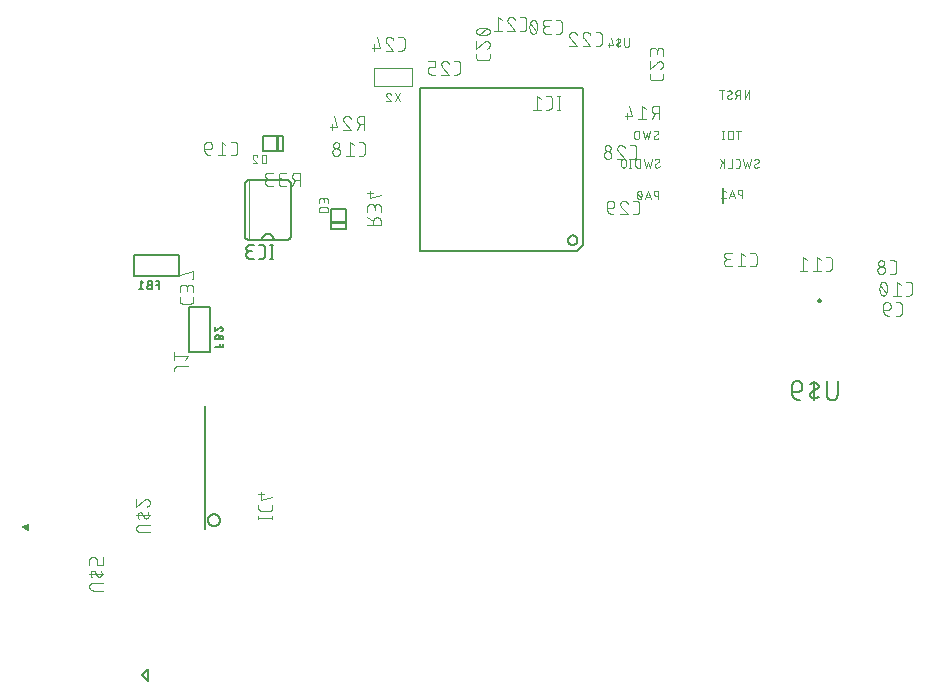
<source format=gbr>
G04 EAGLE Gerber X2 export*
%TF.Part,Single*%
%TF.FileFunction,Legend,Bot,1*%
%TF.FilePolarity,Positive*%
%TF.GenerationSoftware,Autodesk,EAGLE,8.6.0*%
%TF.CreationDate,2018-04-19T18:27:55Z*%
G75*
%MOMM*%
%FSLAX34Y34*%
%LPD*%
%AMOC8*
5,1,8,0,0,1.08239X$1,22.5*%
G01*
%ADD10C,0.076200*%
%ADD11C,0.101600*%
%ADD12C,0.127000*%
%ADD13C,0.203200*%
%ADD14C,0.152400*%
%ADD15C,0.050800*%
%ADD16C,0.100000*%

G36*
X-400892Y-50008D02*
X-400892Y-50008D01*
X-400884Y-50009D01*
X-400754Y-49975D01*
X-400624Y-49943D01*
X-400617Y-49939D01*
X-400609Y-49937D01*
X-400494Y-49869D01*
X-400377Y-49802D01*
X-400372Y-49796D01*
X-400364Y-49792D01*
X-400272Y-49694D01*
X-400180Y-49598D01*
X-400176Y-49590D01*
X-400170Y-49584D01*
X-400109Y-49465D01*
X-400046Y-49347D01*
X-400044Y-49339D01*
X-400040Y-49331D01*
X-400032Y-49279D01*
X-399987Y-49069D01*
X-399990Y-49031D01*
X-399985Y-49000D01*
X-399985Y-45000D01*
X-399986Y-44992D01*
X-399985Y-44983D01*
X-400006Y-44851D01*
X-400025Y-44719D01*
X-400028Y-44711D01*
X-400029Y-44702D01*
X-400086Y-44581D01*
X-400141Y-44459D01*
X-400146Y-44453D01*
X-400150Y-44445D01*
X-400238Y-44344D01*
X-400325Y-44242D01*
X-400332Y-44237D01*
X-400337Y-44231D01*
X-400450Y-44159D01*
X-400561Y-44085D01*
X-400569Y-44082D01*
X-400576Y-44077D01*
X-400705Y-44039D01*
X-400832Y-43999D01*
X-400841Y-43999D01*
X-400849Y-43996D01*
X-400983Y-43995D01*
X-401116Y-43991D01*
X-401125Y-43994D01*
X-401133Y-43994D01*
X-401184Y-44009D01*
X-401391Y-44063D01*
X-401424Y-44083D01*
X-401454Y-44092D01*
X-405454Y-46092D01*
X-405536Y-46149D01*
X-405623Y-46198D01*
X-405653Y-46229D01*
X-405688Y-46253D01*
X-405751Y-46331D01*
X-405821Y-46402D01*
X-405841Y-46440D01*
X-405868Y-46473D01*
X-405907Y-46565D01*
X-405954Y-46653D01*
X-405963Y-46695D01*
X-405980Y-46735D01*
X-405992Y-46834D01*
X-406013Y-46931D01*
X-406010Y-46974D01*
X-406015Y-47017D01*
X-406000Y-47115D01*
X-405992Y-47215D01*
X-405977Y-47255D01*
X-405971Y-47298D01*
X-405928Y-47388D01*
X-405894Y-47481D01*
X-405868Y-47516D01*
X-405850Y-47555D01*
X-405784Y-47630D01*
X-405725Y-47710D01*
X-405694Y-47733D01*
X-405663Y-47769D01*
X-405511Y-47866D01*
X-405454Y-47908D01*
X-401454Y-49908D01*
X-401446Y-49911D01*
X-401439Y-49916D01*
X-401311Y-49956D01*
X-401184Y-49998D01*
X-401176Y-49999D01*
X-401168Y-50001D01*
X-401033Y-50005D01*
X-400900Y-50010D01*
X-400892Y-50008D01*
G37*
D10*
X128527Y283018D02*
X128529Y282940D01*
X128534Y282862D01*
X128544Y282785D01*
X128557Y282708D01*
X128573Y282632D01*
X128593Y282557D01*
X128617Y282483D01*
X128644Y282410D01*
X128675Y282338D01*
X128709Y282268D01*
X128746Y282199D01*
X128787Y282133D01*
X128831Y282068D01*
X128877Y282006D01*
X128927Y281946D01*
X128979Y281888D01*
X129034Y281833D01*
X129092Y281781D01*
X129152Y281731D01*
X129214Y281685D01*
X129279Y281641D01*
X129346Y281600D01*
X129414Y281563D01*
X129484Y281529D01*
X129556Y281498D01*
X129629Y281471D01*
X129703Y281447D01*
X129778Y281427D01*
X129854Y281411D01*
X129931Y281398D01*
X130008Y281388D01*
X130086Y281383D01*
X130164Y281381D01*
X130278Y281383D01*
X130391Y281388D01*
X130505Y281398D01*
X130618Y281411D01*
X130730Y281428D01*
X130842Y281448D01*
X130953Y281472D01*
X131064Y281500D01*
X131173Y281531D01*
X131281Y281566D01*
X131388Y281605D01*
X131494Y281647D01*
X131598Y281692D01*
X131701Y281741D01*
X131802Y281794D01*
X131901Y281849D01*
X131999Y281908D01*
X132094Y281970D01*
X132187Y282035D01*
X132279Y282103D01*
X132367Y282174D01*
X132454Y282248D01*
X132538Y282325D01*
X132619Y282404D01*
X132415Y287110D02*
X132413Y287188D01*
X132408Y287266D01*
X132398Y287343D01*
X132385Y287420D01*
X132369Y287496D01*
X132349Y287571D01*
X132325Y287645D01*
X132298Y287718D01*
X132267Y287790D01*
X132233Y287860D01*
X132196Y287929D01*
X132155Y287995D01*
X132111Y288060D01*
X132065Y288122D01*
X132015Y288182D01*
X131963Y288240D01*
X131908Y288295D01*
X131850Y288347D01*
X131790Y288397D01*
X131728Y288443D01*
X131663Y288487D01*
X131597Y288528D01*
X131528Y288565D01*
X131458Y288599D01*
X131386Y288630D01*
X131313Y288657D01*
X131239Y288681D01*
X131164Y288701D01*
X131088Y288717D01*
X131011Y288730D01*
X130934Y288740D01*
X130856Y288745D01*
X130778Y288747D01*
X130668Y288745D01*
X130559Y288739D01*
X130449Y288729D01*
X130341Y288716D01*
X130232Y288698D01*
X130125Y288677D01*
X130018Y288651D01*
X129912Y288622D01*
X129807Y288590D01*
X129704Y288553D01*
X129602Y288513D01*
X129501Y288469D01*
X129402Y288421D01*
X129305Y288371D01*
X129210Y288316D01*
X129117Y288258D01*
X129026Y288197D01*
X128937Y288133D01*
X131596Y285677D02*
X131663Y285719D01*
X131728Y285763D01*
X131790Y285811D01*
X131850Y285861D01*
X131908Y285914D01*
X131963Y285970D01*
X132015Y286029D01*
X132065Y286089D01*
X132112Y286153D01*
X132155Y286218D01*
X132196Y286285D01*
X132233Y286354D01*
X132267Y286425D01*
X132298Y286497D01*
X132325Y286571D01*
X132349Y286645D01*
X132369Y286721D01*
X132385Y286798D01*
X132398Y286875D01*
X132408Y286953D01*
X132413Y287032D01*
X132415Y287110D01*
X129345Y284450D02*
X129279Y284409D01*
X129214Y284364D01*
X129152Y284317D01*
X129092Y284266D01*
X129034Y284213D01*
X128979Y284157D01*
X128926Y284099D01*
X128877Y284038D01*
X128830Y283975D01*
X128787Y283910D01*
X128746Y283843D01*
X128709Y283774D01*
X128675Y283703D01*
X128644Y283631D01*
X128617Y283557D01*
X128593Y283482D01*
X128573Y283407D01*
X128557Y283330D01*
X128544Y283253D01*
X128534Y283175D01*
X128529Y283096D01*
X128527Y283018D01*
X129345Y284450D02*
X131596Y285678D01*
X125800Y288747D02*
X124163Y281381D01*
X122526Y286292D01*
X120889Y281381D01*
X119252Y288747D01*
X116282Y286701D02*
X116282Y283427D01*
X116282Y286701D02*
X116280Y286790D01*
X116274Y286879D01*
X116264Y286968D01*
X116251Y287056D01*
X116234Y287144D01*
X116212Y287231D01*
X116187Y287316D01*
X116159Y287401D01*
X116126Y287484D01*
X116090Y287566D01*
X116051Y287646D01*
X116008Y287724D01*
X115962Y287800D01*
X115912Y287875D01*
X115859Y287947D01*
X115803Y288016D01*
X115744Y288083D01*
X115683Y288148D01*
X115618Y288209D01*
X115551Y288268D01*
X115482Y288324D01*
X115410Y288377D01*
X115335Y288427D01*
X115259Y288473D01*
X115181Y288516D01*
X115101Y288555D01*
X115019Y288591D01*
X114936Y288624D01*
X114851Y288652D01*
X114766Y288677D01*
X114679Y288699D01*
X114591Y288716D01*
X114503Y288729D01*
X114414Y288739D01*
X114325Y288745D01*
X114236Y288747D01*
X114147Y288745D01*
X114058Y288739D01*
X113969Y288729D01*
X113881Y288716D01*
X113793Y288699D01*
X113706Y288677D01*
X113621Y288652D01*
X113536Y288624D01*
X113453Y288591D01*
X113371Y288555D01*
X113291Y288516D01*
X113213Y288473D01*
X113137Y288427D01*
X113062Y288377D01*
X112990Y288324D01*
X112921Y288268D01*
X112854Y288209D01*
X112789Y288148D01*
X112728Y288083D01*
X112669Y288016D01*
X112613Y287947D01*
X112560Y287875D01*
X112510Y287800D01*
X112464Y287724D01*
X112421Y287646D01*
X112382Y287566D01*
X112346Y287484D01*
X112313Y287401D01*
X112285Y287316D01*
X112260Y287231D01*
X112238Y287144D01*
X112221Y287056D01*
X112208Y286968D01*
X112198Y286879D01*
X112192Y286790D01*
X112190Y286701D01*
X112190Y283427D01*
X112192Y283338D01*
X112198Y283249D01*
X112208Y283160D01*
X112221Y283072D01*
X112238Y282984D01*
X112260Y282897D01*
X112285Y282812D01*
X112313Y282727D01*
X112346Y282644D01*
X112382Y282562D01*
X112421Y282482D01*
X112464Y282404D01*
X112510Y282328D01*
X112560Y282253D01*
X112613Y282181D01*
X112669Y282112D01*
X112728Y282045D01*
X112789Y281980D01*
X112854Y281919D01*
X112921Y281860D01*
X112990Y281804D01*
X113062Y281751D01*
X113137Y281701D01*
X113213Y281655D01*
X113291Y281612D01*
X113371Y281573D01*
X113453Y281537D01*
X113536Y281504D01*
X113621Y281476D01*
X113706Y281451D01*
X113793Y281429D01*
X113881Y281412D01*
X113969Y281399D01*
X114058Y281389D01*
X114147Y281383D01*
X114236Y281381D01*
X114325Y281383D01*
X114414Y281389D01*
X114503Y281399D01*
X114591Y281412D01*
X114679Y281429D01*
X114766Y281451D01*
X114851Y281476D01*
X114936Y281504D01*
X115019Y281537D01*
X115101Y281573D01*
X115181Y281612D01*
X115259Y281655D01*
X115335Y281701D01*
X115410Y281751D01*
X115482Y281804D01*
X115551Y281860D01*
X115618Y281919D01*
X115683Y281980D01*
X115744Y282045D01*
X115803Y282112D01*
X115859Y282181D01*
X115912Y282253D01*
X115962Y282328D01*
X116008Y282404D01*
X116051Y282482D01*
X116090Y282562D01*
X116126Y282644D01*
X116159Y282727D01*
X116187Y282812D01*
X116212Y282897D01*
X116234Y282984D01*
X116251Y283072D01*
X116264Y283160D01*
X116274Y283249D01*
X116280Y283338D01*
X116282Y283427D01*
X129527Y259018D02*
X129529Y258940D01*
X129534Y258862D01*
X129544Y258785D01*
X129557Y258708D01*
X129573Y258632D01*
X129593Y258557D01*
X129617Y258483D01*
X129644Y258410D01*
X129675Y258338D01*
X129709Y258268D01*
X129746Y258199D01*
X129787Y258133D01*
X129831Y258068D01*
X129877Y258006D01*
X129927Y257946D01*
X129979Y257888D01*
X130034Y257833D01*
X130092Y257781D01*
X130152Y257731D01*
X130214Y257685D01*
X130279Y257641D01*
X130346Y257600D01*
X130414Y257563D01*
X130484Y257529D01*
X130556Y257498D01*
X130629Y257471D01*
X130703Y257447D01*
X130778Y257427D01*
X130854Y257411D01*
X130931Y257398D01*
X131008Y257388D01*
X131086Y257383D01*
X131164Y257381D01*
X131278Y257383D01*
X131391Y257388D01*
X131505Y257398D01*
X131618Y257411D01*
X131730Y257428D01*
X131842Y257448D01*
X131953Y257472D01*
X132064Y257500D01*
X132173Y257531D01*
X132281Y257566D01*
X132388Y257605D01*
X132494Y257647D01*
X132598Y257692D01*
X132701Y257741D01*
X132802Y257794D01*
X132901Y257849D01*
X132999Y257908D01*
X133094Y257970D01*
X133187Y258035D01*
X133279Y258103D01*
X133367Y258174D01*
X133454Y258248D01*
X133538Y258325D01*
X133619Y258404D01*
X133415Y263110D02*
X133413Y263188D01*
X133408Y263266D01*
X133398Y263343D01*
X133385Y263420D01*
X133369Y263496D01*
X133349Y263571D01*
X133325Y263645D01*
X133298Y263718D01*
X133267Y263790D01*
X133233Y263860D01*
X133196Y263929D01*
X133155Y263995D01*
X133111Y264060D01*
X133065Y264122D01*
X133015Y264182D01*
X132963Y264240D01*
X132908Y264295D01*
X132850Y264347D01*
X132790Y264397D01*
X132728Y264443D01*
X132663Y264487D01*
X132597Y264528D01*
X132528Y264565D01*
X132458Y264599D01*
X132386Y264630D01*
X132313Y264657D01*
X132239Y264681D01*
X132164Y264701D01*
X132088Y264717D01*
X132011Y264730D01*
X131934Y264740D01*
X131856Y264745D01*
X131778Y264747D01*
X131668Y264745D01*
X131559Y264739D01*
X131449Y264729D01*
X131341Y264716D01*
X131232Y264698D01*
X131125Y264677D01*
X131018Y264651D01*
X130912Y264622D01*
X130807Y264590D01*
X130704Y264553D01*
X130602Y264513D01*
X130501Y264469D01*
X130402Y264421D01*
X130305Y264371D01*
X130210Y264316D01*
X130117Y264258D01*
X130026Y264197D01*
X129937Y264133D01*
X132596Y261677D02*
X132663Y261719D01*
X132728Y261763D01*
X132790Y261811D01*
X132850Y261861D01*
X132908Y261914D01*
X132963Y261970D01*
X133015Y262029D01*
X133065Y262089D01*
X133112Y262153D01*
X133155Y262218D01*
X133196Y262285D01*
X133233Y262354D01*
X133267Y262425D01*
X133298Y262497D01*
X133325Y262571D01*
X133349Y262645D01*
X133369Y262721D01*
X133385Y262798D01*
X133398Y262875D01*
X133408Y262953D01*
X133413Y263032D01*
X133415Y263110D01*
X130345Y260450D02*
X130279Y260409D01*
X130214Y260364D01*
X130152Y260317D01*
X130092Y260266D01*
X130034Y260213D01*
X129979Y260157D01*
X129926Y260099D01*
X129877Y260038D01*
X129830Y259975D01*
X129787Y259910D01*
X129746Y259843D01*
X129709Y259774D01*
X129675Y259703D01*
X129644Y259631D01*
X129617Y259557D01*
X129593Y259482D01*
X129573Y259407D01*
X129557Y259330D01*
X129544Y259253D01*
X129534Y259175D01*
X129529Y259096D01*
X129527Y259018D01*
X130345Y260450D02*
X132596Y261678D01*
X126800Y264747D02*
X125163Y257381D01*
X123526Y262292D01*
X121889Y257381D01*
X120252Y264747D01*
X117038Y264747D02*
X117038Y257381D01*
X117038Y264747D02*
X114992Y264747D01*
X114903Y264745D01*
X114814Y264739D01*
X114725Y264729D01*
X114637Y264716D01*
X114549Y264699D01*
X114462Y264677D01*
X114377Y264652D01*
X114292Y264624D01*
X114209Y264591D01*
X114127Y264555D01*
X114047Y264516D01*
X113969Y264473D01*
X113893Y264427D01*
X113818Y264377D01*
X113746Y264324D01*
X113677Y264268D01*
X113610Y264209D01*
X113545Y264148D01*
X113484Y264083D01*
X113425Y264016D01*
X113369Y263947D01*
X113316Y263875D01*
X113266Y263800D01*
X113220Y263724D01*
X113177Y263646D01*
X113138Y263566D01*
X113102Y263484D01*
X113069Y263401D01*
X113041Y263316D01*
X113016Y263231D01*
X112994Y263144D01*
X112977Y263056D01*
X112964Y262968D01*
X112954Y262879D01*
X112948Y262790D01*
X112946Y262701D01*
X112946Y259427D01*
X112948Y259338D01*
X112954Y259249D01*
X112964Y259160D01*
X112977Y259072D01*
X112994Y258984D01*
X113016Y258897D01*
X113041Y258812D01*
X113069Y258727D01*
X113102Y258644D01*
X113138Y258562D01*
X113177Y258482D01*
X113220Y258404D01*
X113266Y258328D01*
X113316Y258253D01*
X113369Y258181D01*
X113425Y258112D01*
X113484Y258045D01*
X113545Y257980D01*
X113610Y257919D01*
X113677Y257860D01*
X113746Y257804D01*
X113818Y257751D01*
X113893Y257701D01*
X113969Y257655D01*
X114047Y257612D01*
X114127Y257573D01*
X114209Y257537D01*
X114292Y257504D01*
X114377Y257476D01*
X114462Y257451D01*
X114549Y257429D01*
X114637Y257412D01*
X114725Y257399D01*
X114814Y257389D01*
X114903Y257383D01*
X114992Y257381D01*
X117038Y257381D01*
X108896Y257381D02*
X108896Y264747D01*
X109714Y257381D02*
X108077Y257381D01*
X108077Y264747D02*
X109714Y264747D01*
X105090Y262701D02*
X105090Y259427D01*
X105090Y262701D02*
X105088Y262790D01*
X105082Y262879D01*
X105072Y262968D01*
X105059Y263056D01*
X105042Y263144D01*
X105020Y263231D01*
X104995Y263316D01*
X104967Y263401D01*
X104934Y263484D01*
X104898Y263566D01*
X104859Y263646D01*
X104816Y263724D01*
X104770Y263800D01*
X104720Y263875D01*
X104667Y263947D01*
X104611Y264016D01*
X104552Y264083D01*
X104491Y264148D01*
X104426Y264209D01*
X104359Y264268D01*
X104290Y264324D01*
X104218Y264377D01*
X104143Y264427D01*
X104067Y264473D01*
X103989Y264516D01*
X103909Y264555D01*
X103827Y264591D01*
X103744Y264624D01*
X103659Y264652D01*
X103574Y264677D01*
X103487Y264699D01*
X103399Y264716D01*
X103311Y264729D01*
X103222Y264739D01*
X103133Y264745D01*
X103044Y264747D01*
X102955Y264745D01*
X102866Y264739D01*
X102777Y264729D01*
X102689Y264716D01*
X102601Y264699D01*
X102514Y264677D01*
X102429Y264652D01*
X102344Y264624D01*
X102261Y264591D01*
X102179Y264555D01*
X102099Y264516D01*
X102021Y264473D01*
X101945Y264427D01*
X101870Y264377D01*
X101798Y264324D01*
X101729Y264268D01*
X101662Y264209D01*
X101597Y264148D01*
X101536Y264083D01*
X101477Y264016D01*
X101421Y263947D01*
X101368Y263875D01*
X101318Y263800D01*
X101272Y263724D01*
X101229Y263646D01*
X101190Y263566D01*
X101154Y263484D01*
X101121Y263401D01*
X101093Y263316D01*
X101068Y263231D01*
X101046Y263144D01*
X101029Y263056D01*
X101016Y262968D01*
X101006Y262879D01*
X101000Y262790D01*
X100998Y262701D01*
X100998Y259427D01*
X101000Y259338D01*
X101006Y259249D01*
X101016Y259160D01*
X101029Y259072D01*
X101046Y258984D01*
X101068Y258897D01*
X101093Y258812D01*
X101121Y258727D01*
X101154Y258644D01*
X101190Y258562D01*
X101229Y258482D01*
X101272Y258404D01*
X101318Y258328D01*
X101368Y258253D01*
X101421Y258181D01*
X101477Y258112D01*
X101536Y258045D01*
X101597Y257980D01*
X101662Y257919D01*
X101729Y257860D01*
X101798Y257804D01*
X101870Y257751D01*
X101945Y257701D01*
X102021Y257655D01*
X102099Y257612D01*
X102179Y257573D01*
X102261Y257537D01*
X102344Y257504D01*
X102429Y257476D01*
X102514Y257451D01*
X102601Y257429D01*
X102689Y257412D01*
X102777Y257399D01*
X102866Y257389D01*
X102955Y257383D01*
X103044Y257381D01*
X103133Y257383D01*
X103222Y257389D01*
X103311Y257399D01*
X103399Y257412D01*
X103487Y257429D01*
X103574Y257451D01*
X103659Y257476D01*
X103744Y257504D01*
X103827Y257537D01*
X103909Y257573D01*
X103989Y257612D01*
X104067Y257655D01*
X104143Y257701D01*
X104218Y257751D01*
X104290Y257804D01*
X104359Y257860D01*
X104426Y257919D01*
X104491Y257980D01*
X104552Y258045D01*
X104611Y258112D01*
X104667Y258181D01*
X104720Y258253D01*
X104770Y258328D01*
X104816Y258404D01*
X104859Y258482D01*
X104898Y258562D01*
X104934Y258644D01*
X104967Y258727D01*
X104995Y258812D01*
X105020Y258897D01*
X105042Y258984D01*
X105059Y259072D01*
X105072Y259160D01*
X105082Y259249D01*
X105088Y259338D01*
X105090Y259427D01*
X132619Y237747D02*
X132619Y230381D01*
X132619Y237747D02*
X130573Y237747D01*
X130484Y237745D01*
X130395Y237739D01*
X130306Y237729D01*
X130218Y237716D01*
X130130Y237699D01*
X130043Y237677D01*
X129958Y237652D01*
X129873Y237624D01*
X129790Y237591D01*
X129708Y237555D01*
X129628Y237516D01*
X129550Y237473D01*
X129474Y237427D01*
X129399Y237377D01*
X129327Y237324D01*
X129258Y237268D01*
X129191Y237209D01*
X129126Y237148D01*
X129065Y237083D01*
X129006Y237016D01*
X128950Y236947D01*
X128897Y236875D01*
X128847Y236800D01*
X128801Y236724D01*
X128758Y236646D01*
X128719Y236566D01*
X128683Y236484D01*
X128650Y236401D01*
X128622Y236316D01*
X128597Y236231D01*
X128575Y236144D01*
X128558Y236056D01*
X128545Y235968D01*
X128535Y235879D01*
X128529Y235790D01*
X128527Y235701D01*
X128529Y235612D01*
X128535Y235523D01*
X128545Y235434D01*
X128558Y235346D01*
X128575Y235258D01*
X128597Y235171D01*
X128622Y235086D01*
X128650Y235001D01*
X128683Y234918D01*
X128719Y234836D01*
X128758Y234756D01*
X128801Y234678D01*
X128847Y234602D01*
X128897Y234527D01*
X128950Y234455D01*
X129006Y234386D01*
X129065Y234319D01*
X129126Y234254D01*
X129191Y234193D01*
X129258Y234134D01*
X129327Y234078D01*
X129399Y234025D01*
X129474Y233975D01*
X129550Y233929D01*
X129628Y233886D01*
X129708Y233847D01*
X129790Y233811D01*
X129873Y233778D01*
X129958Y233750D01*
X130043Y233725D01*
X130130Y233703D01*
X130218Y233686D01*
X130306Y233673D01*
X130395Y233663D01*
X130484Y233657D01*
X130573Y233655D01*
X132619Y233655D01*
X126075Y230381D02*
X123619Y237747D01*
X121164Y230381D01*
X121778Y232223D02*
X125461Y232223D01*
X118350Y234064D02*
X118348Y234217D01*
X118342Y234370D01*
X118333Y234522D01*
X118319Y234675D01*
X118302Y234827D01*
X118281Y234978D01*
X118256Y235129D01*
X118227Y235279D01*
X118195Y235429D01*
X118158Y235577D01*
X118118Y235725D01*
X118075Y235872D01*
X118027Y236017D01*
X117976Y236161D01*
X117922Y236304D01*
X117863Y236446D01*
X117802Y236585D01*
X117736Y236724D01*
X117710Y236794D01*
X117680Y236863D01*
X117648Y236931D01*
X117611Y236997D01*
X117572Y237061D01*
X117529Y237123D01*
X117484Y237182D01*
X117435Y237240D01*
X117384Y237294D01*
X117330Y237347D01*
X117273Y237396D01*
X117214Y237443D01*
X117153Y237486D01*
X117090Y237527D01*
X117025Y237564D01*
X116958Y237599D01*
X116889Y237629D01*
X116819Y237657D01*
X116748Y237680D01*
X116676Y237701D01*
X116603Y237717D01*
X116529Y237730D01*
X116454Y237740D01*
X116379Y237745D01*
X116304Y237747D01*
X116229Y237745D01*
X116154Y237740D01*
X116079Y237730D01*
X116005Y237717D01*
X115932Y237701D01*
X115860Y237680D01*
X115789Y237657D01*
X115719Y237629D01*
X115650Y237599D01*
X115583Y237564D01*
X115518Y237527D01*
X115455Y237486D01*
X115394Y237443D01*
X115335Y237396D01*
X115278Y237347D01*
X115224Y237294D01*
X115173Y237240D01*
X115125Y237182D01*
X115079Y237123D01*
X115036Y237061D01*
X114997Y236997D01*
X114961Y236931D01*
X114928Y236864D01*
X114898Y236794D01*
X114872Y236724D01*
X114807Y236586D01*
X114745Y236446D01*
X114687Y236304D01*
X114632Y236161D01*
X114581Y236017D01*
X114533Y235872D01*
X114490Y235725D01*
X114450Y235578D01*
X114413Y235429D01*
X114381Y235279D01*
X114352Y235129D01*
X114327Y234978D01*
X114306Y234827D01*
X114289Y234675D01*
X114275Y234522D01*
X114266Y234370D01*
X114260Y234217D01*
X114258Y234064D01*
X118351Y234064D02*
X118349Y233911D01*
X118343Y233758D01*
X118334Y233605D01*
X118320Y233453D01*
X118303Y233301D01*
X118282Y233150D01*
X118257Y232999D01*
X118228Y232848D01*
X118196Y232699D01*
X118159Y232550D01*
X118119Y232403D01*
X118076Y232256D01*
X118028Y232111D01*
X117977Y231966D01*
X117922Y231824D01*
X117864Y231682D01*
X117802Y231542D01*
X117737Y231404D01*
X117736Y231404D02*
X117710Y231334D01*
X117680Y231264D01*
X117648Y231197D01*
X117611Y231131D01*
X117572Y231067D01*
X117529Y231005D01*
X117483Y230946D01*
X117435Y230888D01*
X117384Y230834D01*
X117330Y230781D01*
X117273Y230732D01*
X117214Y230685D01*
X117153Y230642D01*
X117090Y230601D01*
X117025Y230564D01*
X116958Y230529D01*
X116889Y230499D01*
X116819Y230471D01*
X116748Y230448D01*
X116676Y230427D01*
X116603Y230411D01*
X116529Y230398D01*
X116454Y230388D01*
X116379Y230383D01*
X116304Y230381D01*
X114872Y231404D02*
X114807Y231542D01*
X114745Y231682D01*
X114687Y231824D01*
X114632Y231967D01*
X114581Y232111D01*
X114533Y232256D01*
X114490Y232403D01*
X114450Y232551D01*
X114413Y232699D01*
X114381Y232849D01*
X114352Y232999D01*
X114327Y233150D01*
X114306Y233301D01*
X114289Y233453D01*
X114275Y233606D01*
X114266Y233758D01*
X114260Y233911D01*
X114258Y234064D01*
X114872Y231404D02*
X114898Y231333D01*
X114928Y231264D01*
X114961Y231197D01*
X114997Y231131D01*
X115036Y231067D01*
X115079Y231005D01*
X115125Y230946D01*
X115173Y230888D01*
X115224Y230834D01*
X115278Y230781D01*
X115335Y230732D01*
X115394Y230685D01*
X115455Y230642D01*
X115518Y230601D01*
X115583Y230564D01*
X115650Y230529D01*
X115719Y230499D01*
X115789Y230471D01*
X115860Y230448D01*
X115932Y230427D01*
X116005Y230411D01*
X116079Y230398D01*
X116154Y230388D01*
X116229Y230383D01*
X116304Y230381D01*
X117941Y232018D02*
X114667Y236110D01*
X203742Y238619D02*
X203742Y231253D01*
X203742Y238619D02*
X201696Y238619D01*
X201607Y238617D01*
X201518Y238611D01*
X201429Y238601D01*
X201341Y238588D01*
X201253Y238571D01*
X201166Y238549D01*
X201081Y238524D01*
X200996Y238496D01*
X200913Y238463D01*
X200831Y238427D01*
X200751Y238388D01*
X200673Y238345D01*
X200597Y238299D01*
X200522Y238249D01*
X200450Y238196D01*
X200381Y238140D01*
X200314Y238081D01*
X200249Y238020D01*
X200188Y237955D01*
X200129Y237888D01*
X200073Y237819D01*
X200020Y237747D01*
X199970Y237672D01*
X199924Y237596D01*
X199881Y237518D01*
X199842Y237438D01*
X199806Y237356D01*
X199773Y237273D01*
X199745Y237188D01*
X199720Y237103D01*
X199698Y237016D01*
X199681Y236928D01*
X199668Y236840D01*
X199658Y236751D01*
X199652Y236662D01*
X199650Y236573D01*
X199652Y236484D01*
X199658Y236395D01*
X199668Y236306D01*
X199681Y236218D01*
X199698Y236130D01*
X199720Y236043D01*
X199745Y235958D01*
X199773Y235873D01*
X199806Y235790D01*
X199842Y235708D01*
X199881Y235628D01*
X199924Y235550D01*
X199970Y235474D01*
X200020Y235399D01*
X200073Y235327D01*
X200129Y235258D01*
X200188Y235191D01*
X200249Y235126D01*
X200314Y235065D01*
X200381Y235006D01*
X200450Y234950D01*
X200522Y234897D01*
X200597Y234847D01*
X200673Y234801D01*
X200751Y234758D01*
X200831Y234719D01*
X200913Y234683D01*
X200996Y234650D01*
X201081Y234622D01*
X201166Y234597D01*
X201253Y234575D01*
X201341Y234558D01*
X201429Y234545D01*
X201518Y234535D01*
X201607Y234529D01*
X201696Y234527D01*
X203742Y234527D01*
X197198Y231253D02*
X194742Y238619D01*
X192287Y231253D01*
X192901Y233095D02*
X196584Y233095D01*
X189473Y236982D02*
X187427Y238619D01*
X187427Y231253D01*
X189473Y231253D02*
X185381Y231253D01*
X213515Y258890D02*
X213517Y258812D01*
X213522Y258734D01*
X213532Y258657D01*
X213545Y258580D01*
X213561Y258504D01*
X213581Y258429D01*
X213605Y258355D01*
X213632Y258282D01*
X213663Y258210D01*
X213697Y258140D01*
X213734Y258071D01*
X213775Y258005D01*
X213819Y257940D01*
X213865Y257878D01*
X213915Y257818D01*
X213967Y257760D01*
X214022Y257705D01*
X214080Y257653D01*
X214140Y257603D01*
X214202Y257557D01*
X214267Y257513D01*
X214334Y257472D01*
X214402Y257435D01*
X214472Y257401D01*
X214544Y257370D01*
X214617Y257343D01*
X214691Y257319D01*
X214766Y257299D01*
X214842Y257283D01*
X214919Y257270D01*
X214996Y257260D01*
X215074Y257255D01*
X215152Y257253D01*
X215266Y257255D01*
X215379Y257260D01*
X215493Y257270D01*
X215606Y257283D01*
X215718Y257300D01*
X215830Y257320D01*
X215941Y257344D01*
X216052Y257372D01*
X216161Y257403D01*
X216269Y257438D01*
X216376Y257477D01*
X216482Y257519D01*
X216586Y257564D01*
X216689Y257613D01*
X216790Y257666D01*
X216889Y257721D01*
X216987Y257780D01*
X217082Y257842D01*
X217175Y257907D01*
X217267Y257975D01*
X217355Y258046D01*
X217442Y258120D01*
X217526Y258197D01*
X217607Y258276D01*
X217403Y262982D02*
X217401Y263060D01*
X217396Y263138D01*
X217386Y263215D01*
X217373Y263292D01*
X217357Y263368D01*
X217337Y263443D01*
X217313Y263517D01*
X217286Y263590D01*
X217255Y263662D01*
X217221Y263732D01*
X217184Y263801D01*
X217143Y263867D01*
X217099Y263932D01*
X217053Y263994D01*
X217003Y264054D01*
X216951Y264112D01*
X216896Y264167D01*
X216838Y264219D01*
X216778Y264269D01*
X216716Y264315D01*
X216651Y264359D01*
X216585Y264400D01*
X216516Y264437D01*
X216446Y264471D01*
X216374Y264502D01*
X216301Y264529D01*
X216227Y264553D01*
X216152Y264573D01*
X216076Y264589D01*
X215999Y264602D01*
X215922Y264612D01*
X215844Y264617D01*
X215766Y264619D01*
X215656Y264617D01*
X215547Y264611D01*
X215437Y264601D01*
X215329Y264588D01*
X215220Y264570D01*
X215113Y264549D01*
X215006Y264523D01*
X214900Y264494D01*
X214795Y264462D01*
X214692Y264425D01*
X214590Y264385D01*
X214489Y264341D01*
X214390Y264293D01*
X214293Y264243D01*
X214198Y264188D01*
X214105Y264130D01*
X214014Y264069D01*
X213925Y264005D01*
X216585Y261549D02*
X216652Y261591D01*
X216717Y261635D01*
X216779Y261683D01*
X216839Y261733D01*
X216897Y261786D01*
X216952Y261842D01*
X217004Y261901D01*
X217054Y261961D01*
X217101Y262025D01*
X217144Y262090D01*
X217185Y262157D01*
X217222Y262226D01*
X217256Y262297D01*
X217287Y262369D01*
X217314Y262443D01*
X217338Y262517D01*
X217358Y262593D01*
X217374Y262670D01*
X217387Y262747D01*
X217397Y262825D01*
X217402Y262904D01*
X217404Y262982D01*
X214334Y260322D02*
X214268Y260281D01*
X214203Y260236D01*
X214141Y260189D01*
X214081Y260138D01*
X214023Y260085D01*
X213968Y260029D01*
X213915Y259971D01*
X213866Y259910D01*
X213819Y259847D01*
X213776Y259782D01*
X213735Y259715D01*
X213698Y259646D01*
X213664Y259575D01*
X213633Y259503D01*
X213606Y259429D01*
X213582Y259354D01*
X213562Y259279D01*
X213546Y259202D01*
X213533Y259125D01*
X213523Y259047D01*
X213518Y258968D01*
X213516Y258890D01*
X214334Y260322D02*
X216585Y261550D01*
X210789Y264619D02*
X209152Y257253D01*
X207515Y262164D01*
X205878Y257253D01*
X204241Y264619D01*
X199657Y257253D02*
X198020Y257253D01*
X199657Y257253D02*
X199735Y257255D01*
X199813Y257260D01*
X199890Y257270D01*
X199967Y257283D01*
X200043Y257299D01*
X200118Y257319D01*
X200192Y257343D01*
X200265Y257370D01*
X200337Y257401D01*
X200407Y257435D01*
X200476Y257472D01*
X200542Y257513D01*
X200607Y257557D01*
X200669Y257603D01*
X200729Y257653D01*
X200787Y257705D01*
X200842Y257760D01*
X200894Y257818D01*
X200944Y257878D01*
X200990Y257940D01*
X201034Y258005D01*
X201075Y258072D01*
X201112Y258140D01*
X201146Y258210D01*
X201177Y258282D01*
X201204Y258355D01*
X201228Y258429D01*
X201248Y258504D01*
X201264Y258580D01*
X201277Y258657D01*
X201287Y258734D01*
X201292Y258812D01*
X201294Y258890D01*
X201294Y262982D01*
X201292Y263060D01*
X201287Y263138D01*
X201277Y263215D01*
X201264Y263292D01*
X201248Y263368D01*
X201228Y263443D01*
X201204Y263517D01*
X201177Y263590D01*
X201146Y263662D01*
X201112Y263732D01*
X201075Y263801D01*
X201034Y263867D01*
X200990Y263932D01*
X200944Y263994D01*
X200894Y264054D01*
X200842Y264112D01*
X200787Y264167D01*
X200729Y264219D01*
X200669Y264269D01*
X200607Y264315D01*
X200542Y264359D01*
X200476Y264400D01*
X200407Y264437D01*
X200337Y264471D01*
X200265Y264502D01*
X200192Y264529D01*
X200118Y264553D01*
X200043Y264573D01*
X199967Y264589D01*
X199890Y264602D01*
X199813Y264612D01*
X199735Y264617D01*
X199657Y264619D01*
X198020Y264619D01*
X194915Y264619D02*
X194915Y257253D01*
X191641Y257253D01*
X188473Y257253D02*
X188473Y264619D01*
X184381Y264619D02*
X188473Y260118D01*
X186836Y261754D02*
X184381Y257253D01*
X200367Y281253D02*
X200367Y288619D01*
X202413Y288619D02*
X198321Y288619D01*
X195342Y288619D02*
X195342Y281253D01*
X195342Y288619D02*
X193295Y288619D01*
X193206Y288617D01*
X193117Y288611D01*
X193028Y288601D01*
X192940Y288588D01*
X192852Y288571D01*
X192765Y288549D01*
X192680Y288524D01*
X192595Y288496D01*
X192512Y288463D01*
X192430Y288427D01*
X192350Y288388D01*
X192272Y288345D01*
X192196Y288299D01*
X192121Y288249D01*
X192049Y288196D01*
X191980Y288140D01*
X191913Y288081D01*
X191848Y288020D01*
X191787Y287955D01*
X191728Y287888D01*
X191672Y287819D01*
X191619Y287747D01*
X191569Y287672D01*
X191523Y287596D01*
X191480Y287518D01*
X191441Y287438D01*
X191405Y287356D01*
X191372Y287273D01*
X191344Y287188D01*
X191319Y287103D01*
X191297Y287016D01*
X191280Y286928D01*
X191267Y286840D01*
X191257Y286751D01*
X191251Y286662D01*
X191249Y286573D01*
X191249Y283299D01*
X191251Y283210D01*
X191257Y283121D01*
X191267Y283032D01*
X191280Y282944D01*
X191297Y282856D01*
X191319Y282769D01*
X191344Y282684D01*
X191372Y282599D01*
X191405Y282516D01*
X191441Y282434D01*
X191480Y282354D01*
X191523Y282276D01*
X191569Y282200D01*
X191619Y282125D01*
X191672Y282053D01*
X191728Y281984D01*
X191787Y281917D01*
X191848Y281852D01*
X191913Y281791D01*
X191980Y281732D01*
X192049Y281676D01*
X192121Y281623D01*
X192196Y281573D01*
X192272Y281527D01*
X192350Y281484D01*
X192430Y281445D01*
X192512Y281409D01*
X192595Y281376D01*
X192680Y281348D01*
X192765Y281323D01*
X192852Y281301D01*
X192940Y281284D01*
X193028Y281271D01*
X193117Y281261D01*
X193206Y281255D01*
X193295Y281253D01*
X195342Y281253D01*
X187199Y281253D02*
X187199Y288619D01*
X188018Y281253D02*
X186381Y281253D01*
X186381Y288619D02*
X188018Y288619D01*
X209619Y315381D02*
X209619Y322747D01*
X205527Y315381D01*
X205527Y322747D01*
X201765Y322747D02*
X201765Y315381D01*
X201765Y322747D02*
X199719Y322747D01*
X199630Y322745D01*
X199541Y322739D01*
X199452Y322729D01*
X199364Y322716D01*
X199276Y322699D01*
X199189Y322677D01*
X199104Y322652D01*
X199019Y322624D01*
X198936Y322591D01*
X198854Y322555D01*
X198774Y322516D01*
X198696Y322473D01*
X198620Y322427D01*
X198545Y322377D01*
X198473Y322324D01*
X198404Y322268D01*
X198337Y322209D01*
X198272Y322148D01*
X198211Y322083D01*
X198152Y322016D01*
X198096Y321947D01*
X198043Y321875D01*
X197993Y321800D01*
X197947Y321724D01*
X197904Y321646D01*
X197865Y321566D01*
X197829Y321484D01*
X197796Y321401D01*
X197768Y321316D01*
X197743Y321231D01*
X197721Y321144D01*
X197704Y321056D01*
X197691Y320968D01*
X197681Y320879D01*
X197675Y320790D01*
X197673Y320701D01*
X197675Y320612D01*
X197681Y320523D01*
X197691Y320434D01*
X197704Y320346D01*
X197721Y320258D01*
X197743Y320171D01*
X197768Y320086D01*
X197796Y320001D01*
X197829Y319918D01*
X197865Y319836D01*
X197904Y319756D01*
X197947Y319678D01*
X197993Y319602D01*
X198043Y319527D01*
X198096Y319455D01*
X198152Y319386D01*
X198211Y319319D01*
X198272Y319254D01*
X198337Y319193D01*
X198404Y319134D01*
X198473Y319078D01*
X198545Y319025D01*
X198620Y318975D01*
X198696Y318929D01*
X198774Y318886D01*
X198854Y318847D01*
X198936Y318811D01*
X199019Y318778D01*
X199104Y318750D01*
X199189Y318725D01*
X199276Y318703D01*
X199364Y318686D01*
X199452Y318673D01*
X199541Y318663D01*
X199630Y318657D01*
X199719Y318655D01*
X201765Y318655D01*
X199310Y318655D02*
X197673Y315381D01*
X192289Y315381D02*
X192211Y315383D01*
X192133Y315388D01*
X192056Y315398D01*
X191979Y315411D01*
X191903Y315427D01*
X191828Y315447D01*
X191754Y315471D01*
X191681Y315498D01*
X191609Y315529D01*
X191539Y315563D01*
X191471Y315600D01*
X191404Y315641D01*
X191339Y315685D01*
X191277Y315731D01*
X191217Y315781D01*
X191159Y315833D01*
X191104Y315888D01*
X191052Y315946D01*
X191002Y316006D01*
X190956Y316068D01*
X190912Y316133D01*
X190871Y316199D01*
X190834Y316268D01*
X190800Y316338D01*
X190769Y316410D01*
X190742Y316483D01*
X190718Y316557D01*
X190698Y316632D01*
X190682Y316708D01*
X190669Y316785D01*
X190659Y316862D01*
X190654Y316940D01*
X190652Y317018D01*
X192289Y315381D02*
X192403Y315383D01*
X192516Y315388D01*
X192630Y315398D01*
X192743Y315411D01*
X192855Y315428D01*
X192967Y315448D01*
X193078Y315472D01*
X193189Y315500D01*
X193298Y315531D01*
X193406Y315566D01*
X193513Y315605D01*
X193619Y315647D01*
X193723Y315692D01*
X193826Y315741D01*
X193927Y315794D01*
X194026Y315849D01*
X194124Y315908D01*
X194219Y315970D01*
X194312Y316035D01*
X194404Y316103D01*
X194492Y316174D01*
X194579Y316248D01*
X194663Y316325D01*
X194744Y316404D01*
X194540Y321110D02*
X194538Y321188D01*
X194533Y321266D01*
X194523Y321343D01*
X194510Y321420D01*
X194494Y321496D01*
X194474Y321571D01*
X194450Y321645D01*
X194423Y321718D01*
X194392Y321790D01*
X194358Y321860D01*
X194321Y321929D01*
X194280Y321995D01*
X194236Y322060D01*
X194190Y322122D01*
X194140Y322182D01*
X194088Y322240D01*
X194033Y322295D01*
X193975Y322347D01*
X193915Y322397D01*
X193853Y322443D01*
X193788Y322487D01*
X193722Y322528D01*
X193653Y322565D01*
X193583Y322599D01*
X193511Y322630D01*
X193438Y322657D01*
X193364Y322681D01*
X193289Y322701D01*
X193213Y322717D01*
X193136Y322730D01*
X193059Y322740D01*
X192981Y322745D01*
X192903Y322747D01*
X192793Y322745D01*
X192684Y322739D01*
X192574Y322729D01*
X192466Y322716D01*
X192357Y322698D01*
X192250Y322677D01*
X192143Y322651D01*
X192037Y322622D01*
X191932Y322590D01*
X191829Y322553D01*
X191727Y322513D01*
X191626Y322469D01*
X191527Y322421D01*
X191430Y322371D01*
X191335Y322316D01*
X191242Y322258D01*
X191151Y322197D01*
X191062Y322133D01*
X193722Y319677D02*
X193789Y319719D01*
X193854Y319763D01*
X193916Y319811D01*
X193976Y319861D01*
X194034Y319914D01*
X194089Y319970D01*
X194141Y320029D01*
X194191Y320089D01*
X194238Y320153D01*
X194281Y320218D01*
X194322Y320285D01*
X194359Y320354D01*
X194393Y320425D01*
X194424Y320497D01*
X194451Y320571D01*
X194475Y320645D01*
X194495Y320721D01*
X194511Y320798D01*
X194524Y320875D01*
X194534Y320953D01*
X194539Y321032D01*
X194541Y321110D01*
X191471Y318450D02*
X191405Y318409D01*
X191340Y318364D01*
X191278Y318317D01*
X191218Y318266D01*
X191160Y318213D01*
X191105Y318157D01*
X191052Y318099D01*
X191003Y318038D01*
X190956Y317975D01*
X190913Y317910D01*
X190872Y317843D01*
X190835Y317774D01*
X190801Y317703D01*
X190770Y317631D01*
X190743Y317557D01*
X190719Y317482D01*
X190699Y317407D01*
X190683Y317330D01*
X190670Y317253D01*
X190660Y317175D01*
X190655Y317096D01*
X190653Y317018D01*
X191471Y318450D02*
X193722Y319678D01*
X186115Y322747D02*
X186115Y315381D01*
X188161Y322747D02*
X184069Y322747D01*
D11*
X341999Y149008D02*
X344596Y149008D01*
X344695Y149010D01*
X344795Y149016D01*
X344894Y149025D01*
X344992Y149038D01*
X345090Y149055D01*
X345188Y149076D01*
X345284Y149101D01*
X345379Y149129D01*
X345473Y149161D01*
X345566Y149196D01*
X345658Y149235D01*
X345748Y149278D01*
X345836Y149323D01*
X345923Y149373D01*
X346007Y149425D01*
X346090Y149481D01*
X346170Y149539D01*
X346248Y149601D01*
X346323Y149666D01*
X346396Y149734D01*
X346466Y149804D01*
X346534Y149877D01*
X346599Y149952D01*
X346661Y150030D01*
X346719Y150110D01*
X346775Y150193D01*
X346827Y150277D01*
X346877Y150364D01*
X346922Y150452D01*
X346965Y150542D01*
X347004Y150634D01*
X347039Y150727D01*
X347071Y150821D01*
X347099Y150916D01*
X347124Y151012D01*
X347145Y151110D01*
X347162Y151208D01*
X347175Y151306D01*
X347184Y151405D01*
X347190Y151505D01*
X347192Y151604D01*
X347192Y158096D01*
X347190Y158195D01*
X347184Y158295D01*
X347175Y158394D01*
X347162Y158492D01*
X347145Y158590D01*
X347124Y158688D01*
X347099Y158784D01*
X347071Y158879D01*
X347039Y158973D01*
X347004Y159066D01*
X346965Y159158D01*
X346922Y159248D01*
X346877Y159336D01*
X346827Y159423D01*
X346775Y159507D01*
X346719Y159590D01*
X346661Y159670D01*
X346599Y159748D01*
X346534Y159823D01*
X346466Y159896D01*
X346396Y159966D01*
X346323Y160034D01*
X346248Y160099D01*
X346170Y160161D01*
X346090Y160219D01*
X346007Y160275D01*
X345923Y160327D01*
X345836Y160377D01*
X345748Y160422D01*
X345658Y160465D01*
X345566Y160504D01*
X345473Y160539D01*
X345379Y160571D01*
X345284Y160599D01*
X345188Y160624D01*
X345090Y160645D01*
X344992Y160662D01*
X344894Y160675D01*
X344795Y160684D01*
X344695Y160690D01*
X344596Y160692D01*
X341999Y160692D01*
X337634Y158096D02*
X334388Y160692D01*
X334388Y149008D01*
X331143Y149008D02*
X337634Y149008D01*
X326204Y154850D02*
X326201Y155080D01*
X326193Y155310D01*
X326179Y155539D01*
X326160Y155768D01*
X326135Y155997D01*
X326105Y156225D01*
X326070Y156452D01*
X326029Y156678D01*
X325983Y156903D01*
X325931Y157127D01*
X325874Y157350D01*
X325812Y157571D01*
X325744Y157791D01*
X325671Y158009D01*
X325593Y158225D01*
X325510Y158439D01*
X325422Y158652D01*
X325329Y158862D01*
X325230Y159069D01*
X325197Y159159D01*
X325161Y159248D01*
X325121Y159336D01*
X325077Y159421D01*
X325030Y159505D01*
X324980Y159587D01*
X324926Y159667D01*
X324870Y159744D01*
X324810Y159820D01*
X324747Y159893D01*
X324682Y159963D01*
X324613Y160031D01*
X324542Y160095D01*
X324469Y160157D01*
X324393Y160216D01*
X324315Y160272D01*
X324234Y160325D01*
X324152Y160374D01*
X324068Y160420D01*
X323981Y160463D01*
X323894Y160502D01*
X323804Y160538D01*
X323714Y160570D01*
X323622Y160598D01*
X323529Y160623D01*
X323435Y160644D01*
X323341Y160661D01*
X323246Y160675D01*
X323150Y160684D01*
X323054Y160690D01*
X322958Y160692D01*
X322862Y160690D01*
X322766Y160684D01*
X322670Y160675D01*
X322575Y160661D01*
X322481Y160644D01*
X322387Y160623D01*
X322294Y160598D01*
X322202Y160570D01*
X322112Y160538D01*
X322022Y160502D01*
X321935Y160463D01*
X321848Y160420D01*
X321764Y160374D01*
X321682Y160325D01*
X321601Y160272D01*
X321523Y160216D01*
X321447Y160157D01*
X321374Y160095D01*
X321303Y160031D01*
X321234Y159963D01*
X321169Y159893D01*
X321106Y159820D01*
X321046Y159745D01*
X320990Y159667D01*
X320936Y159587D01*
X320886Y159505D01*
X320839Y159421D01*
X320796Y159336D01*
X320755Y159248D01*
X320719Y159159D01*
X320686Y159069D01*
X320687Y159069D02*
X320588Y158861D01*
X320495Y158651D01*
X320407Y158439D01*
X320324Y158225D01*
X320246Y158008D01*
X320173Y157790D01*
X320105Y157571D01*
X320043Y157349D01*
X319986Y157127D01*
X319934Y156903D01*
X319888Y156678D01*
X319847Y156452D01*
X319812Y156224D01*
X319782Y155997D01*
X319757Y155768D01*
X319738Y155539D01*
X319724Y155310D01*
X319716Y155080D01*
X319713Y154850D01*
X326204Y154850D02*
X326201Y154620D01*
X326193Y154390D01*
X326179Y154161D01*
X326160Y153932D01*
X326135Y153703D01*
X326105Y153475D01*
X326070Y153248D01*
X326029Y153022D01*
X325983Y152797D01*
X325931Y152573D01*
X325874Y152350D01*
X325812Y152129D01*
X325744Y151909D01*
X325671Y151691D01*
X325593Y151475D01*
X325510Y151261D01*
X325422Y151049D01*
X325329Y150838D01*
X325230Y150631D01*
X325197Y150541D01*
X325161Y150452D01*
X325120Y150364D01*
X325077Y150279D01*
X325030Y150195D01*
X324980Y150113D01*
X324926Y150033D01*
X324870Y149956D01*
X324810Y149880D01*
X324747Y149807D01*
X324682Y149737D01*
X324613Y149669D01*
X324542Y149605D01*
X324469Y149543D01*
X324393Y149484D01*
X324315Y149428D01*
X324234Y149375D01*
X324152Y149326D01*
X324068Y149280D01*
X323981Y149237D01*
X323894Y149198D01*
X323804Y149162D01*
X323714Y149130D01*
X323622Y149102D01*
X323529Y149077D01*
X323435Y149056D01*
X323341Y149039D01*
X323246Y149025D01*
X323150Y149016D01*
X323054Y149010D01*
X322958Y149008D01*
X320686Y150631D02*
X320587Y150838D01*
X320494Y151049D01*
X320406Y151261D01*
X320323Y151475D01*
X320245Y151691D01*
X320172Y151909D01*
X320104Y152129D01*
X320042Y152350D01*
X319985Y152573D01*
X319933Y152797D01*
X319887Y153022D01*
X319846Y153248D01*
X319811Y153475D01*
X319781Y153703D01*
X319756Y153932D01*
X319737Y154161D01*
X319723Y154390D01*
X319715Y154620D01*
X319712Y154850D01*
X320686Y150631D02*
X320719Y150541D01*
X320755Y150452D01*
X320796Y150364D01*
X320839Y150279D01*
X320886Y150195D01*
X320936Y150113D01*
X320990Y150033D01*
X321046Y149955D01*
X321106Y149880D01*
X321169Y149807D01*
X321234Y149737D01*
X321303Y149669D01*
X321374Y149605D01*
X321447Y149543D01*
X321523Y149484D01*
X321601Y149428D01*
X321682Y149375D01*
X321764Y149326D01*
X321848Y149280D01*
X321935Y149237D01*
X322022Y149198D01*
X322112Y149162D01*
X322202Y149130D01*
X322294Y149102D01*
X322387Y149077D01*
X322481Y149056D01*
X322575Y149039D01*
X322670Y149025D01*
X322766Y149016D01*
X322862Y149010D01*
X322958Y149008D01*
X325555Y151604D02*
X320362Y158096D01*
X276946Y169958D02*
X274349Y169958D01*
X276946Y169958D02*
X277045Y169960D01*
X277145Y169966D01*
X277244Y169975D01*
X277342Y169988D01*
X277440Y170005D01*
X277538Y170026D01*
X277634Y170051D01*
X277729Y170079D01*
X277823Y170111D01*
X277916Y170146D01*
X278008Y170185D01*
X278098Y170228D01*
X278186Y170273D01*
X278273Y170323D01*
X278357Y170375D01*
X278440Y170431D01*
X278520Y170489D01*
X278598Y170551D01*
X278673Y170616D01*
X278746Y170684D01*
X278816Y170754D01*
X278884Y170827D01*
X278949Y170902D01*
X279011Y170980D01*
X279069Y171060D01*
X279125Y171143D01*
X279177Y171227D01*
X279227Y171314D01*
X279272Y171402D01*
X279315Y171492D01*
X279354Y171584D01*
X279389Y171677D01*
X279421Y171771D01*
X279449Y171866D01*
X279474Y171962D01*
X279495Y172060D01*
X279512Y172158D01*
X279525Y172256D01*
X279534Y172355D01*
X279540Y172455D01*
X279542Y172554D01*
X279542Y179046D01*
X279540Y179145D01*
X279534Y179245D01*
X279525Y179344D01*
X279512Y179442D01*
X279495Y179540D01*
X279474Y179638D01*
X279449Y179734D01*
X279421Y179829D01*
X279389Y179923D01*
X279354Y180016D01*
X279315Y180108D01*
X279272Y180198D01*
X279227Y180286D01*
X279177Y180373D01*
X279125Y180457D01*
X279069Y180540D01*
X279011Y180620D01*
X278949Y180698D01*
X278884Y180773D01*
X278816Y180846D01*
X278746Y180916D01*
X278673Y180984D01*
X278598Y181049D01*
X278520Y181111D01*
X278440Y181169D01*
X278357Y181225D01*
X278273Y181277D01*
X278186Y181327D01*
X278098Y181372D01*
X278008Y181415D01*
X277916Y181454D01*
X277823Y181489D01*
X277729Y181521D01*
X277634Y181549D01*
X277538Y181574D01*
X277440Y181595D01*
X277342Y181612D01*
X277244Y181625D01*
X277145Y181634D01*
X277045Y181640D01*
X276946Y181642D01*
X274349Y181642D01*
X269984Y179046D02*
X266738Y181642D01*
X266738Y169958D01*
X263493Y169958D02*
X269984Y169958D01*
X258554Y179046D02*
X255308Y181642D01*
X255308Y169958D01*
X252063Y169958D02*
X258554Y169958D01*
X213046Y173658D02*
X210449Y173658D01*
X213046Y173658D02*
X213145Y173660D01*
X213245Y173666D01*
X213344Y173675D01*
X213442Y173688D01*
X213540Y173705D01*
X213638Y173726D01*
X213734Y173751D01*
X213829Y173779D01*
X213923Y173811D01*
X214016Y173846D01*
X214108Y173885D01*
X214198Y173928D01*
X214286Y173973D01*
X214373Y174023D01*
X214457Y174075D01*
X214540Y174131D01*
X214620Y174189D01*
X214698Y174251D01*
X214773Y174316D01*
X214846Y174384D01*
X214916Y174454D01*
X214984Y174527D01*
X215049Y174602D01*
X215111Y174680D01*
X215169Y174760D01*
X215225Y174843D01*
X215277Y174927D01*
X215327Y175014D01*
X215372Y175102D01*
X215415Y175192D01*
X215454Y175284D01*
X215489Y175377D01*
X215521Y175471D01*
X215549Y175566D01*
X215574Y175662D01*
X215595Y175760D01*
X215612Y175858D01*
X215625Y175956D01*
X215634Y176055D01*
X215640Y176155D01*
X215642Y176254D01*
X215642Y182746D01*
X215640Y182845D01*
X215634Y182945D01*
X215625Y183044D01*
X215612Y183142D01*
X215595Y183240D01*
X215574Y183338D01*
X215549Y183434D01*
X215521Y183529D01*
X215489Y183623D01*
X215454Y183716D01*
X215415Y183808D01*
X215372Y183898D01*
X215327Y183986D01*
X215277Y184073D01*
X215225Y184157D01*
X215169Y184240D01*
X215111Y184320D01*
X215049Y184398D01*
X214984Y184473D01*
X214916Y184546D01*
X214846Y184616D01*
X214773Y184684D01*
X214698Y184749D01*
X214620Y184811D01*
X214540Y184869D01*
X214457Y184925D01*
X214373Y184977D01*
X214286Y185027D01*
X214198Y185072D01*
X214108Y185115D01*
X214016Y185154D01*
X213923Y185189D01*
X213829Y185221D01*
X213734Y185249D01*
X213638Y185274D01*
X213540Y185295D01*
X213442Y185312D01*
X213344Y185325D01*
X213245Y185334D01*
X213145Y185340D01*
X213046Y185342D01*
X210449Y185342D01*
X206084Y182746D02*
X202838Y185342D01*
X202838Y173658D01*
X199593Y173658D02*
X206084Y173658D01*
X194654Y173658D02*
X191408Y173658D01*
X191295Y173660D01*
X191182Y173666D01*
X191069Y173676D01*
X190956Y173690D01*
X190844Y173707D01*
X190733Y173729D01*
X190623Y173754D01*
X190513Y173784D01*
X190405Y173817D01*
X190298Y173854D01*
X190192Y173894D01*
X190088Y173939D01*
X189985Y173987D01*
X189884Y174038D01*
X189785Y174093D01*
X189688Y174151D01*
X189593Y174213D01*
X189500Y174278D01*
X189410Y174346D01*
X189322Y174417D01*
X189236Y174492D01*
X189153Y174569D01*
X189073Y174649D01*
X188996Y174732D01*
X188921Y174818D01*
X188850Y174906D01*
X188782Y174996D01*
X188717Y175089D01*
X188655Y175184D01*
X188597Y175281D01*
X188542Y175380D01*
X188491Y175481D01*
X188443Y175584D01*
X188398Y175688D01*
X188358Y175794D01*
X188321Y175901D01*
X188288Y176009D01*
X188258Y176119D01*
X188233Y176229D01*
X188211Y176340D01*
X188194Y176452D01*
X188180Y176565D01*
X188170Y176678D01*
X188164Y176791D01*
X188162Y176904D01*
X188164Y177017D01*
X188170Y177130D01*
X188180Y177243D01*
X188194Y177356D01*
X188211Y177468D01*
X188233Y177579D01*
X188258Y177689D01*
X188288Y177799D01*
X188321Y177907D01*
X188358Y178014D01*
X188398Y178120D01*
X188443Y178224D01*
X188491Y178327D01*
X188542Y178428D01*
X188597Y178527D01*
X188655Y178624D01*
X188717Y178719D01*
X188782Y178812D01*
X188850Y178902D01*
X188921Y178990D01*
X188996Y179076D01*
X189073Y179159D01*
X189153Y179239D01*
X189236Y179316D01*
X189322Y179391D01*
X189410Y179462D01*
X189500Y179530D01*
X189593Y179595D01*
X189688Y179657D01*
X189785Y179715D01*
X189884Y179770D01*
X189985Y179821D01*
X190088Y179869D01*
X190192Y179914D01*
X190298Y179954D01*
X190405Y179991D01*
X190513Y180024D01*
X190623Y180054D01*
X190733Y180079D01*
X190844Y180101D01*
X190956Y180118D01*
X191069Y180132D01*
X191182Y180142D01*
X191295Y180148D01*
X191408Y180150D01*
X190759Y185342D02*
X194654Y185342D01*
X190759Y185342D02*
X190658Y185340D01*
X190558Y185334D01*
X190458Y185324D01*
X190358Y185311D01*
X190259Y185293D01*
X190160Y185272D01*
X190063Y185247D01*
X189966Y185218D01*
X189871Y185185D01*
X189777Y185149D01*
X189685Y185109D01*
X189594Y185066D01*
X189505Y185019D01*
X189418Y184969D01*
X189332Y184915D01*
X189249Y184858D01*
X189169Y184798D01*
X189090Y184735D01*
X189014Y184668D01*
X188941Y184599D01*
X188871Y184527D01*
X188803Y184453D01*
X188738Y184376D01*
X188677Y184296D01*
X188618Y184214D01*
X188563Y184130D01*
X188511Y184044D01*
X188462Y183956D01*
X188417Y183866D01*
X188375Y183774D01*
X188337Y183681D01*
X188303Y183586D01*
X188272Y183491D01*
X188245Y183394D01*
X188222Y183296D01*
X188202Y183197D01*
X188187Y183097D01*
X188175Y182997D01*
X188167Y182897D01*
X188163Y182796D01*
X188163Y182696D01*
X188167Y182595D01*
X188175Y182495D01*
X188187Y182395D01*
X188202Y182295D01*
X188222Y182196D01*
X188245Y182098D01*
X188272Y182001D01*
X188303Y181906D01*
X188337Y181811D01*
X188375Y181718D01*
X188417Y181626D01*
X188462Y181536D01*
X188511Y181448D01*
X188563Y181362D01*
X188618Y181278D01*
X188677Y181196D01*
X188738Y181116D01*
X188803Y181039D01*
X188871Y180965D01*
X188941Y180893D01*
X189014Y180824D01*
X189090Y180757D01*
X189169Y180694D01*
X189249Y180634D01*
X189332Y180577D01*
X189418Y180523D01*
X189505Y180473D01*
X189594Y180426D01*
X189685Y180383D01*
X189777Y180343D01*
X189871Y180307D01*
X189966Y180274D01*
X190063Y180245D01*
X190160Y180220D01*
X190259Y180199D01*
X190358Y180181D01*
X190458Y180168D01*
X190558Y180158D01*
X190658Y180152D01*
X190759Y180150D01*
X190759Y180149D02*
X193356Y180149D01*
X-118554Y267158D02*
X-121151Y267158D01*
X-118554Y267158D02*
X-118455Y267160D01*
X-118355Y267166D01*
X-118256Y267175D01*
X-118158Y267188D01*
X-118060Y267205D01*
X-117962Y267226D01*
X-117866Y267251D01*
X-117771Y267279D01*
X-117677Y267311D01*
X-117584Y267346D01*
X-117492Y267385D01*
X-117402Y267428D01*
X-117314Y267473D01*
X-117227Y267523D01*
X-117143Y267575D01*
X-117060Y267631D01*
X-116980Y267689D01*
X-116902Y267751D01*
X-116827Y267816D01*
X-116754Y267884D01*
X-116684Y267954D01*
X-116616Y268027D01*
X-116551Y268102D01*
X-116489Y268180D01*
X-116431Y268260D01*
X-116375Y268343D01*
X-116323Y268427D01*
X-116273Y268514D01*
X-116228Y268602D01*
X-116185Y268692D01*
X-116146Y268784D01*
X-116111Y268877D01*
X-116079Y268971D01*
X-116051Y269066D01*
X-116026Y269162D01*
X-116005Y269260D01*
X-115988Y269358D01*
X-115975Y269456D01*
X-115966Y269555D01*
X-115960Y269655D01*
X-115958Y269754D01*
X-115958Y276246D01*
X-115960Y276345D01*
X-115966Y276445D01*
X-115975Y276544D01*
X-115988Y276642D01*
X-116005Y276740D01*
X-116026Y276838D01*
X-116051Y276934D01*
X-116079Y277029D01*
X-116111Y277123D01*
X-116146Y277216D01*
X-116185Y277308D01*
X-116228Y277398D01*
X-116273Y277486D01*
X-116323Y277573D01*
X-116375Y277657D01*
X-116431Y277740D01*
X-116489Y277820D01*
X-116551Y277898D01*
X-116616Y277973D01*
X-116684Y278046D01*
X-116754Y278116D01*
X-116827Y278184D01*
X-116902Y278249D01*
X-116980Y278311D01*
X-117060Y278369D01*
X-117143Y278425D01*
X-117227Y278477D01*
X-117314Y278527D01*
X-117402Y278572D01*
X-117492Y278615D01*
X-117584Y278654D01*
X-117676Y278689D01*
X-117771Y278721D01*
X-117866Y278749D01*
X-117962Y278774D01*
X-118060Y278795D01*
X-118158Y278812D01*
X-118256Y278825D01*
X-118355Y278834D01*
X-118455Y278840D01*
X-118554Y278842D01*
X-121151Y278842D01*
X-125516Y276246D02*
X-128762Y278842D01*
X-128762Y267158D01*
X-132007Y267158D02*
X-125516Y267158D01*
X-136946Y270404D02*
X-136948Y270517D01*
X-136954Y270630D01*
X-136964Y270743D01*
X-136978Y270856D01*
X-136995Y270968D01*
X-137017Y271079D01*
X-137042Y271189D01*
X-137072Y271299D01*
X-137105Y271407D01*
X-137142Y271514D01*
X-137182Y271620D01*
X-137227Y271724D01*
X-137275Y271827D01*
X-137326Y271928D01*
X-137381Y272027D01*
X-137439Y272124D01*
X-137501Y272219D01*
X-137566Y272312D01*
X-137634Y272402D01*
X-137705Y272490D01*
X-137780Y272576D01*
X-137857Y272659D01*
X-137937Y272739D01*
X-138020Y272816D01*
X-138106Y272891D01*
X-138194Y272962D01*
X-138284Y273030D01*
X-138377Y273095D01*
X-138472Y273157D01*
X-138569Y273215D01*
X-138668Y273270D01*
X-138769Y273321D01*
X-138872Y273369D01*
X-138976Y273414D01*
X-139082Y273454D01*
X-139189Y273491D01*
X-139297Y273524D01*
X-139407Y273554D01*
X-139517Y273579D01*
X-139628Y273601D01*
X-139740Y273618D01*
X-139853Y273632D01*
X-139966Y273642D01*
X-140079Y273648D01*
X-140192Y273650D01*
X-140305Y273648D01*
X-140418Y273642D01*
X-140531Y273632D01*
X-140644Y273618D01*
X-140756Y273601D01*
X-140867Y273579D01*
X-140977Y273554D01*
X-141087Y273524D01*
X-141195Y273491D01*
X-141302Y273454D01*
X-141408Y273414D01*
X-141512Y273369D01*
X-141615Y273321D01*
X-141716Y273270D01*
X-141815Y273215D01*
X-141912Y273157D01*
X-142007Y273095D01*
X-142100Y273030D01*
X-142190Y272962D01*
X-142278Y272891D01*
X-142364Y272816D01*
X-142447Y272739D01*
X-142527Y272659D01*
X-142604Y272576D01*
X-142679Y272490D01*
X-142750Y272402D01*
X-142818Y272312D01*
X-142883Y272219D01*
X-142945Y272124D01*
X-143003Y272027D01*
X-143058Y271928D01*
X-143109Y271827D01*
X-143157Y271724D01*
X-143202Y271620D01*
X-143242Y271514D01*
X-143279Y271407D01*
X-143312Y271299D01*
X-143342Y271189D01*
X-143367Y271079D01*
X-143389Y270968D01*
X-143406Y270856D01*
X-143420Y270743D01*
X-143430Y270630D01*
X-143436Y270517D01*
X-143438Y270404D01*
X-143436Y270291D01*
X-143430Y270178D01*
X-143420Y270065D01*
X-143406Y269952D01*
X-143389Y269840D01*
X-143367Y269729D01*
X-143342Y269619D01*
X-143312Y269509D01*
X-143279Y269401D01*
X-143242Y269294D01*
X-143202Y269188D01*
X-143157Y269084D01*
X-143109Y268981D01*
X-143058Y268880D01*
X-143003Y268781D01*
X-142945Y268684D01*
X-142883Y268589D01*
X-142818Y268496D01*
X-142750Y268406D01*
X-142679Y268318D01*
X-142604Y268232D01*
X-142527Y268149D01*
X-142447Y268069D01*
X-142364Y267992D01*
X-142278Y267917D01*
X-142190Y267846D01*
X-142100Y267778D01*
X-142007Y267713D01*
X-141912Y267651D01*
X-141815Y267593D01*
X-141716Y267538D01*
X-141615Y267487D01*
X-141512Y267439D01*
X-141408Y267394D01*
X-141302Y267354D01*
X-141195Y267317D01*
X-141087Y267284D01*
X-140977Y267254D01*
X-140867Y267229D01*
X-140756Y267207D01*
X-140644Y267190D01*
X-140531Y267176D01*
X-140418Y267166D01*
X-140305Y267160D01*
X-140192Y267158D01*
X-140079Y267160D01*
X-139966Y267166D01*
X-139853Y267176D01*
X-139740Y267190D01*
X-139628Y267207D01*
X-139517Y267229D01*
X-139407Y267254D01*
X-139297Y267284D01*
X-139189Y267317D01*
X-139082Y267354D01*
X-138976Y267394D01*
X-138872Y267439D01*
X-138769Y267487D01*
X-138668Y267538D01*
X-138569Y267593D01*
X-138472Y267651D01*
X-138377Y267713D01*
X-138284Y267778D01*
X-138194Y267846D01*
X-138106Y267917D01*
X-138020Y267992D01*
X-137937Y268069D01*
X-137857Y268149D01*
X-137780Y268232D01*
X-137705Y268318D01*
X-137634Y268406D01*
X-137566Y268496D01*
X-137501Y268589D01*
X-137439Y268684D01*
X-137381Y268781D01*
X-137326Y268880D01*
X-137275Y268981D01*
X-137227Y269084D01*
X-137182Y269188D01*
X-137142Y269294D01*
X-137105Y269401D01*
X-137072Y269509D01*
X-137042Y269619D01*
X-137017Y269729D01*
X-136995Y269840D01*
X-136978Y269952D01*
X-136964Y270065D01*
X-136954Y270178D01*
X-136948Y270291D01*
X-136946Y270404D01*
X-137596Y276246D02*
X-137598Y276347D01*
X-137604Y276447D01*
X-137614Y276547D01*
X-137627Y276647D01*
X-137645Y276746D01*
X-137666Y276845D01*
X-137691Y276942D01*
X-137720Y277039D01*
X-137753Y277134D01*
X-137789Y277228D01*
X-137829Y277320D01*
X-137872Y277411D01*
X-137919Y277500D01*
X-137969Y277587D01*
X-138023Y277673D01*
X-138080Y277756D01*
X-138140Y277836D01*
X-138203Y277915D01*
X-138270Y277991D01*
X-138339Y278064D01*
X-138411Y278134D01*
X-138485Y278202D01*
X-138562Y278267D01*
X-138642Y278328D01*
X-138724Y278387D01*
X-138808Y278442D01*
X-138894Y278494D01*
X-138982Y278543D01*
X-139072Y278588D01*
X-139164Y278630D01*
X-139257Y278668D01*
X-139352Y278702D01*
X-139447Y278733D01*
X-139544Y278760D01*
X-139642Y278783D01*
X-139741Y278803D01*
X-139841Y278818D01*
X-139941Y278830D01*
X-140041Y278838D01*
X-140142Y278842D01*
X-140242Y278842D01*
X-140343Y278838D01*
X-140443Y278830D01*
X-140543Y278818D01*
X-140643Y278803D01*
X-140742Y278783D01*
X-140840Y278760D01*
X-140937Y278733D01*
X-141032Y278702D01*
X-141127Y278668D01*
X-141220Y278630D01*
X-141312Y278588D01*
X-141402Y278543D01*
X-141490Y278494D01*
X-141576Y278442D01*
X-141660Y278387D01*
X-141742Y278328D01*
X-141822Y278267D01*
X-141899Y278202D01*
X-141973Y278134D01*
X-142045Y278064D01*
X-142114Y277991D01*
X-142181Y277915D01*
X-142244Y277836D01*
X-142304Y277756D01*
X-142361Y277673D01*
X-142415Y277587D01*
X-142465Y277500D01*
X-142512Y277411D01*
X-142555Y277320D01*
X-142595Y277228D01*
X-142631Y277134D01*
X-142664Y277039D01*
X-142693Y276942D01*
X-142718Y276845D01*
X-142739Y276746D01*
X-142757Y276647D01*
X-142770Y276547D01*
X-142780Y276447D01*
X-142786Y276347D01*
X-142788Y276246D01*
X-142786Y276145D01*
X-142780Y276045D01*
X-142770Y275945D01*
X-142757Y275845D01*
X-142739Y275746D01*
X-142718Y275647D01*
X-142693Y275550D01*
X-142664Y275453D01*
X-142631Y275358D01*
X-142595Y275264D01*
X-142555Y275172D01*
X-142512Y275081D01*
X-142465Y274992D01*
X-142415Y274905D01*
X-142361Y274819D01*
X-142304Y274736D01*
X-142244Y274656D01*
X-142181Y274577D01*
X-142114Y274501D01*
X-142045Y274428D01*
X-141973Y274358D01*
X-141899Y274290D01*
X-141822Y274225D01*
X-141742Y274164D01*
X-141660Y274105D01*
X-141576Y274050D01*
X-141490Y273998D01*
X-141402Y273949D01*
X-141312Y273904D01*
X-141220Y273862D01*
X-141127Y273824D01*
X-141032Y273790D01*
X-140937Y273759D01*
X-140840Y273732D01*
X-140742Y273709D01*
X-140643Y273689D01*
X-140543Y273674D01*
X-140443Y273662D01*
X-140343Y273654D01*
X-140242Y273650D01*
X-140142Y273650D01*
X-140041Y273654D01*
X-139941Y273662D01*
X-139841Y273674D01*
X-139741Y273689D01*
X-139642Y273709D01*
X-139544Y273732D01*
X-139447Y273759D01*
X-139352Y273790D01*
X-139257Y273824D01*
X-139164Y273862D01*
X-139072Y273904D01*
X-138982Y273949D01*
X-138894Y273998D01*
X-138808Y274050D01*
X-138724Y274105D01*
X-138642Y274164D01*
X-138562Y274225D01*
X-138485Y274290D01*
X-138411Y274358D01*
X-138339Y274428D01*
X-138270Y274501D01*
X-138203Y274577D01*
X-138140Y274656D01*
X-138080Y274736D01*
X-138023Y274819D01*
X-137969Y274905D01*
X-137919Y274992D01*
X-137872Y275081D01*
X-137829Y275172D01*
X-137789Y275264D01*
X-137753Y275358D01*
X-137720Y275453D01*
X-137691Y275550D01*
X-137666Y275647D01*
X-137645Y275746D01*
X-137627Y275845D01*
X-137614Y275945D01*
X-137604Y276045D01*
X-137598Y276145D01*
X-137596Y276246D01*
X-226984Y267648D02*
X-229581Y267648D01*
X-226984Y267648D02*
X-226885Y267650D01*
X-226785Y267656D01*
X-226686Y267665D01*
X-226588Y267678D01*
X-226490Y267695D01*
X-226392Y267716D01*
X-226296Y267741D01*
X-226201Y267769D01*
X-226107Y267801D01*
X-226014Y267836D01*
X-225922Y267875D01*
X-225832Y267918D01*
X-225744Y267963D01*
X-225657Y268013D01*
X-225573Y268065D01*
X-225490Y268121D01*
X-225410Y268179D01*
X-225332Y268241D01*
X-225257Y268306D01*
X-225184Y268374D01*
X-225114Y268444D01*
X-225046Y268517D01*
X-224981Y268592D01*
X-224919Y268670D01*
X-224861Y268750D01*
X-224805Y268833D01*
X-224753Y268917D01*
X-224703Y269004D01*
X-224658Y269092D01*
X-224615Y269182D01*
X-224576Y269274D01*
X-224541Y269367D01*
X-224509Y269461D01*
X-224481Y269556D01*
X-224456Y269652D01*
X-224435Y269750D01*
X-224418Y269848D01*
X-224405Y269946D01*
X-224396Y270045D01*
X-224390Y270145D01*
X-224388Y270244D01*
X-224388Y276736D01*
X-224390Y276835D01*
X-224396Y276935D01*
X-224405Y277034D01*
X-224418Y277132D01*
X-224435Y277230D01*
X-224456Y277328D01*
X-224481Y277424D01*
X-224509Y277519D01*
X-224541Y277613D01*
X-224576Y277706D01*
X-224615Y277798D01*
X-224658Y277888D01*
X-224703Y277976D01*
X-224753Y278063D01*
X-224805Y278147D01*
X-224861Y278230D01*
X-224919Y278310D01*
X-224981Y278388D01*
X-225046Y278463D01*
X-225114Y278536D01*
X-225184Y278606D01*
X-225257Y278674D01*
X-225332Y278739D01*
X-225410Y278801D01*
X-225490Y278859D01*
X-225573Y278915D01*
X-225657Y278967D01*
X-225744Y279017D01*
X-225832Y279062D01*
X-225922Y279105D01*
X-226014Y279144D01*
X-226106Y279179D01*
X-226201Y279211D01*
X-226296Y279239D01*
X-226392Y279264D01*
X-226490Y279285D01*
X-226588Y279302D01*
X-226686Y279315D01*
X-226785Y279324D01*
X-226885Y279330D01*
X-226984Y279332D01*
X-229581Y279332D01*
X-233946Y276736D02*
X-237192Y279332D01*
X-237192Y267648D01*
X-240437Y267648D02*
X-233946Y267648D01*
X-247973Y272841D02*
X-251867Y272841D01*
X-247973Y272841D02*
X-247874Y272843D01*
X-247774Y272849D01*
X-247675Y272858D01*
X-247577Y272871D01*
X-247479Y272888D01*
X-247381Y272909D01*
X-247285Y272934D01*
X-247190Y272962D01*
X-247096Y272994D01*
X-247003Y273029D01*
X-246911Y273068D01*
X-246821Y273111D01*
X-246733Y273156D01*
X-246646Y273206D01*
X-246562Y273258D01*
X-246479Y273314D01*
X-246399Y273372D01*
X-246321Y273434D01*
X-246246Y273499D01*
X-246173Y273567D01*
X-246103Y273637D01*
X-246035Y273710D01*
X-245970Y273785D01*
X-245908Y273863D01*
X-245850Y273943D01*
X-245794Y274026D01*
X-245742Y274110D01*
X-245692Y274197D01*
X-245647Y274285D01*
X-245604Y274375D01*
X-245565Y274467D01*
X-245530Y274560D01*
X-245498Y274654D01*
X-245470Y274749D01*
X-245445Y274845D01*
X-245424Y274943D01*
X-245407Y275041D01*
X-245394Y275139D01*
X-245385Y275238D01*
X-245379Y275338D01*
X-245377Y275437D01*
X-245376Y275437D02*
X-245376Y276086D01*
X-245378Y276199D01*
X-245384Y276312D01*
X-245394Y276425D01*
X-245408Y276538D01*
X-245425Y276650D01*
X-245447Y276761D01*
X-245472Y276871D01*
X-245502Y276981D01*
X-245535Y277089D01*
X-245572Y277196D01*
X-245612Y277302D01*
X-245657Y277406D01*
X-245705Y277509D01*
X-245756Y277610D01*
X-245811Y277709D01*
X-245869Y277806D01*
X-245931Y277901D01*
X-245996Y277994D01*
X-246064Y278084D01*
X-246135Y278172D01*
X-246210Y278258D01*
X-246287Y278341D01*
X-246367Y278421D01*
X-246450Y278498D01*
X-246536Y278573D01*
X-246624Y278644D01*
X-246714Y278712D01*
X-246807Y278777D01*
X-246902Y278839D01*
X-246999Y278897D01*
X-247098Y278952D01*
X-247199Y279003D01*
X-247302Y279051D01*
X-247406Y279096D01*
X-247512Y279136D01*
X-247619Y279173D01*
X-247727Y279206D01*
X-247837Y279236D01*
X-247947Y279261D01*
X-248058Y279283D01*
X-248170Y279300D01*
X-248283Y279314D01*
X-248396Y279324D01*
X-248509Y279330D01*
X-248622Y279332D01*
X-248735Y279330D01*
X-248848Y279324D01*
X-248961Y279314D01*
X-249074Y279300D01*
X-249186Y279283D01*
X-249297Y279261D01*
X-249407Y279236D01*
X-249517Y279206D01*
X-249625Y279173D01*
X-249732Y279136D01*
X-249838Y279096D01*
X-249942Y279051D01*
X-250045Y279003D01*
X-250146Y278952D01*
X-250245Y278897D01*
X-250342Y278839D01*
X-250437Y278777D01*
X-250530Y278712D01*
X-250620Y278644D01*
X-250708Y278573D01*
X-250794Y278498D01*
X-250877Y278421D01*
X-250957Y278341D01*
X-251034Y278258D01*
X-251109Y278172D01*
X-251180Y278084D01*
X-251248Y277994D01*
X-251313Y277901D01*
X-251375Y277806D01*
X-251433Y277709D01*
X-251488Y277610D01*
X-251539Y277509D01*
X-251587Y277406D01*
X-251632Y277302D01*
X-251672Y277196D01*
X-251709Y277089D01*
X-251742Y276981D01*
X-251772Y276871D01*
X-251797Y276761D01*
X-251819Y276650D01*
X-251836Y276538D01*
X-251850Y276425D01*
X-251860Y276312D01*
X-251866Y276199D01*
X-251868Y276086D01*
X-251867Y276086D02*
X-251867Y272841D01*
X-251865Y272698D01*
X-251859Y272555D01*
X-251849Y272412D01*
X-251835Y272270D01*
X-251818Y272128D01*
X-251796Y271986D01*
X-251771Y271845D01*
X-251741Y271705D01*
X-251708Y271566D01*
X-251671Y271428D01*
X-251630Y271291D01*
X-251586Y271155D01*
X-251537Y271020D01*
X-251485Y270887D01*
X-251430Y270755D01*
X-251370Y270625D01*
X-251307Y270496D01*
X-251241Y270369D01*
X-251171Y270245D01*
X-251098Y270122D01*
X-251021Y270001D01*
X-250941Y269882D01*
X-250858Y269766D01*
X-250772Y269651D01*
X-250683Y269540D01*
X-250590Y269430D01*
X-250495Y269324D01*
X-250396Y269220D01*
X-250295Y269119D01*
X-250191Y269020D01*
X-250085Y268925D01*
X-249975Y268832D01*
X-249864Y268743D01*
X-249749Y268657D01*
X-249633Y268574D01*
X-249514Y268494D01*
X-249393Y268417D01*
X-249271Y268344D01*
X-249146Y268274D01*
X-249019Y268208D01*
X-248890Y268145D01*
X-248760Y268085D01*
X-248628Y268030D01*
X-248495Y267978D01*
X-248360Y267929D01*
X-248224Y267885D01*
X-248087Y267844D01*
X-247949Y267807D01*
X-247810Y267774D01*
X-247670Y267744D01*
X-247529Y267719D01*
X-247387Y267697D01*
X-247245Y267680D01*
X-247103Y267666D01*
X-246960Y267656D01*
X-246817Y267650D01*
X-246674Y267648D01*
X-21782Y350982D02*
X-21782Y353579D01*
X-21782Y350982D02*
X-21780Y350883D01*
X-21774Y350783D01*
X-21765Y350684D01*
X-21752Y350586D01*
X-21735Y350488D01*
X-21714Y350390D01*
X-21689Y350294D01*
X-21661Y350199D01*
X-21629Y350105D01*
X-21594Y350012D01*
X-21555Y349920D01*
X-21512Y349830D01*
X-21467Y349742D01*
X-21417Y349655D01*
X-21365Y349571D01*
X-21309Y349488D01*
X-21251Y349408D01*
X-21189Y349330D01*
X-21124Y349255D01*
X-21056Y349182D01*
X-20986Y349112D01*
X-20913Y349044D01*
X-20838Y348979D01*
X-20760Y348917D01*
X-20680Y348859D01*
X-20597Y348803D01*
X-20513Y348751D01*
X-20426Y348701D01*
X-20338Y348656D01*
X-20248Y348613D01*
X-20156Y348574D01*
X-20063Y348539D01*
X-19969Y348507D01*
X-19874Y348479D01*
X-19778Y348454D01*
X-19680Y348433D01*
X-19582Y348416D01*
X-19484Y348403D01*
X-19385Y348394D01*
X-19285Y348388D01*
X-19186Y348386D01*
X-12694Y348386D01*
X-12595Y348388D01*
X-12495Y348394D01*
X-12396Y348403D01*
X-12298Y348416D01*
X-12200Y348434D01*
X-12102Y348454D01*
X-12006Y348479D01*
X-11910Y348507D01*
X-11816Y348539D01*
X-11723Y348574D01*
X-11632Y348613D01*
X-11542Y348656D01*
X-11453Y348701D01*
X-11367Y348751D01*
X-11282Y348803D01*
X-11200Y348859D01*
X-11120Y348918D01*
X-11042Y348979D01*
X-10966Y349044D01*
X-10893Y349112D01*
X-10823Y349182D01*
X-10755Y349255D01*
X-10690Y349331D01*
X-10629Y349409D01*
X-10570Y349489D01*
X-10514Y349571D01*
X-10462Y349656D01*
X-10413Y349742D01*
X-10367Y349831D01*
X-10324Y349921D01*
X-10285Y350012D01*
X-10250Y350105D01*
X-10218Y350199D01*
X-10190Y350295D01*
X-10165Y350391D01*
X-10145Y350489D01*
X-10127Y350587D01*
X-10114Y350685D01*
X-10105Y350784D01*
X-10099Y350883D01*
X-10097Y350983D01*
X-10098Y350982D02*
X-10098Y353579D01*
X-10098Y361514D02*
X-10100Y361621D01*
X-10106Y361727D01*
X-10116Y361833D01*
X-10129Y361939D01*
X-10147Y362045D01*
X-10168Y362149D01*
X-10193Y362253D01*
X-10222Y362356D01*
X-10254Y362457D01*
X-10291Y362557D01*
X-10331Y362656D01*
X-10374Y362754D01*
X-10421Y362850D01*
X-10472Y362944D01*
X-10526Y363036D01*
X-10583Y363126D01*
X-10643Y363214D01*
X-10707Y363299D01*
X-10774Y363382D01*
X-10844Y363463D01*
X-10916Y363541D01*
X-10992Y363617D01*
X-11070Y363689D01*
X-11151Y363759D01*
X-11234Y363826D01*
X-11319Y363890D01*
X-11407Y363950D01*
X-11497Y364007D01*
X-11589Y364061D01*
X-11683Y364112D01*
X-11779Y364159D01*
X-11877Y364202D01*
X-11976Y364242D01*
X-12076Y364279D01*
X-12177Y364311D01*
X-12280Y364340D01*
X-12384Y364365D01*
X-12488Y364386D01*
X-12594Y364404D01*
X-12700Y364417D01*
X-12806Y364427D01*
X-12912Y364433D01*
X-13019Y364435D01*
X-10098Y361514D02*
X-10100Y361393D01*
X-10106Y361272D01*
X-10116Y361152D01*
X-10129Y361031D01*
X-10147Y360912D01*
X-10168Y360792D01*
X-10193Y360674D01*
X-10222Y360557D01*
X-10255Y360440D01*
X-10291Y360325D01*
X-10332Y360211D01*
X-10375Y360098D01*
X-10423Y359986D01*
X-10474Y359877D01*
X-10529Y359769D01*
X-10587Y359662D01*
X-10648Y359558D01*
X-10713Y359456D01*
X-10781Y359356D01*
X-10852Y359258D01*
X-10926Y359162D01*
X-11003Y359069D01*
X-11084Y358979D01*
X-11167Y358891D01*
X-11253Y358806D01*
X-11342Y358723D01*
X-11433Y358644D01*
X-11527Y358567D01*
X-11623Y358494D01*
X-11721Y358424D01*
X-11822Y358357D01*
X-11925Y358293D01*
X-12030Y358233D01*
X-12137Y358175D01*
X-12245Y358122D01*
X-12355Y358072D01*
X-12467Y358026D01*
X-12580Y357983D01*
X-12695Y357944D01*
X-15291Y363461D02*
X-15213Y363540D01*
X-15133Y363616D01*
X-15050Y363689D01*
X-14964Y363759D01*
X-14877Y363826D01*
X-14786Y363890D01*
X-14694Y363950D01*
X-14600Y364008D01*
X-14503Y364062D01*
X-14405Y364112D01*
X-14305Y364159D01*
X-14204Y364203D01*
X-14101Y364243D01*
X-13996Y364279D01*
X-13891Y364311D01*
X-13784Y364340D01*
X-13677Y364365D01*
X-13568Y364387D01*
X-13459Y364404D01*
X-13350Y364418D01*
X-13240Y364427D01*
X-13129Y364433D01*
X-13019Y364435D01*
X-15291Y363462D02*
X-21782Y357944D01*
X-21782Y364435D01*
X-15940Y369374D02*
X-15710Y369377D01*
X-15480Y369385D01*
X-15251Y369399D01*
X-15022Y369418D01*
X-14793Y369443D01*
X-14565Y369473D01*
X-14338Y369508D01*
X-14112Y369549D01*
X-13887Y369595D01*
X-13663Y369647D01*
X-13440Y369704D01*
X-13219Y369766D01*
X-12999Y369834D01*
X-12781Y369907D01*
X-12565Y369985D01*
X-12351Y370068D01*
X-12139Y370156D01*
X-11928Y370249D01*
X-11721Y370348D01*
X-11631Y370381D01*
X-11542Y370417D01*
X-11454Y370457D01*
X-11369Y370501D01*
X-11285Y370548D01*
X-11203Y370598D01*
X-11123Y370652D01*
X-11046Y370708D01*
X-10970Y370768D01*
X-10897Y370831D01*
X-10827Y370896D01*
X-10759Y370965D01*
X-10695Y371036D01*
X-10633Y371109D01*
X-10574Y371185D01*
X-10518Y371263D01*
X-10465Y371344D01*
X-10416Y371426D01*
X-10370Y371510D01*
X-10327Y371597D01*
X-10288Y371684D01*
X-10252Y371774D01*
X-10220Y371864D01*
X-10192Y371956D01*
X-10167Y372049D01*
X-10146Y372143D01*
X-10129Y372237D01*
X-10115Y372332D01*
X-10106Y372428D01*
X-10100Y372524D01*
X-10098Y372620D01*
X-10100Y372716D01*
X-10106Y372812D01*
X-10115Y372908D01*
X-10129Y373003D01*
X-10146Y373097D01*
X-10167Y373191D01*
X-10192Y373284D01*
X-10220Y373376D01*
X-10252Y373466D01*
X-10288Y373556D01*
X-10327Y373644D01*
X-10370Y373730D01*
X-10416Y373814D01*
X-10465Y373896D01*
X-10518Y373977D01*
X-10574Y374055D01*
X-10633Y374131D01*
X-10695Y374204D01*
X-10759Y374275D01*
X-10827Y374344D01*
X-10897Y374409D01*
X-10970Y374472D01*
X-11046Y374532D01*
X-11123Y374588D01*
X-11203Y374642D01*
X-11285Y374692D01*
X-11369Y374739D01*
X-11454Y374783D01*
X-11542Y374823D01*
X-11631Y374859D01*
X-11721Y374892D01*
X-11928Y374991D01*
X-12139Y375084D01*
X-12351Y375172D01*
X-12565Y375255D01*
X-12781Y375333D01*
X-12999Y375406D01*
X-13219Y375474D01*
X-13440Y375536D01*
X-13663Y375593D01*
X-13887Y375645D01*
X-14112Y375691D01*
X-14338Y375732D01*
X-14565Y375767D01*
X-14793Y375797D01*
X-15022Y375822D01*
X-15251Y375841D01*
X-15480Y375855D01*
X-15710Y375863D01*
X-15940Y375866D01*
X-15940Y369374D02*
X-16170Y369377D01*
X-16400Y369385D01*
X-16629Y369399D01*
X-16858Y369418D01*
X-17087Y369443D01*
X-17315Y369473D01*
X-17542Y369508D01*
X-17768Y369549D01*
X-17993Y369595D01*
X-18217Y369647D01*
X-18440Y369704D01*
X-18661Y369766D01*
X-18881Y369834D01*
X-19099Y369907D01*
X-19315Y369985D01*
X-19529Y370068D01*
X-19741Y370156D01*
X-19952Y370249D01*
X-20159Y370348D01*
X-20249Y370381D01*
X-20338Y370417D01*
X-20426Y370458D01*
X-20511Y370501D01*
X-20595Y370548D01*
X-20677Y370598D01*
X-20757Y370652D01*
X-20834Y370708D01*
X-20910Y370768D01*
X-20983Y370831D01*
X-21053Y370896D01*
X-21121Y370965D01*
X-21185Y371036D01*
X-21247Y371109D01*
X-21306Y371185D01*
X-21362Y371263D01*
X-21415Y371344D01*
X-21464Y371426D01*
X-21510Y371510D01*
X-21553Y371597D01*
X-21592Y371684D01*
X-21628Y371774D01*
X-21660Y371864D01*
X-21688Y371956D01*
X-21713Y372049D01*
X-21734Y372143D01*
X-21751Y372237D01*
X-21765Y372332D01*
X-21774Y372428D01*
X-21780Y372524D01*
X-21782Y372620D01*
X-20159Y374892D02*
X-19952Y374991D01*
X-19741Y375084D01*
X-19529Y375172D01*
X-19315Y375255D01*
X-19099Y375333D01*
X-18881Y375406D01*
X-18661Y375474D01*
X-18440Y375536D01*
X-18217Y375593D01*
X-17993Y375645D01*
X-17768Y375691D01*
X-17542Y375732D01*
X-17315Y375767D01*
X-17087Y375797D01*
X-16858Y375822D01*
X-16629Y375841D01*
X-16400Y375855D01*
X-16170Y375863D01*
X-15940Y375866D01*
X-20159Y374892D02*
X-20249Y374859D01*
X-20338Y374823D01*
X-20426Y374783D01*
X-20511Y374739D01*
X-20595Y374692D01*
X-20677Y374642D01*
X-20757Y374588D01*
X-20834Y374532D01*
X-20910Y374472D01*
X-20983Y374409D01*
X-21053Y374344D01*
X-21121Y374275D01*
X-21185Y374204D01*
X-21247Y374131D01*
X-21306Y374055D01*
X-21362Y373977D01*
X-21415Y373896D01*
X-21464Y373814D01*
X-21510Y373730D01*
X-21553Y373643D01*
X-21592Y373556D01*
X-21628Y373466D01*
X-21660Y373376D01*
X-21688Y373284D01*
X-21713Y373191D01*
X-21734Y373097D01*
X-21751Y373003D01*
X-21765Y372908D01*
X-21774Y372812D01*
X-21780Y372716D01*
X-21782Y372620D01*
X-19186Y370023D02*
X-12694Y375216D01*
X15573Y373090D02*
X18170Y373090D01*
X18269Y373092D01*
X18369Y373098D01*
X18468Y373107D01*
X18566Y373120D01*
X18664Y373137D01*
X18762Y373158D01*
X18858Y373183D01*
X18953Y373211D01*
X19047Y373243D01*
X19140Y373278D01*
X19232Y373317D01*
X19322Y373360D01*
X19410Y373405D01*
X19497Y373455D01*
X19581Y373507D01*
X19664Y373563D01*
X19744Y373621D01*
X19822Y373683D01*
X19897Y373748D01*
X19970Y373816D01*
X20040Y373886D01*
X20108Y373959D01*
X20173Y374034D01*
X20235Y374112D01*
X20293Y374192D01*
X20349Y374275D01*
X20401Y374359D01*
X20451Y374446D01*
X20496Y374534D01*
X20539Y374624D01*
X20578Y374716D01*
X20613Y374809D01*
X20645Y374903D01*
X20673Y374998D01*
X20698Y375094D01*
X20719Y375192D01*
X20736Y375290D01*
X20749Y375388D01*
X20758Y375487D01*
X20764Y375587D01*
X20766Y375686D01*
X20766Y382178D01*
X20764Y382277D01*
X20758Y382377D01*
X20749Y382476D01*
X20736Y382574D01*
X20719Y382672D01*
X20698Y382770D01*
X20673Y382866D01*
X20645Y382961D01*
X20613Y383055D01*
X20578Y383148D01*
X20539Y383240D01*
X20496Y383330D01*
X20451Y383418D01*
X20401Y383505D01*
X20349Y383589D01*
X20293Y383672D01*
X20235Y383752D01*
X20173Y383830D01*
X20108Y383905D01*
X20040Y383978D01*
X19970Y384048D01*
X19897Y384116D01*
X19822Y384181D01*
X19744Y384243D01*
X19664Y384301D01*
X19581Y384357D01*
X19497Y384409D01*
X19410Y384459D01*
X19322Y384504D01*
X19232Y384547D01*
X19140Y384586D01*
X19047Y384621D01*
X18953Y384653D01*
X18858Y384681D01*
X18762Y384706D01*
X18664Y384727D01*
X18566Y384744D01*
X18468Y384757D01*
X18369Y384766D01*
X18269Y384772D01*
X18170Y384774D01*
X15573Y384774D01*
X7638Y384774D02*
X7531Y384772D01*
X7425Y384766D01*
X7319Y384756D01*
X7213Y384743D01*
X7107Y384725D01*
X7003Y384704D01*
X6899Y384679D01*
X6796Y384650D01*
X6695Y384618D01*
X6595Y384581D01*
X6496Y384541D01*
X6398Y384498D01*
X6302Y384451D01*
X6208Y384400D01*
X6116Y384346D01*
X6026Y384289D01*
X5938Y384229D01*
X5853Y384165D01*
X5770Y384098D01*
X5689Y384028D01*
X5611Y383956D01*
X5535Y383880D01*
X5463Y383802D01*
X5393Y383721D01*
X5326Y383638D01*
X5262Y383553D01*
X5202Y383465D01*
X5145Y383375D01*
X5091Y383283D01*
X5040Y383189D01*
X4993Y383093D01*
X4950Y382995D01*
X4910Y382896D01*
X4873Y382796D01*
X4841Y382695D01*
X4812Y382592D01*
X4787Y382488D01*
X4766Y382384D01*
X4748Y382278D01*
X4735Y382172D01*
X4725Y382066D01*
X4719Y381960D01*
X4717Y381853D01*
X7638Y384774D02*
X7759Y384772D01*
X7880Y384766D01*
X8000Y384756D01*
X8121Y384743D01*
X8240Y384725D01*
X8360Y384704D01*
X8478Y384679D01*
X8595Y384650D01*
X8712Y384617D01*
X8827Y384581D01*
X8941Y384540D01*
X9054Y384497D01*
X9166Y384449D01*
X9275Y384398D01*
X9383Y384343D01*
X9490Y384285D01*
X9594Y384224D01*
X9696Y384159D01*
X9796Y384091D01*
X9894Y384020D01*
X9990Y383946D01*
X10083Y383869D01*
X10173Y383788D01*
X10261Y383705D01*
X10346Y383619D01*
X10429Y383530D01*
X10508Y383439D01*
X10585Y383345D01*
X10658Y383249D01*
X10728Y383151D01*
X10795Y383050D01*
X10859Y382947D01*
X10920Y382842D01*
X10977Y382735D01*
X11030Y382627D01*
X11080Y382517D01*
X11126Y382405D01*
X11169Y382292D01*
X11208Y382177D01*
X5691Y379581D02*
X5612Y379659D01*
X5536Y379739D01*
X5463Y379822D01*
X5393Y379908D01*
X5326Y379995D01*
X5262Y380086D01*
X5202Y380178D01*
X5144Y380272D01*
X5090Y380369D01*
X5040Y380467D01*
X4993Y380567D01*
X4949Y380668D01*
X4909Y380771D01*
X4873Y380876D01*
X4841Y380981D01*
X4812Y381088D01*
X4787Y381195D01*
X4765Y381304D01*
X4748Y381413D01*
X4734Y381522D01*
X4725Y381632D01*
X4719Y381743D01*
X4717Y381853D01*
X5690Y379581D02*
X11208Y373090D01*
X4717Y373090D01*
X-222Y382178D02*
X-3468Y384774D01*
X-3468Y373090D01*
X-6713Y373090D02*
X-222Y373090D01*
X79415Y360490D02*
X82012Y360490D01*
X82111Y360492D01*
X82211Y360498D01*
X82310Y360507D01*
X82408Y360520D01*
X82506Y360537D01*
X82604Y360558D01*
X82700Y360583D01*
X82795Y360611D01*
X82889Y360643D01*
X82982Y360678D01*
X83074Y360717D01*
X83164Y360760D01*
X83252Y360805D01*
X83339Y360855D01*
X83423Y360907D01*
X83506Y360963D01*
X83586Y361021D01*
X83664Y361083D01*
X83739Y361148D01*
X83812Y361216D01*
X83882Y361286D01*
X83950Y361359D01*
X84015Y361434D01*
X84077Y361512D01*
X84135Y361592D01*
X84191Y361675D01*
X84243Y361759D01*
X84293Y361846D01*
X84338Y361934D01*
X84381Y362024D01*
X84420Y362116D01*
X84455Y362209D01*
X84487Y362303D01*
X84515Y362398D01*
X84540Y362494D01*
X84561Y362592D01*
X84578Y362690D01*
X84591Y362788D01*
X84600Y362887D01*
X84606Y362987D01*
X84608Y363086D01*
X84608Y369578D01*
X84606Y369677D01*
X84600Y369777D01*
X84591Y369876D01*
X84578Y369974D01*
X84561Y370072D01*
X84540Y370170D01*
X84515Y370266D01*
X84487Y370361D01*
X84455Y370455D01*
X84420Y370548D01*
X84381Y370640D01*
X84338Y370730D01*
X84293Y370818D01*
X84243Y370905D01*
X84191Y370989D01*
X84135Y371072D01*
X84077Y371152D01*
X84015Y371230D01*
X83950Y371305D01*
X83882Y371378D01*
X83812Y371448D01*
X83739Y371516D01*
X83664Y371581D01*
X83586Y371643D01*
X83506Y371701D01*
X83423Y371757D01*
X83339Y371809D01*
X83252Y371859D01*
X83164Y371904D01*
X83074Y371947D01*
X82982Y371986D01*
X82889Y372021D01*
X82795Y372053D01*
X82700Y372081D01*
X82604Y372106D01*
X82506Y372127D01*
X82408Y372144D01*
X82310Y372157D01*
X82211Y372166D01*
X82111Y372172D01*
X82012Y372174D01*
X79415Y372174D01*
X71480Y372174D02*
X71373Y372172D01*
X71267Y372166D01*
X71161Y372156D01*
X71055Y372143D01*
X70949Y372125D01*
X70845Y372104D01*
X70741Y372079D01*
X70638Y372050D01*
X70537Y372018D01*
X70437Y371981D01*
X70338Y371941D01*
X70240Y371898D01*
X70144Y371851D01*
X70050Y371800D01*
X69958Y371746D01*
X69868Y371689D01*
X69780Y371629D01*
X69695Y371565D01*
X69612Y371498D01*
X69531Y371428D01*
X69453Y371356D01*
X69377Y371280D01*
X69305Y371202D01*
X69235Y371121D01*
X69168Y371038D01*
X69104Y370953D01*
X69044Y370865D01*
X68987Y370775D01*
X68933Y370683D01*
X68882Y370589D01*
X68835Y370493D01*
X68792Y370395D01*
X68752Y370296D01*
X68715Y370196D01*
X68683Y370095D01*
X68654Y369992D01*
X68629Y369888D01*
X68608Y369784D01*
X68590Y369678D01*
X68577Y369572D01*
X68567Y369466D01*
X68561Y369360D01*
X68559Y369253D01*
X71480Y372174D02*
X71601Y372172D01*
X71722Y372166D01*
X71842Y372156D01*
X71963Y372143D01*
X72082Y372125D01*
X72202Y372104D01*
X72320Y372079D01*
X72437Y372050D01*
X72554Y372017D01*
X72669Y371981D01*
X72783Y371940D01*
X72896Y371897D01*
X73008Y371849D01*
X73117Y371798D01*
X73225Y371743D01*
X73332Y371685D01*
X73436Y371624D01*
X73538Y371559D01*
X73638Y371491D01*
X73736Y371420D01*
X73832Y371346D01*
X73925Y371269D01*
X74015Y371188D01*
X74103Y371105D01*
X74188Y371019D01*
X74271Y370930D01*
X74350Y370839D01*
X74427Y370745D01*
X74500Y370649D01*
X74570Y370551D01*
X74637Y370450D01*
X74701Y370347D01*
X74762Y370242D01*
X74819Y370135D01*
X74872Y370027D01*
X74922Y369917D01*
X74968Y369805D01*
X75011Y369692D01*
X75050Y369577D01*
X69533Y366981D02*
X69454Y367059D01*
X69378Y367139D01*
X69305Y367222D01*
X69235Y367308D01*
X69168Y367395D01*
X69104Y367486D01*
X69044Y367578D01*
X68986Y367672D01*
X68932Y367769D01*
X68882Y367867D01*
X68835Y367967D01*
X68791Y368068D01*
X68751Y368171D01*
X68715Y368276D01*
X68683Y368381D01*
X68654Y368488D01*
X68629Y368595D01*
X68607Y368704D01*
X68590Y368813D01*
X68576Y368922D01*
X68567Y369032D01*
X68561Y369143D01*
X68559Y369253D01*
X69532Y366981D02*
X75050Y360490D01*
X68559Y360490D01*
X57129Y369253D02*
X57131Y369360D01*
X57137Y369466D01*
X57147Y369572D01*
X57160Y369678D01*
X57178Y369784D01*
X57199Y369888D01*
X57224Y369992D01*
X57253Y370095D01*
X57285Y370196D01*
X57322Y370296D01*
X57362Y370395D01*
X57405Y370493D01*
X57452Y370589D01*
X57503Y370683D01*
X57557Y370775D01*
X57614Y370865D01*
X57674Y370953D01*
X57738Y371038D01*
X57805Y371121D01*
X57875Y371202D01*
X57947Y371280D01*
X58023Y371356D01*
X58101Y371428D01*
X58182Y371498D01*
X58265Y371565D01*
X58350Y371629D01*
X58438Y371689D01*
X58528Y371746D01*
X58620Y371800D01*
X58714Y371851D01*
X58810Y371898D01*
X58908Y371941D01*
X59007Y371981D01*
X59107Y372018D01*
X59208Y372050D01*
X59311Y372079D01*
X59415Y372104D01*
X59519Y372125D01*
X59625Y372143D01*
X59731Y372156D01*
X59837Y372166D01*
X59943Y372172D01*
X60050Y372174D01*
X60171Y372172D01*
X60292Y372166D01*
X60412Y372156D01*
X60533Y372143D01*
X60652Y372125D01*
X60772Y372104D01*
X60890Y372079D01*
X61007Y372050D01*
X61124Y372017D01*
X61239Y371981D01*
X61353Y371940D01*
X61466Y371897D01*
X61578Y371849D01*
X61687Y371798D01*
X61795Y371743D01*
X61902Y371685D01*
X62006Y371624D01*
X62108Y371559D01*
X62208Y371491D01*
X62306Y371420D01*
X62402Y371346D01*
X62495Y371269D01*
X62585Y371188D01*
X62673Y371105D01*
X62758Y371019D01*
X62841Y370930D01*
X62920Y370839D01*
X62997Y370745D01*
X63070Y370649D01*
X63140Y370551D01*
X63207Y370450D01*
X63271Y370347D01*
X63332Y370242D01*
X63389Y370135D01*
X63442Y370027D01*
X63492Y369917D01*
X63538Y369805D01*
X63581Y369692D01*
X63620Y369577D01*
X58103Y366981D02*
X58024Y367059D01*
X57948Y367139D01*
X57875Y367222D01*
X57805Y367308D01*
X57738Y367395D01*
X57674Y367486D01*
X57614Y367578D01*
X57556Y367672D01*
X57502Y367769D01*
X57452Y367867D01*
X57405Y367967D01*
X57361Y368068D01*
X57321Y368171D01*
X57285Y368276D01*
X57253Y368381D01*
X57224Y368488D01*
X57199Y368595D01*
X57177Y368704D01*
X57160Y368813D01*
X57146Y368922D01*
X57137Y369032D01*
X57131Y369143D01*
X57129Y369253D01*
X58102Y366981D02*
X63620Y360490D01*
X57129Y360490D01*
X125076Y336433D02*
X125076Y333836D01*
X125078Y333737D01*
X125084Y333637D01*
X125093Y333538D01*
X125106Y333440D01*
X125123Y333342D01*
X125144Y333244D01*
X125169Y333148D01*
X125197Y333053D01*
X125229Y332959D01*
X125264Y332866D01*
X125303Y332774D01*
X125346Y332684D01*
X125391Y332596D01*
X125441Y332509D01*
X125493Y332425D01*
X125549Y332342D01*
X125607Y332262D01*
X125669Y332184D01*
X125734Y332109D01*
X125802Y332036D01*
X125872Y331966D01*
X125945Y331898D01*
X126020Y331833D01*
X126098Y331771D01*
X126178Y331713D01*
X126261Y331657D01*
X126345Y331605D01*
X126432Y331555D01*
X126520Y331510D01*
X126610Y331467D01*
X126702Y331428D01*
X126795Y331393D01*
X126889Y331361D01*
X126984Y331333D01*
X127080Y331308D01*
X127178Y331287D01*
X127276Y331270D01*
X127374Y331257D01*
X127473Y331248D01*
X127573Y331242D01*
X127672Y331240D01*
X134164Y331240D01*
X134263Y331242D01*
X134363Y331248D01*
X134462Y331257D01*
X134560Y331270D01*
X134658Y331287D01*
X134756Y331308D01*
X134852Y331333D01*
X134947Y331361D01*
X135041Y331393D01*
X135134Y331428D01*
X135226Y331467D01*
X135316Y331510D01*
X135404Y331555D01*
X135491Y331605D01*
X135575Y331657D01*
X135658Y331713D01*
X135738Y331771D01*
X135816Y331833D01*
X135891Y331898D01*
X135964Y331966D01*
X136034Y332036D01*
X136102Y332109D01*
X136167Y332184D01*
X136229Y332262D01*
X136287Y332342D01*
X136343Y332425D01*
X136395Y332509D01*
X136445Y332596D01*
X136490Y332684D01*
X136533Y332774D01*
X136572Y332866D01*
X136607Y332958D01*
X136639Y333053D01*
X136667Y333148D01*
X136692Y333244D01*
X136713Y333342D01*
X136730Y333440D01*
X136743Y333538D01*
X136752Y333637D01*
X136758Y333737D01*
X136760Y333836D01*
X136760Y336433D01*
X136760Y344368D02*
X136758Y344475D01*
X136752Y344581D01*
X136742Y344687D01*
X136729Y344793D01*
X136711Y344899D01*
X136690Y345003D01*
X136665Y345107D01*
X136636Y345210D01*
X136604Y345311D01*
X136567Y345411D01*
X136527Y345510D01*
X136484Y345608D01*
X136437Y345704D01*
X136386Y345798D01*
X136332Y345890D01*
X136275Y345980D01*
X136215Y346068D01*
X136151Y346153D01*
X136084Y346236D01*
X136014Y346317D01*
X135942Y346395D01*
X135866Y346471D01*
X135788Y346543D01*
X135707Y346613D01*
X135624Y346680D01*
X135539Y346744D01*
X135451Y346804D01*
X135361Y346861D01*
X135269Y346915D01*
X135175Y346966D01*
X135079Y347013D01*
X134981Y347056D01*
X134882Y347096D01*
X134782Y347133D01*
X134681Y347165D01*
X134578Y347194D01*
X134474Y347219D01*
X134370Y347240D01*
X134264Y347258D01*
X134158Y347271D01*
X134052Y347281D01*
X133946Y347287D01*
X133839Y347289D01*
X136760Y344368D02*
X136758Y344247D01*
X136752Y344126D01*
X136742Y344006D01*
X136729Y343885D01*
X136711Y343766D01*
X136690Y343646D01*
X136665Y343528D01*
X136636Y343411D01*
X136603Y343294D01*
X136567Y343179D01*
X136526Y343065D01*
X136483Y342952D01*
X136435Y342840D01*
X136384Y342731D01*
X136329Y342623D01*
X136271Y342516D01*
X136210Y342412D01*
X136145Y342310D01*
X136077Y342210D01*
X136006Y342112D01*
X135932Y342016D01*
X135855Y341923D01*
X135774Y341833D01*
X135691Y341745D01*
X135605Y341660D01*
X135516Y341577D01*
X135425Y341498D01*
X135331Y341421D01*
X135235Y341348D01*
X135137Y341278D01*
X135036Y341211D01*
X134933Y341147D01*
X134828Y341087D01*
X134721Y341030D01*
X134613Y340976D01*
X134503Y340926D01*
X134391Y340880D01*
X134278Y340837D01*
X134163Y340798D01*
X131567Y346316D02*
X131644Y346395D01*
X131725Y346471D01*
X131808Y346544D01*
X131893Y346614D01*
X131981Y346681D01*
X132071Y346745D01*
X132163Y346805D01*
X132258Y346862D01*
X132354Y346916D01*
X132452Y346967D01*
X132552Y347014D01*
X132654Y347058D01*
X132757Y347098D01*
X132861Y347134D01*
X132967Y347166D01*
X133073Y347195D01*
X133181Y347220D01*
X133289Y347242D01*
X133399Y347259D01*
X133508Y347273D01*
X133618Y347282D01*
X133729Y347288D01*
X133839Y347290D01*
X131567Y346316D02*
X125076Y340798D01*
X125076Y347289D01*
X125076Y352228D02*
X125076Y355474D01*
X125078Y355587D01*
X125084Y355700D01*
X125094Y355813D01*
X125108Y355926D01*
X125125Y356038D01*
X125147Y356149D01*
X125172Y356259D01*
X125202Y356369D01*
X125235Y356477D01*
X125272Y356584D01*
X125312Y356690D01*
X125357Y356794D01*
X125405Y356897D01*
X125456Y356998D01*
X125511Y357097D01*
X125569Y357194D01*
X125631Y357289D01*
X125696Y357382D01*
X125764Y357472D01*
X125835Y357560D01*
X125910Y357646D01*
X125987Y357729D01*
X126067Y357809D01*
X126150Y357886D01*
X126236Y357961D01*
X126324Y358032D01*
X126414Y358100D01*
X126507Y358165D01*
X126602Y358227D01*
X126699Y358285D01*
X126798Y358340D01*
X126899Y358391D01*
X127002Y358439D01*
X127106Y358484D01*
X127212Y358524D01*
X127319Y358561D01*
X127427Y358594D01*
X127537Y358624D01*
X127647Y358649D01*
X127758Y358671D01*
X127870Y358688D01*
X127983Y358702D01*
X128096Y358712D01*
X128209Y358718D01*
X128322Y358720D01*
X128435Y358718D01*
X128548Y358712D01*
X128661Y358702D01*
X128774Y358688D01*
X128886Y358671D01*
X128997Y358649D01*
X129107Y358624D01*
X129217Y358594D01*
X129325Y358561D01*
X129432Y358524D01*
X129538Y358484D01*
X129642Y358439D01*
X129745Y358391D01*
X129846Y358340D01*
X129945Y358285D01*
X130042Y358227D01*
X130137Y358165D01*
X130230Y358100D01*
X130320Y358032D01*
X130408Y357961D01*
X130494Y357886D01*
X130577Y357809D01*
X130657Y357729D01*
X130734Y357646D01*
X130809Y357560D01*
X130880Y357472D01*
X130948Y357382D01*
X131013Y357289D01*
X131075Y357194D01*
X131133Y357097D01*
X131188Y356998D01*
X131239Y356897D01*
X131287Y356794D01*
X131332Y356690D01*
X131372Y356584D01*
X131409Y356477D01*
X131442Y356369D01*
X131472Y356259D01*
X131497Y356149D01*
X131519Y356038D01*
X131536Y355926D01*
X131550Y355813D01*
X131560Y355700D01*
X131566Y355587D01*
X131568Y355474D01*
X136760Y356123D02*
X136760Y352228D01*
X136760Y356123D02*
X136758Y356224D01*
X136752Y356324D01*
X136742Y356424D01*
X136729Y356524D01*
X136711Y356623D01*
X136690Y356722D01*
X136665Y356819D01*
X136636Y356916D01*
X136603Y357011D01*
X136567Y357105D01*
X136527Y357197D01*
X136484Y357288D01*
X136437Y357377D01*
X136387Y357464D01*
X136333Y357550D01*
X136276Y357633D01*
X136216Y357713D01*
X136153Y357792D01*
X136086Y357868D01*
X136017Y357941D01*
X135945Y358011D01*
X135871Y358079D01*
X135794Y358144D01*
X135714Y358205D01*
X135632Y358264D01*
X135548Y358319D01*
X135462Y358371D01*
X135374Y358420D01*
X135284Y358465D01*
X135192Y358507D01*
X135099Y358545D01*
X135004Y358579D01*
X134909Y358610D01*
X134812Y358637D01*
X134714Y358660D01*
X134615Y358680D01*
X134515Y358695D01*
X134415Y358707D01*
X134315Y358715D01*
X134214Y358719D01*
X134114Y358719D01*
X134013Y358715D01*
X133913Y358707D01*
X133813Y358695D01*
X133713Y358680D01*
X133614Y358660D01*
X133516Y358637D01*
X133419Y358610D01*
X133324Y358579D01*
X133229Y358545D01*
X133136Y358507D01*
X133044Y358465D01*
X132954Y358420D01*
X132866Y358371D01*
X132780Y358319D01*
X132696Y358264D01*
X132614Y358205D01*
X132534Y358144D01*
X132457Y358079D01*
X132383Y358011D01*
X132311Y357941D01*
X132242Y357868D01*
X132175Y357792D01*
X132112Y357713D01*
X132052Y357633D01*
X131995Y357550D01*
X131941Y357464D01*
X131891Y357377D01*
X131844Y357288D01*
X131801Y357197D01*
X131761Y357105D01*
X131725Y357011D01*
X131692Y356916D01*
X131663Y356819D01*
X131638Y356722D01*
X131617Y356623D01*
X131599Y356524D01*
X131586Y356424D01*
X131576Y356324D01*
X131570Y356224D01*
X131568Y356123D01*
X131567Y356123D02*
X131567Y353526D01*
X-84940Y356426D02*
X-87537Y356426D01*
X-84940Y356426D02*
X-84841Y356428D01*
X-84741Y356434D01*
X-84642Y356443D01*
X-84544Y356456D01*
X-84446Y356473D01*
X-84348Y356494D01*
X-84252Y356519D01*
X-84157Y356547D01*
X-84063Y356579D01*
X-83970Y356614D01*
X-83878Y356653D01*
X-83788Y356696D01*
X-83700Y356741D01*
X-83613Y356791D01*
X-83529Y356843D01*
X-83446Y356899D01*
X-83366Y356957D01*
X-83288Y357019D01*
X-83213Y357084D01*
X-83140Y357152D01*
X-83070Y357222D01*
X-83002Y357295D01*
X-82937Y357370D01*
X-82875Y357448D01*
X-82817Y357528D01*
X-82761Y357611D01*
X-82709Y357695D01*
X-82659Y357782D01*
X-82614Y357870D01*
X-82571Y357960D01*
X-82532Y358052D01*
X-82497Y358145D01*
X-82465Y358239D01*
X-82437Y358334D01*
X-82412Y358430D01*
X-82391Y358528D01*
X-82374Y358626D01*
X-82361Y358724D01*
X-82352Y358823D01*
X-82346Y358923D01*
X-82344Y359022D01*
X-82344Y365514D01*
X-82346Y365613D01*
X-82352Y365713D01*
X-82361Y365812D01*
X-82374Y365910D01*
X-82391Y366008D01*
X-82412Y366106D01*
X-82437Y366202D01*
X-82465Y366297D01*
X-82497Y366391D01*
X-82532Y366484D01*
X-82571Y366576D01*
X-82614Y366666D01*
X-82659Y366754D01*
X-82709Y366841D01*
X-82761Y366925D01*
X-82817Y367008D01*
X-82875Y367088D01*
X-82937Y367166D01*
X-83002Y367241D01*
X-83070Y367314D01*
X-83140Y367384D01*
X-83213Y367452D01*
X-83288Y367517D01*
X-83366Y367579D01*
X-83446Y367637D01*
X-83529Y367693D01*
X-83613Y367745D01*
X-83700Y367795D01*
X-83788Y367840D01*
X-83878Y367883D01*
X-83970Y367922D01*
X-84062Y367957D01*
X-84157Y367989D01*
X-84252Y368017D01*
X-84348Y368042D01*
X-84446Y368063D01*
X-84544Y368080D01*
X-84642Y368093D01*
X-84741Y368102D01*
X-84841Y368108D01*
X-84940Y368110D01*
X-87537Y368110D01*
X-95472Y368110D02*
X-95579Y368108D01*
X-95685Y368102D01*
X-95791Y368092D01*
X-95897Y368079D01*
X-96003Y368061D01*
X-96107Y368040D01*
X-96211Y368015D01*
X-96314Y367986D01*
X-96415Y367954D01*
X-96515Y367917D01*
X-96614Y367877D01*
X-96712Y367834D01*
X-96808Y367787D01*
X-96902Y367736D01*
X-96994Y367682D01*
X-97084Y367625D01*
X-97172Y367565D01*
X-97257Y367501D01*
X-97340Y367434D01*
X-97421Y367364D01*
X-97499Y367292D01*
X-97575Y367216D01*
X-97647Y367138D01*
X-97717Y367057D01*
X-97784Y366974D01*
X-97848Y366889D01*
X-97908Y366801D01*
X-97965Y366711D01*
X-98019Y366619D01*
X-98070Y366525D01*
X-98117Y366429D01*
X-98160Y366331D01*
X-98200Y366232D01*
X-98237Y366132D01*
X-98269Y366031D01*
X-98298Y365928D01*
X-98323Y365824D01*
X-98344Y365720D01*
X-98362Y365614D01*
X-98375Y365508D01*
X-98385Y365402D01*
X-98391Y365296D01*
X-98393Y365189D01*
X-95472Y368110D02*
X-95351Y368108D01*
X-95230Y368102D01*
X-95110Y368092D01*
X-94989Y368079D01*
X-94870Y368061D01*
X-94750Y368040D01*
X-94632Y368015D01*
X-94515Y367986D01*
X-94398Y367953D01*
X-94283Y367917D01*
X-94169Y367876D01*
X-94056Y367833D01*
X-93944Y367785D01*
X-93835Y367734D01*
X-93727Y367679D01*
X-93620Y367621D01*
X-93516Y367560D01*
X-93414Y367495D01*
X-93314Y367427D01*
X-93216Y367356D01*
X-93120Y367282D01*
X-93027Y367205D01*
X-92937Y367124D01*
X-92849Y367041D01*
X-92764Y366955D01*
X-92681Y366866D01*
X-92602Y366775D01*
X-92525Y366681D01*
X-92452Y366585D01*
X-92382Y366487D01*
X-92315Y366386D01*
X-92251Y366283D01*
X-92191Y366178D01*
X-92134Y366071D01*
X-92080Y365963D01*
X-92030Y365853D01*
X-91984Y365741D01*
X-91941Y365628D01*
X-91902Y365513D01*
X-97420Y362917D02*
X-97499Y362994D01*
X-97575Y363075D01*
X-97648Y363158D01*
X-97718Y363243D01*
X-97785Y363331D01*
X-97849Y363421D01*
X-97909Y363513D01*
X-97966Y363608D01*
X-98020Y363704D01*
X-98071Y363802D01*
X-98118Y363902D01*
X-98162Y364004D01*
X-98202Y364107D01*
X-98238Y364211D01*
X-98270Y364317D01*
X-98299Y364423D01*
X-98324Y364531D01*
X-98346Y364639D01*
X-98363Y364749D01*
X-98377Y364858D01*
X-98386Y364968D01*
X-98392Y365079D01*
X-98394Y365189D01*
X-97420Y362917D02*
X-91902Y356426D01*
X-98393Y356426D01*
X-103332Y359022D02*
X-105929Y368110D01*
X-103332Y359022D02*
X-109823Y359022D01*
X-107876Y361619D02*
X-107876Y356426D01*
X-40394Y336176D02*
X-37797Y336176D01*
X-37698Y336178D01*
X-37598Y336184D01*
X-37499Y336193D01*
X-37401Y336206D01*
X-37303Y336223D01*
X-37205Y336244D01*
X-37109Y336269D01*
X-37014Y336297D01*
X-36920Y336329D01*
X-36827Y336364D01*
X-36735Y336403D01*
X-36645Y336446D01*
X-36557Y336491D01*
X-36470Y336541D01*
X-36386Y336593D01*
X-36303Y336649D01*
X-36223Y336707D01*
X-36145Y336769D01*
X-36070Y336834D01*
X-35997Y336902D01*
X-35927Y336972D01*
X-35859Y337045D01*
X-35794Y337120D01*
X-35732Y337198D01*
X-35674Y337278D01*
X-35618Y337361D01*
X-35566Y337445D01*
X-35516Y337532D01*
X-35471Y337620D01*
X-35428Y337710D01*
X-35389Y337802D01*
X-35354Y337895D01*
X-35322Y337989D01*
X-35294Y338084D01*
X-35269Y338180D01*
X-35248Y338278D01*
X-35231Y338376D01*
X-35218Y338474D01*
X-35209Y338573D01*
X-35203Y338673D01*
X-35201Y338772D01*
X-35201Y345264D01*
X-35203Y345363D01*
X-35209Y345463D01*
X-35218Y345562D01*
X-35231Y345660D01*
X-35248Y345758D01*
X-35269Y345856D01*
X-35294Y345952D01*
X-35322Y346047D01*
X-35354Y346141D01*
X-35389Y346234D01*
X-35428Y346326D01*
X-35471Y346416D01*
X-35516Y346504D01*
X-35566Y346591D01*
X-35618Y346675D01*
X-35674Y346758D01*
X-35732Y346838D01*
X-35794Y346916D01*
X-35859Y346991D01*
X-35927Y347064D01*
X-35997Y347134D01*
X-36070Y347202D01*
X-36145Y347267D01*
X-36223Y347329D01*
X-36303Y347387D01*
X-36386Y347443D01*
X-36470Y347495D01*
X-36557Y347545D01*
X-36645Y347590D01*
X-36735Y347633D01*
X-36827Y347672D01*
X-36919Y347707D01*
X-37014Y347739D01*
X-37109Y347767D01*
X-37205Y347792D01*
X-37303Y347813D01*
X-37401Y347830D01*
X-37499Y347843D01*
X-37598Y347852D01*
X-37698Y347858D01*
X-37797Y347860D01*
X-40394Y347860D01*
X-48329Y347860D02*
X-48436Y347858D01*
X-48542Y347852D01*
X-48648Y347842D01*
X-48754Y347829D01*
X-48860Y347811D01*
X-48964Y347790D01*
X-49068Y347765D01*
X-49171Y347736D01*
X-49272Y347704D01*
X-49372Y347667D01*
X-49471Y347627D01*
X-49569Y347584D01*
X-49665Y347537D01*
X-49759Y347486D01*
X-49851Y347432D01*
X-49941Y347375D01*
X-50029Y347315D01*
X-50114Y347251D01*
X-50197Y347184D01*
X-50278Y347114D01*
X-50356Y347042D01*
X-50432Y346966D01*
X-50504Y346888D01*
X-50574Y346807D01*
X-50641Y346724D01*
X-50705Y346639D01*
X-50765Y346551D01*
X-50822Y346461D01*
X-50876Y346369D01*
X-50927Y346275D01*
X-50974Y346179D01*
X-51017Y346081D01*
X-51057Y345982D01*
X-51094Y345882D01*
X-51126Y345781D01*
X-51155Y345678D01*
X-51180Y345574D01*
X-51201Y345470D01*
X-51219Y345364D01*
X-51232Y345258D01*
X-51242Y345152D01*
X-51248Y345046D01*
X-51250Y344939D01*
X-48329Y347860D02*
X-48208Y347858D01*
X-48087Y347852D01*
X-47967Y347842D01*
X-47846Y347829D01*
X-47727Y347811D01*
X-47607Y347790D01*
X-47489Y347765D01*
X-47372Y347736D01*
X-47255Y347703D01*
X-47140Y347667D01*
X-47026Y347626D01*
X-46913Y347583D01*
X-46801Y347535D01*
X-46692Y347484D01*
X-46584Y347429D01*
X-46477Y347371D01*
X-46373Y347310D01*
X-46271Y347245D01*
X-46171Y347177D01*
X-46073Y347106D01*
X-45977Y347032D01*
X-45884Y346955D01*
X-45794Y346874D01*
X-45706Y346791D01*
X-45621Y346705D01*
X-45538Y346616D01*
X-45459Y346525D01*
X-45382Y346431D01*
X-45309Y346335D01*
X-45239Y346237D01*
X-45172Y346136D01*
X-45108Y346033D01*
X-45048Y345928D01*
X-44991Y345821D01*
X-44937Y345713D01*
X-44887Y345603D01*
X-44841Y345491D01*
X-44798Y345378D01*
X-44759Y345263D01*
X-50277Y342667D02*
X-50356Y342744D01*
X-50432Y342825D01*
X-50505Y342908D01*
X-50575Y342993D01*
X-50642Y343081D01*
X-50706Y343171D01*
X-50766Y343263D01*
X-50823Y343358D01*
X-50877Y343454D01*
X-50928Y343552D01*
X-50975Y343652D01*
X-51019Y343754D01*
X-51059Y343857D01*
X-51095Y343961D01*
X-51127Y344067D01*
X-51156Y344173D01*
X-51181Y344281D01*
X-51203Y344389D01*
X-51220Y344499D01*
X-51234Y344608D01*
X-51243Y344718D01*
X-51249Y344829D01*
X-51251Y344939D01*
X-50276Y342667D02*
X-44759Y336176D01*
X-51250Y336176D01*
X-56189Y336176D02*
X-60084Y336176D01*
X-60183Y336178D01*
X-60283Y336184D01*
X-60382Y336193D01*
X-60480Y336206D01*
X-60578Y336223D01*
X-60676Y336244D01*
X-60772Y336269D01*
X-60867Y336297D01*
X-60961Y336329D01*
X-61054Y336364D01*
X-61146Y336403D01*
X-61236Y336446D01*
X-61324Y336491D01*
X-61411Y336541D01*
X-61495Y336593D01*
X-61578Y336649D01*
X-61658Y336707D01*
X-61736Y336769D01*
X-61811Y336834D01*
X-61884Y336902D01*
X-61954Y336972D01*
X-62022Y337045D01*
X-62087Y337120D01*
X-62149Y337198D01*
X-62207Y337278D01*
X-62263Y337361D01*
X-62315Y337445D01*
X-62365Y337532D01*
X-62410Y337620D01*
X-62453Y337710D01*
X-62492Y337802D01*
X-62527Y337895D01*
X-62559Y337989D01*
X-62587Y338084D01*
X-62612Y338180D01*
X-62633Y338278D01*
X-62650Y338376D01*
X-62663Y338474D01*
X-62672Y338573D01*
X-62678Y338673D01*
X-62680Y338772D01*
X-62680Y340071D01*
X-62678Y340170D01*
X-62672Y340270D01*
X-62663Y340369D01*
X-62650Y340467D01*
X-62633Y340565D01*
X-62612Y340663D01*
X-62587Y340759D01*
X-62559Y340854D01*
X-62527Y340948D01*
X-62492Y341041D01*
X-62453Y341133D01*
X-62410Y341223D01*
X-62365Y341311D01*
X-62315Y341398D01*
X-62263Y341482D01*
X-62207Y341565D01*
X-62149Y341645D01*
X-62087Y341723D01*
X-62022Y341798D01*
X-61954Y341871D01*
X-61884Y341941D01*
X-61811Y342009D01*
X-61736Y342074D01*
X-61658Y342136D01*
X-61578Y342194D01*
X-61495Y342250D01*
X-61411Y342302D01*
X-61324Y342352D01*
X-61236Y342397D01*
X-61146Y342440D01*
X-61054Y342479D01*
X-60961Y342514D01*
X-60867Y342546D01*
X-60772Y342574D01*
X-60676Y342599D01*
X-60578Y342620D01*
X-60480Y342637D01*
X-60382Y342650D01*
X-60283Y342659D01*
X-60183Y342665D01*
X-60084Y342667D01*
X-56189Y342667D01*
X-56189Y347860D01*
X-62680Y347860D01*
X108644Y264658D02*
X111241Y264658D01*
X111340Y264660D01*
X111440Y264666D01*
X111539Y264675D01*
X111637Y264688D01*
X111735Y264705D01*
X111833Y264726D01*
X111929Y264751D01*
X112024Y264779D01*
X112118Y264811D01*
X112211Y264846D01*
X112303Y264885D01*
X112393Y264928D01*
X112481Y264973D01*
X112568Y265023D01*
X112652Y265075D01*
X112735Y265131D01*
X112815Y265189D01*
X112893Y265251D01*
X112968Y265316D01*
X113041Y265384D01*
X113111Y265454D01*
X113179Y265527D01*
X113244Y265602D01*
X113306Y265680D01*
X113364Y265760D01*
X113420Y265843D01*
X113472Y265927D01*
X113522Y266014D01*
X113567Y266102D01*
X113610Y266192D01*
X113649Y266284D01*
X113684Y266377D01*
X113716Y266471D01*
X113744Y266566D01*
X113769Y266662D01*
X113790Y266760D01*
X113807Y266858D01*
X113820Y266956D01*
X113829Y267055D01*
X113835Y267155D01*
X113837Y267254D01*
X113837Y273746D01*
X113835Y273845D01*
X113829Y273945D01*
X113820Y274044D01*
X113807Y274142D01*
X113790Y274240D01*
X113769Y274338D01*
X113744Y274434D01*
X113716Y274529D01*
X113684Y274623D01*
X113649Y274716D01*
X113610Y274808D01*
X113567Y274898D01*
X113522Y274986D01*
X113472Y275073D01*
X113420Y275157D01*
X113364Y275240D01*
X113306Y275320D01*
X113244Y275398D01*
X113179Y275473D01*
X113111Y275546D01*
X113041Y275616D01*
X112968Y275684D01*
X112893Y275749D01*
X112815Y275811D01*
X112735Y275869D01*
X112652Y275925D01*
X112568Y275977D01*
X112481Y276027D01*
X112393Y276072D01*
X112303Y276115D01*
X112211Y276154D01*
X112118Y276189D01*
X112024Y276221D01*
X111929Y276249D01*
X111833Y276274D01*
X111735Y276295D01*
X111637Y276312D01*
X111539Y276325D01*
X111440Y276334D01*
X111340Y276340D01*
X111241Y276342D01*
X108644Y276342D01*
X100709Y276342D02*
X100602Y276340D01*
X100496Y276334D01*
X100390Y276324D01*
X100284Y276311D01*
X100178Y276293D01*
X100074Y276272D01*
X99970Y276247D01*
X99867Y276218D01*
X99766Y276186D01*
X99666Y276149D01*
X99567Y276109D01*
X99469Y276066D01*
X99373Y276019D01*
X99279Y275968D01*
X99187Y275914D01*
X99097Y275857D01*
X99009Y275797D01*
X98924Y275733D01*
X98841Y275666D01*
X98760Y275596D01*
X98682Y275524D01*
X98606Y275448D01*
X98534Y275370D01*
X98464Y275289D01*
X98397Y275206D01*
X98333Y275121D01*
X98273Y275033D01*
X98216Y274943D01*
X98162Y274851D01*
X98111Y274757D01*
X98064Y274661D01*
X98021Y274563D01*
X97981Y274464D01*
X97944Y274364D01*
X97912Y274263D01*
X97883Y274160D01*
X97858Y274056D01*
X97837Y273952D01*
X97819Y273846D01*
X97806Y273740D01*
X97796Y273634D01*
X97790Y273528D01*
X97788Y273421D01*
X100709Y276342D02*
X100830Y276340D01*
X100951Y276334D01*
X101071Y276324D01*
X101192Y276311D01*
X101311Y276293D01*
X101431Y276272D01*
X101549Y276247D01*
X101666Y276218D01*
X101783Y276185D01*
X101898Y276149D01*
X102012Y276108D01*
X102125Y276065D01*
X102237Y276017D01*
X102346Y275966D01*
X102454Y275911D01*
X102561Y275853D01*
X102665Y275792D01*
X102767Y275727D01*
X102867Y275659D01*
X102965Y275588D01*
X103061Y275514D01*
X103154Y275437D01*
X103244Y275356D01*
X103332Y275273D01*
X103417Y275187D01*
X103500Y275098D01*
X103579Y275007D01*
X103656Y274913D01*
X103729Y274817D01*
X103799Y274719D01*
X103866Y274618D01*
X103930Y274515D01*
X103991Y274410D01*
X104048Y274303D01*
X104101Y274195D01*
X104151Y274085D01*
X104197Y273973D01*
X104240Y273860D01*
X104279Y273745D01*
X98762Y271149D02*
X98683Y271227D01*
X98607Y271307D01*
X98534Y271390D01*
X98464Y271476D01*
X98397Y271563D01*
X98333Y271654D01*
X98273Y271746D01*
X98215Y271840D01*
X98161Y271937D01*
X98111Y272035D01*
X98064Y272135D01*
X98020Y272236D01*
X97980Y272339D01*
X97944Y272444D01*
X97912Y272549D01*
X97883Y272656D01*
X97858Y272763D01*
X97836Y272872D01*
X97819Y272981D01*
X97805Y273090D01*
X97796Y273200D01*
X97790Y273311D01*
X97788Y273421D01*
X98762Y271149D02*
X104279Y264658D01*
X97788Y264658D01*
X92850Y267904D02*
X92848Y268017D01*
X92842Y268130D01*
X92832Y268243D01*
X92818Y268356D01*
X92801Y268468D01*
X92779Y268579D01*
X92754Y268689D01*
X92724Y268799D01*
X92691Y268907D01*
X92654Y269014D01*
X92614Y269120D01*
X92569Y269224D01*
X92521Y269327D01*
X92470Y269428D01*
X92415Y269527D01*
X92357Y269624D01*
X92295Y269719D01*
X92230Y269812D01*
X92162Y269902D01*
X92091Y269990D01*
X92016Y270076D01*
X91939Y270159D01*
X91859Y270239D01*
X91776Y270316D01*
X91690Y270391D01*
X91602Y270462D01*
X91512Y270530D01*
X91419Y270595D01*
X91324Y270657D01*
X91227Y270715D01*
X91128Y270770D01*
X91027Y270821D01*
X90924Y270869D01*
X90820Y270914D01*
X90714Y270954D01*
X90607Y270991D01*
X90499Y271024D01*
X90389Y271054D01*
X90279Y271079D01*
X90168Y271101D01*
X90056Y271118D01*
X89943Y271132D01*
X89830Y271142D01*
X89717Y271148D01*
X89604Y271150D01*
X89491Y271148D01*
X89378Y271142D01*
X89265Y271132D01*
X89152Y271118D01*
X89040Y271101D01*
X88929Y271079D01*
X88819Y271054D01*
X88709Y271024D01*
X88601Y270991D01*
X88494Y270954D01*
X88388Y270914D01*
X88284Y270869D01*
X88181Y270821D01*
X88080Y270770D01*
X87981Y270715D01*
X87884Y270657D01*
X87789Y270595D01*
X87696Y270530D01*
X87606Y270462D01*
X87518Y270391D01*
X87432Y270316D01*
X87349Y270239D01*
X87269Y270159D01*
X87192Y270076D01*
X87117Y269990D01*
X87046Y269902D01*
X86978Y269812D01*
X86913Y269719D01*
X86851Y269624D01*
X86793Y269527D01*
X86738Y269428D01*
X86687Y269327D01*
X86639Y269224D01*
X86594Y269120D01*
X86554Y269014D01*
X86517Y268907D01*
X86484Y268799D01*
X86454Y268689D01*
X86429Y268579D01*
X86407Y268468D01*
X86390Y268356D01*
X86376Y268243D01*
X86366Y268130D01*
X86360Y268017D01*
X86358Y267904D01*
X86360Y267791D01*
X86366Y267678D01*
X86376Y267565D01*
X86390Y267452D01*
X86407Y267340D01*
X86429Y267229D01*
X86454Y267119D01*
X86484Y267009D01*
X86517Y266901D01*
X86554Y266794D01*
X86594Y266688D01*
X86639Y266584D01*
X86687Y266481D01*
X86738Y266380D01*
X86793Y266281D01*
X86851Y266184D01*
X86913Y266089D01*
X86978Y265996D01*
X87046Y265906D01*
X87117Y265818D01*
X87192Y265732D01*
X87269Y265649D01*
X87349Y265569D01*
X87432Y265492D01*
X87518Y265417D01*
X87606Y265346D01*
X87696Y265278D01*
X87789Y265213D01*
X87884Y265151D01*
X87981Y265093D01*
X88080Y265038D01*
X88181Y264987D01*
X88284Y264939D01*
X88388Y264894D01*
X88494Y264854D01*
X88601Y264817D01*
X88709Y264784D01*
X88819Y264754D01*
X88929Y264729D01*
X89040Y264707D01*
X89152Y264690D01*
X89265Y264676D01*
X89378Y264666D01*
X89491Y264660D01*
X89604Y264658D01*
X89717Y264660D01*
X89830Y264666D01*
X89943Y264676D01*
X90056Y264690D01*
X90168Y264707D01*
X90279Y264729D01*
X90389Y264754D01*
X90499Y264784D01*
X90607Y264817D01*
X90714Y264854D01*
X90820Y264894D01*
X90924Y264939D01*
X91027Y264987D01*
X91128Y265038D01*
X91227Y265093D01*
X91324Y265151D01*
X91419Y265213D01*
X91512Y265278D01*
X91602Y265346D01*
X91690Y265417D01*
X91776Y265492D01*
X91859Y265569D01*
X91939Y265649D01*
X92016Y265732D01*
X92091Y265818D01*
X92162Y265906D01*
X92230Y265996D01*
X92295Y266089D01*
X92357Y266184D01*
X92415Y266281D01*
X92470Y266380D01*
X92521Y266481D01*
X92569Y266584D01*
X92614Y266688D01*
X92654Y266794D01*
X92691Y266901D01*
X92724Y267009D01*
X92754Y267119D01*
X92779Y267229D01*
X92801Y267340D01*
X92818Y267452D01*
X92832Y267565D01*
X92842Y267678D01*
X92848Y267791D01*
X92850Y267904D01*
X92200Y273746D02*
X92198Y273847D01*
X92192Y273947D01*
X92182Y274047D01*
X92169Y274147D01*
X92151Y274246D01*
X92130Y274345D01*
X92105Y274442D01*
X92076Y274539D01*
X92043Y274634D01*
X92007Y274728D01*
X91967Y274820D01*
X91924Y274911D01*
X91877Y275000D01*
X91827Y275087D01*
X91773Y275173D01*
X91716Y275256D01*
X91656Y275336D01*
X91593Y275415D01*
X91526Y275491D01*
X91457Y275564D01*
X91385Y275634D01*
X91311Y275702D01*
X91234Y275767D01*
X91154Y275828D01*
X91072Y275887D01*
X90988Y275942D01*
X90902Y275994D01*
X90814Y276043D01*
X90724Y276088D01*
X90632Y276130D01*
X90539Y276168D01*
X90444Y276202D01*
X90349Y276233D01*
X90252Y276260D01*
X90154Y276283D01*
X90055Y276303D01*
X89955Y276318D01*
X89855Y276330D01*
X89755Y276338D01*
X89654Y276342D01*
X89554Y276342D01*
X89453Y276338D01*
X89353Y276330D01*
X89253Y276318D01*
X89153Y276303D01*
X89054Y276283D01*
X88956Y276260D01*
X88859Y276233D01*
X88764Y276202D01*
X88669Y276168D01*
X88576Y276130D01*
X88484Y276088D01*
X88394Y276043D01*
X88306Y275994D01*
X88220Y275942D01*
X88136Y275887D01*
X88054Y275828D01*
X87974Y275767D01*
X87897Y275702D01*
X87823Y275634D01*
X87751Y275564D01*
X87682Y275491D01*
X87615Y275415D01*
X87552Y275336D01*
X87492Y275256D01*
X87435Y275173D01*
X87381Y275087D01*
X87331Y275000D01*
X87284Y274911D01*
X87241Y274820D01*
X87201Y274728D01*
X87165Y274634D01*
X87132Y274539D01*
X87103Y274442D01*
X87078Y274345D01*
X87057Y274246D01*
X87039Y274147D01*
X87026Y274047D01*
X87016Y273947D01*
X87010Y273847D01*
X87008Y273746D01*
X87010Y273645D01*
X87016Y273545D01*
X87026Y273445D01*
X87039Y273345D01*
X87057Y273246D01*
X87078Y273147D01*
X87103Y273050D01*
X87132Y272953D01*
X87165Y272858D01*
X87201Y272764D01*
X87241Y272672D01*
X87284Y272581D01*
X87331Y272492D01*
X87381Y272405D01*
X87435Y272319D01*
X87492Y272236D01*
X87552Y272156D01*
X87615Y272077D01*
X87682Y272001D01*
X87751Y271928D01*
X87823Y271858D01*
X87897Y271790D01*
X87974Y271725D01*
X88054Y271664D01*
X88136Y271605D01*
X88220Y271550D01*
X88306Y271498D01*
X88394Y271449D01*
X88484Y271404D01*
X88576Y271362D01*
X88669Y271324D01*
X88764Y271290D01*
X88859Y271259D01*
X88956Y271232D01*
X89054Y271209D01*
X89153Y271189D01*
X89253Y271174D01*
X89353Y271162D01*
X89453Y271154D01*
X89554Y271150D01*
X89654Y271150D01*
X89755Y271154D01*
X89855Y271162D01*
X89955Y271174D01*
X90055Y271189D01*
X90154Y271209D01*
X90252Y271232D01*
X90349Y271259D01*
X90444Y271290D01*
X90539Y271324D01*
X90632Y271362D01*
X90724Y271404D01*
X90814Y271449D01*
X90902Y271498D01*
X90988Y271550D01*
X91072Y271605D01*
X91154Y271664D01*
X91234Y271725D01*
X91311Y271790D01*
X91385Y271858D01*
X91457Y271928D01*
X91526Y272001D01*
X91593Y272077D01*
X91656Y272156D01*
X91716Y272236D01*
X91773Y272319D01*
X91827Y272405D01*
X91877Y272492D01*
X91924Y272581D01*
X91967Y272672D01*
X92007Y272764D01*
X92043Y272858D01*
X92076Y272953D01*
X92105Y273050D01*
X92130Y273147D01*
X92151Y273246D01*
X92169Y273345D01*
X92182Y273445D01*
X92192Y273545D01*
X92198Y273645D01*
X92200Y273746D01*
X111144Y217658D02*
X113741Y217658D01*
X113840Y217660D01*
X113940Y217666D01*
X114039Y217675D01*
X114137Y217688D01*
X114235Y217705D01*
X114333Y217726D01*
X114429Y217751D01*
X114524Y217779D01*
X114618Y217811D01*
X114711Y217846D01*
X114803Y217885D01*
X114893Y217928D01*
X114981Y217973D01*
X115068Y218023D01*
X115152Y218075D01*
X115235Y218131D01*
X115315Y218189D01*
X115393Y218251D01*
X115468Y218316D01*
X115541Y218384D01*
X115611Y218454D01*
X115679Y218527D01*
X115744Y218602D01*
X115806Y218680D01*
X115864Y218760D01*
X115920Y218843D01*
X115972Y218927D01*
X116022Y219014D01*
X116067Y219102D01*
X116110Y219192D01*
X116149Y219284D01*
X116184Y219377D01*
X116216Y219471D01*
X116244Y219566D01*
X116269Y219662D01*
X116290Y219760D01*
X116307Y219858D01*
X116320Y219956D01*
X116329Y220055D01*
X116335Y220155D01*
X116337Y220254D01*
X116337Y226746D01*
X116335Y226845D01*
X116329Y226945D01*
X116320Y227044D01*
X116307Y227142D01*
X116290Y227240D01*
X116269Y227338D01*
X116244Y227434D01*
X116216Y227529D01*
X116184Y227623D01*
X116149Y227716D01*
X116110Y227808D01*
X116067Y227898D01*
X116022Y227986D01*
X115972Y228073D01*
X115920Y228157D01*
X115864Y228240D01*
X115806Y228320D01*
X115744Y228398D01*
X115679Y228473D01*
X115611Y228546D01*
X115541Y228616D01*
X115468Y228684D01*
X115393Y228749D01*
X115315Y228811D01*
X115235Y228869D01*
X115152Y228925D01*
X115068Y228977D01*
X114981Y229027D01*
X114893Y229072D01*
X114803Y229115D01*
X114711Y229154D01*
X114618Y229189D01*
X114524Y229221D01*
X114429Y229249D01*
X114333Y229274D01*
X114235Y229295D01*
X114137Y229312D01*
X114039Y229325D01*
X113940Y229334D01*
X113840Y229340D01*
X113741Y229342D01*
X111144Y229342D01*
X103209Y229342D02*
X103102Y229340D01*
X102996Y229334D01*
X102890Y229324D01*
X102784Y229311D01*
X102678Y229293D01*
X102574Y229272D01*
X102470Y229247D01*
X102367Y229218D01*
X102266Y229186D01*
X102166Y229149D01*
X102067Y229109D01*
X101969Y229066D01*
X101873Y229019D01*
X101779Y228968D01*
X101687Y228914D01*
X101597Y228857D01*
X101509Y228797D01*
X101424Y228733D01*
X101341Y228666D01*
X101260Y228596D01*
X101182Y228524D01*
X101106Y228448D01*
X101034Y228370D01*
X100964Y228289D01*
X100897Y228206D01*
X100833Y228121D01*
X100773Y228033D01*
X100716Y227943D01*
X100662Y227851D01*
X100611Y227757D01*
X100564Y227661D01*
X100521Y227563D01*
X100481Y227464D01*
X100444Y227364D01*
X100412Y227263D01*
X100383Y227160D01*
X100358Y227056D01*
X100337Y226952D01*
X100319Y226846D01*
X100306Y226740D01*
X100296Y226634D01*
X100290Y226528D01*
X100288Y226421D01*
X103209Y229342D02*
X103330Y229340D01*
X103451Y229334D01*
X103571Y229324D01*
X103692Y229311D01*
X103811Y229293D01*
X103931Y229272D01*
X104049Y229247D01*
X104166Y229218D01*
X104283Y229185D01*
X104398Y229149D01*
X104512Y229108D01*
X104625Y229065D01*
X104737Y229017D01*
X104846Y228966D01*
X104954Y228911D01*
X105061Y228853D01*
X105165Y228792D01*
X105267Y228727D01*
X105367Y228659D01*
X105465Y228588D01*
X105561Y228514D01*
X105654Y228437D01*
X105744Y228356D01*
X105832Y228273D01*
X105917Y228187D01*
X106000Y228098D01*
X106079Y228007D01*
X106156Y227913D01*
X106229Y227817D01*
X106299Y227719D01*
X106366Y227618D01*
X106430Y227515D01*
X106491Y227410D01*
X106548Y227303D01*
X106601Y227195D01*
X106651Y227085D01*
X106697Y226973D01*
X106740Y226860D01*
X106779Y226745D01*
X101262Y224149D02*
X101183Y224227D01*
X101107Y224307D01*
X101034Y224390D01*
X100964Y224476D01*
X100897Y224563D01*
X100833Y224654D01*
X100773Y224746D01*
X100715Y224840D01*
X100661Y224937D01*
X100611Y225035D01*
X100564Y225135D01*
X100520Y225236D01*
X100480Y225339D01*
X100444Y225444D01*
X100412Y225549D01*
X100383Y225656D01*
X100358Y225763D01*
X100336Y225872D01*
X100319Y225981D01*
X100305Y226090D01*
X100296Y226200D01*
X100290Y226311D01*
X100288Y226421D01*
X101262Y224149D02*
X106779Y217658D01*
X100288Y217658D01*
X92753Y222851D02*
X88858Y222851D01*
X92753Y222851D02*
X92852Y222853D01*
X92952Y222859D01*
X93051Y222868D01*
X93149Y222881D01*
X93247Y222898D01*
X93345Y222919D01*
X93441Y222944D01*
X93536Y222972D01*
X93630Y223004D01*
X93723Y223039D01*
X93815Y223078D01*
X93905Y223121D01*
X93993Y223166D01*
X94080Y223216D01*
X94164Y223268D01*
X94247Y223324D01*
X94327Y223382D01*
X94405Y223444D01*
X94480Y223509D01*
X94553Y223577D01*
X94623Y223647D01*
X94691Y223720D01*
X94756Y223795D01*
X94818Y223873D01*
X94876Y223953D01*
X94932Y224036D01*
X94984Y224120D01*
X95034Y224207D01*
X95079Y224295D01*
X95122Y224385D01*
X95161Y224477D01*
X95196Y224570D01*
X95228Y224664D01*
X95256Y224759D01*
X95281Y224855D01*
X95302Y224953D01*
X95319Y225051D01*
X95332Y225149D01*
X95341Y225248D01*
X95347Y225348D01*
X95349Y225447D01*
X95349Y226096D01*
X95350Y226096D02*
X95348Y226209D01*
X95342Y226322D01*
X95332Y226435D01*
X95318Y226548D01*
X95301Y226660D01*
X95279Y226771D01*
X95254Y226881D01*
X95224Y226991D01*
X95191Y227099D01*
X95154Y227206D01*
X95114Y227312D01*
X95069Y227416D01*
X95021Y227519D01*
X94970Y227620D01*
X94915Y227719D01*
X94857Y227816D01*
X94795Y227911D01*
X94730Y228004D01*
X94662Y228094D01*
X94591Y228182D01*
X94516Y228268D01*
X94439Y228351D01*
X94359Y228431D01*
X94276Y228508D01*
X94190Y228583D01*
X94102Y228654D01*
X94012Y228722D01*
X93919Y228787D01*
X93824Y228849D01*
X93727Y228907D01*
X93628Y228962D01*
X93527Y229013D01*
X93424Y229061D01*
X93320Y229106D01*
X93214Y229146D01*
X93107Y229183D01*
X92999Y229216D01*
X92889Y229246D01*
X92779Y229271D01*
X92668Y229293D01*
X92556Y229310D01*
X92443Y229324D01*
X92330Y229334D01*
X92217Y229340D01*
X92104Y229342D01*
X91991Y229340D01*
X91878Y229334D01*
X91765Y229324D01*
X91652Y229310D01*
X91540Y229293D01*
X91429Y229271D01*
X91319Y229246D01*
X91209Y229216D01*
X91101Y229183D01*
X90994Y229146D01*
X90888Y229106D01*
X90784Y229061D01*
X90681Y229013D01*
X90580Y228962D01*
X90481Y228907D01*
X90384Y228849D01*
X90289Y228787D01*
X90196Y228722D01*
X90106Y228654D01*
X90018Y228583D01*
X89932Y228508D01*
X89849Y228431D01*
X89769Y228351D01*
X89692Y228268D01*
X89617Y228182D01*
X89546Y228094D01*
X89478Y228004D01*
X89413Y227911D01*
X89351Y227816D01*
X89293Y227719D01*
X89238Y227620D01*
X89187Y227519D01*
X89139Y227416D01*
X89094Y227312D01*
X89054Y227206D01*
X89017Y227099D01*
X88984Y226991D01*
X88954Y226881D01*
X88929Y226771D01*
X88907Y226660D01*
X88890Y226548D01*
X88876Y226435D01*
X88866Y226322D01*
X88860Y226209D01*
X88858Y226096D01*
X88858Y222851D01*
X88860Y222708D01*
X88866Y222565D01*
X88876Y222422D01*
X88890Y222280D01*
X88907Y222138D01*
X88929Y221996D01*
X88954Y221855D01*
X88984Y221715D01*
X89017Y221576D01*
X89054Y221438D01*
X89095Y221301D01*
X89139Y221165D01*
X89188Y221030D01*
X89240Y220897D01*
X89295Y220765D01*
X89355Y220635D01*
X89418Y220506D01*
X89484Y220379D01*
X89554Y220255D01*
X89627Y220132D01*
X89704Y220011D01*
X89784Y219892D01*
X89867Y219776D01*
X89953Y219661D01*
X90042Y219550D01*
X90135Y219440D01*
X90230Y219334D01*
X90329Y219230D01*
X90430Y219129D01*
X90534Y219030D01*
X90640Y218935D01*
X90750Y218842D01*
X90861Y218753D01*
X90976Y218667D01*
X91092Y218584D01*
X91211Y218504D01*
X91332Y218427D01*
X91454Y218354D01*
X91579Y218284D01*
X91706Y218218D01*
X91835Y218155D01*
X91965Y218095D01*
X92097Y218040D01*
X92230Y217988D01*
X92365Y217939D01*
X92501Y217895D01*
X92638Y217854D01*
X92776Y217817D01*
X92915Y217784D01*
X93055Y217754D01*
X93196Y217729D01*
X93338Y217707D01*
X93480Y217690D01*
X93622Y217676D01*
X93765Y217666D01*
X93908Y217660D01*
X94051Y217658D01*
X48241Y370658D02*
X45644Y370658D01*
X48241Y370658D02*
X48340Y370660D01*
X48440Y370666D01*
X48539Y370675D01*
X48637Y370688D01*
X48735Y370705D01*
X48833Y370726D01*
X48929Y370751D01*
X49024Y370779D01*
X49118Y370811D01*
X49211Y370846D01*
X49303Y370885D01*
X49393Y370928D01*
X49481Y370973D01*
X49568Y371023D01*
X49652Y371075D01*
X49735Y371131D01*
X49815Y371189D01*
X49893Y371251D01*
X49968Y371316D01*
X50041Y371384D01*
X50111Y371454D01*
X50179Y371527D01*
X50244Y371602D01*
X50306Y371680D01*
X50364Y371760D01*
X50420Y371843D01*
X50472Y371927D01*
X50522Y372014D01*
X50567Y372102D01*
X50610Y372192D01*
X50649Y372284D01*
X50684Y372377D01*
X50716Y372471D01*
X50744Y372566D01*
X50769Y372662D01*
X50790Y372760D01*
X50807Y372858D01*
X50820Y372956D01*
X50829Y373055D01*
X50835Y373155D01*
X50837Y373254D01*
X50837Y379746D01*
X50835Y379845D01*
X50829Y379945D01*
X50820Y380044D01*
X50807Y380142D01*
X50790Y380240D01*
X50769Y380338D01*
X50744Y380434D01*
X50716Y380529D01*
X50684Y380623D01*
X50649Y380716D01*
X50610Y380808D01*
X50567Y380898D01*
X50522Y380986D01*
X50472Y381073D01*
X50420Y381157D01*
X50364Y381240D01*
X50306Y381320D01*
X50244Y381398D01*
X50179Y381473D01*
X50111Y381546D01*
X50041Y381616D01*
X49968Y381684D01*
X49893Y381749D01*
X49815Y381811D01*
X49735Y381869D01*
X49652Y381925D01*
X49568Y381977D01*
X49481Y382027D01*
X49393Y382072D01*
X49303Y382115D01*
X49211Y382154D01*
X49118Y382189D01*
X49024Y382221D01*
X48929Y382249D01*
X48833Y382274D01*
X48735Y382295D01*
X48637Y382312D01*
X48539Y382325D01*
X48440Y382334D01*
X48340Y382340D01*
X48241Y382342D01*
X45644Y382342D01*
X41279Y370658D02*
X38034Y370658D01*
X37921Y370660D01*
X37808Y370666D01*
X37695Y370676D01*
X37582Y370690D01*
X37470Y370707D01*
X37359Y370729D01*
X37249Y370754D01*
X37139Y370784D01*
X37031Y370817D01*
X36924Y370854D01*
X36818Y370894D01*
X36714Y370939D01*
X36611Y370987D01*
X36510Y371038D01*
X36411Y371093D01*
X36314Y371151D01*
X36219Y371213D01*
X36126Y371278D01*
X36036Y371346D01*
X35948Y371417D01*
X35862Y371492D01*
X35779Y371569D01*
X35699Y371649D01*
X35622Y371732D01*
X35547Y371818D01*
X35476Y371906D01*
X35408Y371996D01*
X35343Y372089D01*
X35281Y372184D01*
X35223Y372281D01*
X35168Y372380D01*
X35117Y372481D01*
X35069Y372584D01*
X35024Y372688D01*
X34984Y372794D01*
X34947Y372901D01*
X34914Y373009D01*
X34884Y373119D01*
X34859Y373229D01*
X34837Y373340D01*
X34820Y373452D01*
X34806Y373565D01*
X34796Y373678D01*
X34790Y373791D01*
X34788Y373904D01*
X34790Y374017D01*
X34796Y374130D01*
X34806Y374243D01*
X34820Y374356D01*
X34837Y374468D01*
X34859Y374579D01*
X34884Y374689D01*
X34914Y374799D01*
X34947Y374907D01*
X34984Y375014D01*
X35024Y375120D01*
X35069Y375224D01*
X35117Y375327D01*
X35168Y375428D01*
X35223Y375527D01*
X35281Y375624D01*
X35343Y375719D01*
X35408Y375812D01*
X35476Y375902D01*
X35547Y375990D01*
X35622Y376076D01*
X35699Y376159D01*
X35779Y376239D01*
X35862Y376316D01*
X35948Y376391D01*
X36036Y376462D01*
X36126Y376530D01*
X36219Y376595D01*
X36314Y376657D01*
X36411Y376715D01*
X36510Y376770D01*
X36611Y376821D01*
X36714Y376869D01*
X36818Y376914D01*
X36924Y376954D01*
X37031Y376991D01*
X37139Y377024D01*
X37249Y377054D01*
X37359Y377079D01*
X37470Y377101D01*
X37582Y377118D01*
X37695Y377132D01*
X37808Y377142D01*
X37921Y377148D01*
X38034Y377150D01*
X37384Y382342D02*
X41279Y382342D01*
X37384Y382342D02*
X37283Y382340D01*
X37183Y382334D01*
X37083Y382324D01*
X36983Y382311D01*
X36884Y382293D01*
X36785Y382272D01*
X36688Y382247D01*
X36591Y382218D01*
X36496Y382185D01*
X36402Y382149D01*
X36310Y382109D01*
X36219Y382066D01*
X36130Y382019D01*
X36043Y381969D01*
X35957Y381915D01*
X35874Y381858D01*
X35794Y381798D01*
X35715Y381735D01*
X35639Y381668D01*
X35566Y381599D01*
X35496Y381527D01*
X35428Y381453D01*
X35363Y381376D01*
X35302Y381296D01*
X35243Y381214D01*
X35188Y381130D01*
X35136Y381044D01*
X35087Y380956D01*
X35042Y380866D01*
X35000Y380774D01*
X34962Y380681D01*
X34928Y380586D01*
X34897Y380491D01*
X34870Y380394D01*
X34847Y380296D01*
X34827Y380197D01*
X34812Y380097D01*
X34800Y379997D01*
X34792Y379897D01*
X34788Y379796D01*
X34788Y379696D01*
X34792Y379595D01*
X34800Y379495D01*
X34812Y379395D01*
X34827Y379295D01*
X34847Y379196D01*
X34870Y379098D01*
X34897Y379001D01*
X34928Y378906D01*
X34962Y378811D01*
X35000Y378718D01*
X35042Y378626D01*
X35087Y378536D01*
X35136Y378448D01*
X35188Y378362D01*
X35243Y378278D01*
X35302Y378196D01*
X35363Y378116D01*
X35428Y378039D01*
X35496Y377965D01*
X35566Y377893D01*
X35639Y377824D01*
X35715Y377757D01*
X35794Y377694D01*
X35874Y377634D01*
X35957Y377577D01*
X36043Y377523D01*
X36130Y377473D01*
X36219Y377426D01*
X36310Y377383D01*
X36402Y377343D01*
X36496Y377307D01*
X36591Y377274D01*
X36688Y377245D01*
X36785Y377220D01*
X36884Y377199D01*
X36983Y377181D01*
X37083Y377168D01*
X37183Y377158D01*
X37283Y377152D01*
X37384Y377150D01*
X37384Y377149D02*
X39981Y377149D01*
X29850Y376500D02*
X29847Y376730D01*
X29839Y376960D01*
X29825Y377189D01*
X29806Y377418D01*
X29781Y377647D01*
X29751Y377875D01*
X29716Y378102D01*
X29675Y378328D01*
X29629Y378553D01*
X29577Y378777D01*
X29520Y379000D01*
X29458Y379221D01*
X29390Y379441D01*
X29317Y379659D01*
X29239Y379875D01*
X29156Y380089D01*
X29068Y380302D01*
X28975Y380512D01*
X28876Y380719D01*
X28843Y380809D01*
X28807Y380898D01*
X28767Y380986D01*
X28723Y381071D01*
X28676Y381155D01*
X28626Y381237D01*
X28572Y381317D01*
X28516Y381394D01*
X28456Y381470D01*
X28393Y381543D01*
X28328Y381613D01*
X28259Y381681D01*
X28188Y381745D01*
X28115Y381807D01*
X28039Y381866D01*
X27961Y381922D01*
X27880Y381975D01*
X27798Y382024D01*
X27714Y382070D01*
X27627Y382113D01*
X27540Y382152D01*
X27450Y382188D01*
X27360Y382220D01*
X27268Y382248D01*
X27175Y382273D01*
X27081Y382294D01*
X26987Y382311D01*
X26892Y382325D01*
X26796Y382334D01*
X26700Y382340D01*
X26604Y382342D01*
X26508Y382340D01*
X26412Y382334D01*
X26316Y382325D01*
X26221Y382311D01*
X26127Y382294D01*
X26033Y382273D01*
X25940Y382248D01*
X25848Y382220D01*
X25758Y382188D01*
X25668Y382152D01*
X25581Y382113D01*
X25494Y382070D01*
X25410Y382024D01*
X25328Y381975D01*
X25247Y381922D01*
X25169Y381866D01*
X25093Y381807D01*
X25020Y381745D01*
X24949Y381681D01*
X24880Y381613D01*
X24815Y381543D01*
X24752Y381470D01*
X24692Y381395D01*
X24636Y381317D01*
X24582Y381237D01*
X24532Y381155D01*
X24485Y381071D01*
X24442Y380986D01*
X24401Y380898D01*
X24365Y380809D01*
X24332Y380719D01*
X24233Y380511D01*
X24140Y380301D01*
X24052Y380089D01*
X23969Y379875D01*
X23891Y379658D01*
X23818Y379440D01*
X23750Y379221D01*
X23688Y378999D01*
X23631Y378777D01*
X23579Y378553D01*
X23533Y378328D01*
X23492Y378102D01*
X23457Y377874D01*
X23427Y377647D01*
X23402Y377418D01*
X23383Y377189D01*
X23369Y376960D01*
X23361Y376730D01*
X23358Y376500D01*
X29849Y376500D02*
X29846Y376270D01*
X29838Y376040D01*
X29824Y375811D01*
X29805Y375582D01*
X29780Y375353D01*
X29750Y375125D01*
X29715Y374898D01*
X29674Y374672D01*
X29628Y374447D01*
X29576Y374223D01*
X29519Y374000D01*
X29457Y373779D01*
X29389Y373559D01*
X29316Y373341D01*
X29238Y373125D01*
X29155Y372911D01*
X29067Y372699D01*
X28974Y372488D01*
X28875Y372281D01*
X28876Y372281D02*
X28843Y372191D01*
X28807Y372102D01*
X28766Y372014D01*
X28723Y371929D01*
X28676Y371845D01*
X28626Y371763D01*
X28572Y371683D01*
X28516Y371606D01*
X28456Y371530D01*
X28393Y371457D01*
X28328Y371387D01*
X28259Y371319D01*
X28188Y371255D01*
X28115Y371193D01*
X28039Y371134D01*
X27961Y371078D01*
X27880Y371025D01*
X27798Y370976D01*
X27714Y370930D01*
X27627Y370887D01*
X27540Y370848D01*
X27450Y370812D01*
X27360Y370780D01*
X27268Y370752D01*
X27175Y370727D01*
X27081Y370706D01*
X26987Y370689D01*
X26892Y370675D01*
X26796Y370666D01*
X26700Y370660D01*
X26604Y370658D01*
X24332Y372281D02*
X24233Y372488D01*
X24140Y372699D01*
X24052Y372911D01*
X23969Y373125D01*
X23891Y373341D01*
X23818Y373559D01*
X23750Y373779D01*
X23688Y374000D01*
X23631Y374223D01*
X23579Y374447D01*
X23533Y374672D01*
X23492Y374898D01*
X23457Y375125D01*
X23427Y375353D01*
X23402Y375582D01*
X23383Y375811D01*
X23369Y376040D01*
X23361Y376270D01*
X23358Y376500D01*
X24332Y372281D02*
X24365Y372191D01*
X24401Y372102D01*
X24442Y372014D01*
X24485Y371929D01*
X24532Y371845D01*
X24582Y371763D01*
X24636Y371683D01*
X24692Y371605D01*
X24752Y371530D01*
X24815Y371457D01*
X24880Y371387D01*
X24949Y371319D01*
X25020Y371255D01*
X25093Y371193D01*
X25169Y371134D01*
X25247Y371078D01*
X25328Y371025D01*
X25410Y370976D01*
X25494Y370930D01*
X25581Y370887D01*
X25668Y370848D01*
X25758Y370812D01*
X25848Y370780D01*
X25940Y370752D01*
X26033Y370727D01*
X26127Y370706D01*
X26221Y370689D01*
X26316Y370675D01*
X26412Y370666D01*
X26508Y370660D01*
X26604Y370658D01*
X29200Y373254D02*
X24007Y379746D01*
X-272842Y147456D02*
X-272842Y144859D01*
X-272840Y144760D01*
X-272834Y144660D01*
X-272825Y144561D01*
X-272812Y144463D01*
X-272795Y144365D01*
X-272774Y144267D01*
X-272749Y144171D01*
X-272721Y144076D01*
X-272689Y143982D01*
X-272654Y143889D01*
X-272615Y143797D01*
X-272572Y143707D01*
X-272527Y143619D01*
X-272477Y143532D01*
X-272425Y143448D01*
X-272369Y143365D01*
X-272311Y143285D01*
X-272249Y143207D01*
X-272184Y143132D01*
X-272116Y143059D01*
X-272046Y142989D01*
X-271973Y142921D01*
X-271898Y142856D01*
X-271820Y142794D01*
X-271740Y142736D01*
X-271657Y142680D01*
X-271573Y142628D01*
X-271486Y142578D01*
X-271398Y142533D01*
X-271308Y142490D01*
X-271216Y142451D01*
X-271123Y142416D01*
X-271029Y142384D01*
X-270934Y142356D01*
X-270838Y142331D01*
X-270740Y142310D01*
X-270642Y142293D01*
X-270544Y142280D01*
X-270445Y142271D01*
X-270345Y142265D01*
X-270246Y142263D01*
X-263754Y142263D01*
X-263754Y142262D02*
X-263655Y142264D01*
X-263555Y142270D01*
X-263456Y142279D01*
X-263358Y142292D01*
X-263260Y142310D01*
X-263162Y142330D01*
X-263066Y142355D01*
X-262970Y142383D01*
X-262876Y142415D01*
X-262783Y142450D01*
X-262692Y142489D01*
X-262602Y142532D01*
X-262513Y142577D01*
X-262427Y142627D01*
X-262342Y142679D01*
X-262260Y142735D01*
X-262180Y142794D01*
X-262102Y142855D01*
X-262026Y142920D01*
X-261953Y142988D01*
X-261883Y143058D01*
X-261815Y143131D01*
X-261750Y143207D01*
X-261689Y143285D01*
X-261630Y143365D01*
X-261574Y143447D01*
X-261522Y143532D01*
X-261473Y143618D01*
X-261427Y143707D01*
X-261384Y143797D01*
X-261345Y143888D01*
X-261310Y143981D01*
X-261278Y144075D01*
X-261250Y144171D01*
X-261225Y144267D01*
X-261205Y144365D01*
X-261187Y144463D01*
X-261174Y144561D01*
X-261165Y144660D01*
X-261159Y144759D01*
X-261157Y144859D01*
X-261158Y144859D02*
X-261158Y147456D01*
X-272842Y151821D02*
X-272842Y155066D01*
X-272840Y155179D01*
X-272834Y155292D01*
X-272824Y155405D01*
X-272810Y155518D01*
X-272793Y155630D01*
X-272771Y155741D01*
X-272746Y155851D01*
X-272716Y155961D01*
X-272683Y156069D01*
X-272646Y156176D01*
X-272606Y156282D01*
X-272561Y156386D01*
X-272513Y156489D01*
X-272462Y156590D01*
X-272407Y156689D01*
X-272349Y156786D01*
X-272287Y156881D01*
X-272222Y156974D01*
X-272154Y157064D01*
X-272083Y157152D01*
X-272008Y157238D01*
X-271931Y157321D01*
X-271851Y157401D01*
X-271768Y157478D01*
X-271682Y157553D01*
X-271594Y157624D01*
X-271504Y157692D01*
X-271411Y157757D01*
X-271316Y157819D01*
X-271219Y157877D01*
X-271120Y157932D01*
X-271019Y157983D01*
X-270916Y158031D01*
X-270812Y158076D01*
X-270706Y158116D01*
X-270599Y158153D01*
X-270491Y158186D01*
X-270381Y158216D01*
X-270271Y158241D01*
X-270160Y158263D01*
X-270048Y158280D01*
X-269935Y158294D01*
X-269822Y158304D01*
X-269709Y158310D01*
X-269596Y158312D01*
X-269483Y158310D01*
X-269370Y158304D01*
X-269257Y158294D01*
X-269144Y158280D01*
X-269032Y158263D01*
X-268921Y158241D01*
X-268811Y158216D01*
X-268701Y158186D01*
X-268593Y158153D01*
X-268486Y158116D01*
X-268380Y158076D01*
X-268276Y158031D01*
X-268173Y157983D01*
X-268072Y157932D01*
X-267973Y157877D01*
X-267876Y157819D01*
X-267781Y157757D01*
X-267688Y157692D01*
X-267598Y157624D01*
X-267510Y157553D01*
X-267424Y157478D01*
X-267341Y157401D01*
X-267261Y157321D01*
X-267184Y157238D01*
X-267109Y157152D01*
X-267038Y157064D01*
X-266970Y156974D01*
X-266905Y156881D01*
X-266843Y156786D01*
X-266785Y156689D01*
X-266730Y156590D01*
X-266679Y156489D01*
X-266631Y156386D01*
X-266586Y156282D01*
X-266546Y156176D01*
X-266509Y156069D01*
X-266476Y155961D01*
X-266446Y155851D01*
X-266421Y155741D01*
X-266399Y155630D01*
X-266382Y155518D01*
X-266368Y155405D01*
X-266358Y155292D01*
X-266352Y155179D01*
X-266350Y155066D01*
X-261158Y155716D02*
X-261158Y151821D01*
X-261158Y155716D02*
X-261160Y155817D01*
X-261166Y155917D01*
X-261176Y156017D01*
X-261189Y156117D01*
X-261207Y156216D01*
X-261228Y156315D01*
X-261253Y156412D01*
X-261282Y156509D01*
X-261315Y156604D01*
X-261351Y156698D01*
X-261391Y156790D01*
X-261434Y156881D01*
X-261481Y156970D01*
X-261531Y157057D01*
X-261585Y157143D01*
X-261642Y157226D01*
X-261702Y157306D01*
X-261765Y157385D01*
X-261832Y157461D01*
X-261901Y157534D01*
X-261973Y157604D01*
X-262047Y157672D01*
X-262124Y157737D01*
X-262204Y157798D01*
X-262286Y157857D01*
X-262370Y157912D01*
X-262456Y157964D01*
X-262544Y158013D01*
X-262634Y158058D01*
X-262726Y158100D01*
X-262819Y158138D01*
X-262914Y158172D01*
X-263009Y158203D01*
X-263106Y158230D01*
X-263204Y158253D01*
X-263303Y158273D01*
X-263403Y158288D01*
X-263503Y158300D01*
X-263603Y158308D01*
X-263704Y158312D01*
X-263804Y158312D01*
X-263905Y158308D01*
X-264005Y158300D01*
X-264105Y158288D01*
X-264205Y158273D01*
X-264304Y158253D01*
X-264402Y158230D01*
X-264499Y158203D01*
X-264594Y158172D01*
X-264689Y158138D01*
X-264782Y158100D01*
X-264874Y158058D01*
X-264964Y158013D01*
X-265052Y157964D01*
X-265138Y157912D01*
X-265222Y157857D01*
X-265304Y157798D01*
X-265384Y157737D01*
X-265461Y157672D01*
X-265535Y157604D01*
X-265607Y157534D01*
X-265676Y157461D01*
X-265743Y157385D01*
X-265806Y157306D01*
X-265866Y157226D01*
X-265923Y157143D01*
X-265977Y157057D01*
X-266027Y156970D01*
X-266074Y156881D01*
X-266117Y156790D01*
X-266157Y156698D01*
X-266193Y156604D01*
X-266226Y156509D01*
X-266255Y156412D01*
X-266280Y156315D01*
X-266301Y156216D01*
X-266319Y156117D01*
X-266332Y156017D01*
X-266342Y155917D01*
X-266348Y155817D01*
X-266350Y155716D01*
X-266351Y155716D02*
X-266351Y153119D01*
X-262456Y163251D02*
X-261158Y163251D01*
X-261158Y169742D01*
X-272842Y166496D01*
X328814Y167158D02*
X331411Y167158D01*
X331510Y167160D01*
X331610Y167166D01*
X331709Y167175D01*
X331807Y167188D01*
X331905Y167205D01*
X332003Y167226D01*
X332099Y167251D01*
X332194Y167279D01*
X332288Y167311D01*
X332381Y167346D01*
X332473Y167385D01*
X332563Y167428D01*
X332651Y167473D01*
X332738Y167523D01*
X332822Y167575D01*
X332905Y167631D01*
X332985Y167689D01*
X333063Y167751D01*
X333138Y167816D01*
X333211Y167884D01*
X333281Y167954D01*
X333349Y168027D01*
X333414Y168102D01*
X333476Y168180D01*
X333534Y168260D01*
X333590Y168343D01*
X333642Y168427D01*
X333692Y168514D01*
X333737Y168602D01*
X333780Y168692D01*
X333819Y168784D01*
X333854Y168877D01*
X333886Y168971D01*
X333914Y169066D01*
X333939Y169162D01*
X333960Y169260D01*
X333977Y169358D01*
X333990Y169456D01*
X333999Y169555D01*
X334005Y169655D01*
X334007Y169754D01*
X334007Y176246D01*
X334005Y176345D01*
X333999Y176445D01*
X333990Y176544D01*
X333977Y176642D01*
X333960Y176740D01*
X333939Y176838D01*
X333914Y176934D01*
X333886Y177029D01*
X333854Y177123D01*
X333819Y177216D01*
X333780Y177308D01*
X333737Y177398D01*
X333692Y177486D01*
X333642Y177573D01*
X333590Y177657D01*
X333534Y177740D01*
X333476Y177820D01*
X333414Y177898D01*
X333349Y177973D01*
X333281Y178046D01*
X333211Y178116D01*
X333138Y178184D01*
X333063Y178249D01*
X332985Y178311D01*
X332905Y178369D01*
X332822Y178425D01*
X332738Y178477D01*
X332651Y178527D01*
X332563Y178572D01*
X332473Y178615D01*
X332381Y178654D01*
X332288Y178689D01*
X332194Y178721D01*
X332099Y178749D01*
X332003Y178774D01*
X331905Y178795D01*
X331807Y178812D01*
X331709Y178825D01*
X331610Y178834D01*
X331510Y178840D01*
X331411Y178842D01*
X328814Y178842D01*
X324450Y170404D02*
X324448Y170517D01*
X324442Y170630D01*
X324432Y170743D01*
X324418Y170856D01*
X324401Y170968D01*
X324379Y171079D01*
X324354Y171189D01*
X324324Y171299D01*
X324291Y171407D01*
X324254Y171514D01*
X324214Y171620D01*
X324169Y171724D01*
X324121Y171827D01*
X324070Y171928D01*
X324015Y172027D01*
X323957Y172124D01*
X323895Y172219D01*
X323830Y172312D01*
X323762Y172402D01*
X323691Y172490D01*
X323616Y172576D01*
X323539Y172659D01*
X323459Y172739D01*
X323376Y172816D01*
X323290Y172891D01*
X323202Y172962D01*
X323112Y173030D01*
X323019Y173095D01*
X322924Y173157D01*
X322827Y173215D01*
X322728Y173270D01*
X322627Y173321D01*
X322524Y173369D01*
X322420Y173414D01*
X322314Y173454D01*
X322207Y173491D01*
X322099Y173524D01*
X321989Y173554D01*
X321879Y173579D01*
X321768Y173601D01*
X321656Y173618D01*
X321543Y173632D01*
X321430Y173642D01*
X321317Y173648D01*
X321204Y173650D01*
X321091Y173648D01*
X320978Y173642D01*
X320865Y173632D01*
X320752Y173618D01*
X320640Y173601D01*
X320529Y173579D01*
X320419Y173554D01*
X320309Y173524D01*
X320201Y173491D01*
X320094Y173454D01*
X319988Y173414D01*
X319884Y173369D01*
X319781Y173321D01*
X319680Y173270D01*
X319581Y173215D01*
X319484Y173157D01*
X319389Y173095D01*
X319296Y173030D01*
X319206Y172962D01*
X319118Y172891D01*
X319032Y172816D01*
X318949Y172739D01*
X318869Y172659D01*
X318792Y172576D01*
X318717Y172490D01*
X318646Y172402D01*
X318578Y172312D01*
X318513Y172219D01*
X318451Y172124D01*
X318393Y172027D01*
X318338Y171928D01*
X318287Y171827D01*
X318239Y171724D01*
X318194Y171620D01*
X318154Y171514D01*
X318117Y171407D01*
X318084Y171299D01*
X318054Y171189D01*
X318029Y171079D01*
X318007Y170968D01*
X317990Y170856D01*
X317976Y170743D01*
X317966Y170630D01*
X317960Y170517D01*
X317958Y170404D01*
X317960Y170291D01*
X317966Y170178D01*
X317976Y170065D01*
X317990Y169952D01*
X318007Y169840D01*
X318029Y169729D01*
X318054Y169619D01*
X318084Y169509D01*
X318117Y169401D01*
X318154Y169294D01*
X318194Y169188D01*
X318239Y169084D01*
X318287Y168981D01*
X318338Y168880D01*
X318393Y168781D01*
X318451Y168684D01*
X318513Y168589D01*
X318578Y168496D01*
X318646Y168406D01*
X318717Y168318D01*
X318792Y168232D01*
X318869Y168149D01*
X318949Y168069D01*
X319032Y167992D01*
X319118Y167917D01*
X319206Y167846D01*
X319296Y167778D01*
X319389Y167713D01*
X319484Y167651D01*
X319581Y167593D01*
X319680Y167538D01*
X319781Y167487D01*
X319884Y167439D01*
X319988Y167394D01*
X320094Y167354D01*
X320201Y167317D01*
X320309Y167284D01*
X320419Y167254D01*
X320529Y167229D01*
X320640Y167207D01*
X320752Y167190D01*
X320865Y167176D01*
X320978Y167166D01*
X321091Y167160D01*
X321204Y167158D01*
X321317Y167160D01*
X321430Y167166D01*
X321543Y167176D01*
X321656Y167190D01*
X321768Y167207D01*
X321879Y167229D01*
X321989Y167254D01*
X322099Y167284D01*
X322207Y167317D01*
X322314Y167354D01*
X322420Y167394D01*
X322524Y167439D01*
X322627Y167487D01*
X322728Y167538D01*
X322827Y167593D01*
X322924Y167651D01*
X323019Y167713D01*
X323112Y167778D01*
X323202Y167846D01*
X323290Y167917D01*
X323376Y167992D01*
X323459Y168069D01*
X323539Y168149D01*
X323616Y168232D01*
X323691Y168318D01*
X323762Y168406D01*
X323830Y168496D01*
X323895Y168589D01*
X323957Y168684D01*
X324015Y168781D01*
X324070Y168880D01*
X324121Y168981D01*
X324169Y169084D01*
X324214Y169188D01*
X324254Y169294D01*
X324291Y169401D01*
X324324Y169509D01*
X324354Y169619D01*
X324379Y169729D01*
X324401Y169840D01*
X324418Y169952D01*
X324432Y170065D01*
X324442Y170178D01*
X324448Y170291D01*
X324450Y170404D01*
X323800Y176246D02*
X323798Y176347D01*
X323792Y176447D01*
X323782Y176547D01*
X323769Y176647D01*
X323751Y176746D01*
X323730Y176845D01*
X323705Y176942D01*
X323676Y177039D01*
X323643Y177134D01*
X323607Y177228D01*
X323567Y177320D01*
X323524Y177411D01*
X323477Y177500D01*
X323427Y177587D01*
X323373Y177673D01*
X323316Y177756D01*
X323256Y177836D01*
X323193Y177915D01*
X323126Y177991D01*
X323057Y178064D01*
X322985Y178134D01*
X322911Y178202D01*
X322834Y178267D01*
X322754Y178328D01*
X322672Y178387D01*
X322588Y178442D01*
X322502Y178494D01*
X322414Y178543D01*
X322324Y178588D01*
X322232Y178630D01*
X322139Y178668D01*
X322044Y178702D01*
X321949Y178733D01*
X321852Y178760D01*
X321754Y178783D01*
X321655Y178803D01*
X321555Y178818D01*
X321455Y178830D01*
X321355Y178838D01*
X321254Y178842D01*
X321154Y178842D01*
X321053Y178838D01*
X320953Y178830D01*
X320853Y178818D01*
X320753Y178803D01*
X320654Y178783D01*
X320556Y178760D01*
X320459Y178733D01*
X320364Y178702D01*
X320269Y178668D01*
X320176Y178630D01*
X320084Y178588D01*
X319994Y178543D01*
X319906Y178494D01*
X319820Y178442D01*
X319736Y178387D01*
X319654Y178328D01*
X319574Y178267D01*
X319497Y178202D01*
X319423Y178134D01*
X319351Y178064D01*
X319282Y177991D01*
X319215Y177915D01*
X319152Y177836D01*
X319092Y177756D01*
X319035Y177673D01*
X318981Y177587D01*
X318931Y177500D01*
X318884Y177411D01*
X318841Y177320D01*
X318801Y177228D01*
X318765Y177134D01*
X318732Y177039D01*
X318703Y176942D01*
X318678Y176845D01*
X318657Y176746D01*
X318639Y176647D01*
X318626Y176547D01*
X318616Y176447D01*
X318610Y176347D01*
X318608Y176246D01*
X318610Y176145D01*
X318616Y176045D01*
X318626Y175945D01*
X318639Y175845D01*
X318657Y175746D01*
X318678Y175647D01*
X318703Y175550D01*
X318732Y175453D01*
X318765Y175358D01*
X318801Y175264D01*
X318841Y175172D01*
X318884Y175081D01*
X318931Y174992D01*
X318981Y174905D01*
X319035Y174819D01*
X319092Y174736D01*
X319152Y174656D01*
X319215Y174577D01*
X319282Y174501D01*
X319351Y174428D01*
X319423Y174358D01*
X319497Y174290D01*
X319574Y174225D01*
X319654Y174164D01*
X319736Y174105D01*
X319820Y174050D01*
X319906Y173998D01*
X319994Y173949D01*
X320084Y173904D01*
X320176Y173862D01*
X320269Y173824D01*
X320364Y173790D01*
X320459Y173759D01*
X320556Y173732D01*
X320654Y173709D01*
X320753Y173689D01*
X320853Y173674D01*
X320953Y173662D01*
X321053Y173654D01*
X321154Y173650D01*
X321254Y173650D01*
X321355Y173654D01*
X321455Y173662D01*
X321555Y173674D01*
X321655Y173689D01*
X321754Y173709D01*
X321852Y173732D01*
X321949Y173759D01*
X322044Y173790D01*
X322139Y173824D01*
X322232Y173862D01*
X322324Y173904D01*
X322414Y173949D01*
X322502Y173998D01*
X322588Y174050D01*
X322672Y174105D01*
X322754Y174164D01*
X322834Y174225D01*
X322911Y174290D01*
X322985Y174358D01*
X323057Y174428D01*
X323126Y174501D01*
X323193Y174577D01*
X323256Y174656D01*
X323316Y174736D01*
X323373Y174819D01*
X323427Y174905D01*
X323477Y174992D01*
X323524Y175081D01*
X323567Y175172D01*
X323607Y175264D01*
X323643Y175358D01*
X323676Y175453D01*
X323705Y175550D01*
X323730Y175647D01*
X323751Y175746D01*
X323769Y175845D01*
X323782Y175945D01*
X323792Y176045D01*
X323798Y176145D01*
X323800Y176246D01*
X333564Y131808D02*
X336161Y131808D01*
X336260Y131810D01*
X336360Y131816D01*
X336459Y131825D01*
X336557Y131838D01*
X336655Y131855D01*
X336753Y131876D01*
X336849Y131901D01*
X336944Y131929D01*
X337038Y131961D01*
X337131Y131996D01*
X337223Y132035D01*
X337313Y132078D01*
X337401Y132123D01*
X337488Y132173D01*
X337572Y132225D01*
X337655Y132281D01*
X337735Y132339D01*
X337813Y132401D01*
X337888Y132466D01*
X337961Y132534D01*
X338031Y132604D01*
X338099Y132677D01*
X338164Y132752D01*
X338226Y132830D01*
X338284Y132910D01*
X338340Y132993D01*
X338392Y133077D01*
X338442Y133164D01*
X338487Y133252D01*
X338530Y133342D01*
X338569Y133434D01*
X338604Y133527D01*
X338636Y133621D01*
X338664Y133716D01*
X338689Y133812D01*
X338710Y133910D01*
X338727Y134008D01*
X338740Y134106D01*
X338749Y134205D01*
X338755Y134305D01*
X338757Y134404D01*
X338757Y140896D01*
X338755Y140995D01*
X338749Y141095D01*
X338740Y141194D01*
X338727Y141292D01*
X338710Y141390D01*
X338689Y141488D01*
X338664Y141584D01*
X338636Y141679D01*
X338604Y141773D01*
X338569Y141866D01*
X338530Y141958D01*
X338487Y142048D01*
X338442Y142136D01*
X338392Y142223D01*
X338340Y142307D01*
X338284Y142390D01*
X338226Y142470D01*
X338164Y142548D01*
X338099Y142623D01*
X338031Y142696D01*
X337961Y142766D01*
X337888Y142834D01*
X337813Y142899D01*
X337735Y142961D01*
X337655Y143019D01*
X337572Y143075D01*
X337488Y143127D01*
X337401Y143177D01*
X337313Y143222D01*
X337223Y143265D01*
X337131Y143304D01*
X337038Y143339D01*
X336944Y143371D01*
X336849Y143399D01*
X336753Y143424D01*
X336655Y143445D01*
X336557Y143462D01*
X336459Y143475D01*
X336360Y143484D01*
X336260Y143490D01*
X336161Y143492D01*
X333564Y143492D01*
X326603Y137001D02*
X322708Y137001D01*
X326603Y137001D02*
X326702Y137003D01*
X326802Y137009D01*
X326901Y137018D01*
X326999Y137031D01*
X327097Y137048D01*
X327195Y137069D01*
X327291Y137094D01*
X327386Y137122D01*
X327480Y137154D01*
X327573Y137189D01*
X327665Y137228D01*
X327755Y137271D01*
X327843Y137316D01*
X327930Y137366D01*
X328014Y137418D01*
X328097Y137474D01*
X328177Y137532D01*
X328255Y137594D01*
X328330Y137659D01*
X328403Y137727D01*
X328473Y137797D01*
X328541Y137870D01*
X328606Y137945D01*
X328668Y138023D01*
X328726Y138103D01*
X328782Y138186D01*
X328834Y138270D01*
X328884Y138357D01*
X328929Y138445D01*
X328972Y138535D01*
X329011Y138627D01*
X329046Y138720D01*
X329078Y138814D01*
X329106Y138909D01*
X329131Y139005D01*
X329152Y139103D01*
X329169Y139201D01*
X329182Y139299D01*
X329191Y139398D01*
X329197Y139498D01*
X329199Y139597D01*
X329199Y140246D01*
X329200Y140246D02*
X329198Y140359D01*
X329192Y140472D01*
X329182Y140585D01*
X329168Y140698D01*
X329151Y140810D01*
X329129Y140921D01*
X329104Y141031D01*
X329074Y141141D01*
X329041Y141249D01*
X329004Y141356D01*
X328964Y141462D01*
X328919Y141566D01*
X328871Y141669D01*
X328820Y141770D01*
X328765Y141869D01*
X328707Y141966D01*
X328645Y142061D01*
X328580Y142154D01*
X328512Y142244D01*
X328441Y142332D01*
X328366Y142418D01*
X328289Y142501D01*
X328209Y142581D01*
X328126Y142658D01*
X328040Y142733D01*
X327952Y142804D01*
X327862Y142872D01*
X327769Y142937D01*
X327674Y142999D01*
X327577Y143057D01*
X327478Y143112D01*
X327377Y143163D01*
X327274Y143211D01*
X327170Y143256D01*
X327064Y143296D01*
X326957Y143333D01*
X326849Y143366D01*
X326739Y143396D01*
X326629Y143421D01*
X326518Y143443D01*
X326406Y143460D01*
X326293Y143474D01*
X326180Y143484D01*
X326067Y143490D01*
X325954Y143492D01*
X325841Y143490D01*
X325728Y143484D01*
X325615Y143474D01*
X325502Y143460D01*
X325390Y143443D01*
X325279Y143421D01*
X325169Y143396D01*
X325059Y143366D01*
X324951Y143333D01*
X324844Y143296D01*
X324738Y143256D01*
X324634Y143211D01*
X324531Y143163D01*
X324430Y143112D01*
X324331Y143057D01*
X324234Y142999D01*
X324139Y142937D01*
X324046Y142872D01*
X323956Y142804D01*
X323868Y142733D01*
X323782Y142658D01*
X323699Y142581D01*
X323619Y142501D01*
X323542Y142418D01*
X323467Y142332D01*
X323396Y142244D01*
X323328Y142154D01*
X323263Y142061D01*
X323201Y141966D01*
X323143Y141869D01*
X323088Y141770D01*
X323037Y141669D01*
X322989Y141566D01*
X322944Y141462D01*
X322904Y141356D01*
X322867Y141249D01*
X322834Y141141D01*
X322804Y141031D01*
X322779Y140921D01*
X322757Y140810D01*
X322740Y140698D01*
X322726Y140585D01*
X322716Y140472D01*
X322710Y140359D01*
X322708Y140246D01*
X322708Y137001D01*
X322710Y136858D01*
X322716Y136715D01*
X322726Y136572D01*
X322740Y136430D01*
X322757Y136288D01*
X322779Y136146D01*
X322804Y136005D01*
X322834Y135865D01*
X322867Y135726D01*
X322904Y135588D01*
X322945Y135451D01*
X322989Y135315D01*
X323038Y135180D01*
X323090Y135047D01*
X323145Y134915D01*
X323205Y134785D01*
X323268Y134656D01*
X323334Y134529D01*
X323404Y134405D01*
X323477Y134282D01*
X323554Y134161D01*
X323634Y134042D01*
X323717Y133926D01*
X323803Y133811D01*
X323892Y133700D01*
X323985Y133590D01*
X324080Y133484D01*
X324179Y133380D01*
X324280Y133279D01*
X324384Y133180D01*
X324490Y133085D01*
X324600Y132992D01*
X324711Y132903D01*
X324826Y132817D01*
X324942Y132734D01*
X325061Y132654D01*
X325182Y132577D01*
X325304Y132504D01*
X325429Y132434D01*
X325556Y132368D01*
X325685Y132305D01*
X325815Y132245D01*
X325947Y132190D01*
X326080Y132138D01*
X326215Y132089D01*
X326351Y132045D01*
X326488Y132004D01*
X326626Y131967D01*
X326765Y131934D01*
X326905Y131904D01*
X327046Y131879D01*
X327188Y131857D01*
X327330Y131840D01*
X327472Y131826D01*
X327615Y131816D01*
X327758Y131810D01*
X327901Y131808D01*
D12*
X-184862Y271192D02*
X-201862Y271192D01*
X-184862Y271192D02*
X-184862Y284192D01*
X-201862Y284192D01*
X-201862Y271192D01*
X-189362Y271692D02*
X-189362Y283692D01*
X-190362Y283692D01*
X-190362Y271692D01*
D10*
X-199330Y268311D02*
X-199330Y260945D01*
X-199330Y268311D02*
X-201376Y268311D01*
X-201465Y268309D01*
X-201554Y268303D01*
X-201643Y268293D01*
X-201731Y268280D01*
X-201819Y268263D01*
X-201906Y268241D01*
X-201991Y268216D01*
X-202076Y268188D01*
X-202159Y268155D01*
X-202241Y268119D01*
X-202321Y268080D01*
X-202399Y268037D01*
X-202475Y267991D01*
X-202550Y267941D01*
X-202622Y267888D01*
X-202691Y267832D01*
X-202758Y267773D01*
X-202823Y267712D01*
X-202884Y267647D01*
X-202943Y267580D01*
X-202999Y267511D01*
X-203052Y267439D01*
X-203102Y267364D01*
X-203148Y267288D01*
X-203191Y267210D01*
X-203230Y267130D01*
X-203266Y267048D01*
X-203299Y266965D01*
X-203327Y266880D01*
X-203352Y266795D01*
X-203374Y266708D01*
X-203391Y266620D01*
X-203404Y266532D01*
X-203414Y266443D01*
X-203420Y266354D01*
X-203422Y266265D01*
X-203422Y262991D01*
X-203420Y262902D01*
X-203414Y262813D01*
X-203404Y262724D01*
X-203391Y262636D01*
X-203374Y262548D01*
X-203352Y262461D01*
X-203327Y262376D01*
X-203299Y262291D01*
X-203266Y262208D01*
X-203230Y262126D01*
X-203191Y262046D01*
X-203148Y261968D01*
X-203102Y261892D01*
X-203052Y261817D01*
X-202999Y261745D01*
X-202943Y261676D01*
X-202884Y261609D01*
X-202823Y261544D01*
X-202758Y261483D01*
X-202691Y261424D01*
X-202622Y261368D01*
X-202550Y261315D01*
X-202475Y261265D01*
X-202399Y261219D01*
X-202321Y261176D01*
X-202241Y261137D01*
X-202159Y261101D01*
X-202076Y261068D01*
X-201991Y261040D01*
X-201906Y261015D01*
X-201819Y260993D01*
X-201731Y260976D01*
X-201643Y260963D01*
X-201554Y260953D01*
X-201465Y260947D01*
X-201376Y260945D01*
X-199330Y260945D01*
X-209140Y268312D02*
X-209225Y268310D01*
X-209310Y268304D01*
X-209394Y268294D01*
X-209478Y268281D01*
X-209562Y268263D01*
X-209644Y268242D01*
X-209725Y268217D01*
X-209805Y268188D01*
X-209884Y268155D01*
X-209961Y268119D01*
X-210036Y268079D01*
X-210110Y268036D01*
X-210181Y267990D01*
X-210250Y267940D01*
X-210317Y267887D01*
X-210381Y267831D01*
X-210442Y267772D01*
X-210501Y267711D01*
X-210557Y267647D01*
X-210610Y267580D01*
X-210660Y267511D01*
X-210706Y267440D01*
X-210749Y267366D01*
X-210789Y267291D01*
X-210825Y267214D01*
X-210858Y267135D01*
X-210887Y267055D01*
X-210912Y266974D01*
X-210933Y266892D01*
X-210951Y266808D01*
X-210964Y266724D01*
X-210974Y266640D01*
X-210980Y266555D01*
X-210982Y266470D01*
X-209140Y268311D02*
X-209044Y268309D01*
X-208948Y268303D01*
X-208853Y268293D01*
X-208758Y268280D01*
X-208663Y268262D01*
X-208570Y268241D01*
X-208477Y268216D01*
X-208386Y268187D01*
X-208295Y268155D01*
X-208206Y268119D01*
X-208119Y268079D01*
X-208033Y268036D01*
X-207949Y267990D01*
X-207867Y267940D01*
X-207787Y267886D01*
X-207710Y267830D01*
X-207635Y267770D01*
X-207562Y267708D01*
X-207492Y267642D01*
X-207424Y267574D01*
X-207359Y267503D01*
X-207298Y267430D01*
X-207239Y267354D01*
X-207183Y267275D01*
X-207131Y267195D01*
X-207082Y267112D01*
X-207036Y267028D01*
X-206994Y266942D01*
X-206956Y266854D01*
X-206921Y266765D01*
X-206889Y266674D01*
X-210367Y265038D02*
X-210427Y265097D01*
X-210484Y265159D01*
X-210539Y265223D01*
X-210590Y265290D01*
X-210639Y265359D01*
X-210685Y265429D01*
X-210728Y265502D01*
X-210768Y265576D01*
X-210804Y265652D01*
X-210837Y265730D01*
X-210867Y265809D01*
X-210894Y265889D01*
X-210917Y265970D01*
X-210936Y266052D01*
X-210952Y266134D01*
X-210965Y266218D01*
X-210974Y266302D01*
X-210979Y266386D01*
X-210981Y266470D01*
X-210367Y265037D02*
X-206889Y260945D01*
X-210981Y260945D01*
D12*
X-144546Y222640D02*
X-144546Y205640D01*
X-131546Y205640D01*
X-131546Y222640D01*
X-144546Y222640D01*
X-144046Y210140D02*
X-132046Y210140D01*
X-132046Y211140D01*
X-144046Y211140D01*
D10*
X-147427Y220108D02*
X-154793Y220108D01*
X-147427Y220108D02*
X-147427Y222154D01*
X-147429Y222243D01*
X-147435Y222332D01*
X-147445Y222421D01*
X-147458Y222509D01*
X-147475Y222597D01*
X-147497Y222684D01*
X-147522Y222769D01*
X-147550Y222854D01*
X-147583Y222937D01*
X-147619Y223019D01*
X-147658Y223099D01*
X-147701Y223177D01*
X-147747Y223253D01*
X-147797Y223328D01*
X-147850Y223400D01*
X-147906Y223469D01*
X-147965Y223536D01*
X-148026Y223601D01*
X-148091Y223662D01*
X-148158Y223721D01*
X-148227Y223777D01*
X-148299Y223830D01*
X-148374Y223880D01*
X-148450Y223926D01*
X-148528Y223969D01*
X-148608Y224008D01*
X-148690Y224044D01*
X-148773Y224077D01*
X-148858Y224105D01*
X-148943Y224130D01*
X-149030Y224152D01*
X-149118Y224169D01*
X-149206Y224182D01*
X-149295Y224192D01*
X-149384Y224198D01*
X-149473Y224200D01*
X-152747Y224200D01*
X-152836Y224198D01*
X-152925Y224192D01*
X-153014Y224182D01*
X-153102Y224169D01*
X-153190Y224152D01*
X-153277Y224130D01*
X-153362Y224105D01*
X-153447Y224077D01*
X-153530Y224044D01*
X-153612Y224008D01*
X-153692Y223969D01*
X-153770Y223926D01*
X-153846Y223880D01*
X-153921Y223830D01*
X-153993Y223777D01*
X-154062Y223721D01*
X-154129Y223662D01*
X-154194Y223601D01*
X-154255Y223536D01*
X-154314Y223469D01*
X-154370Y223400D01*
X-154423Y223328D01*
X-154473Y223253D01*
X-154519Y223177D01*
X-154562Y223099D01*
X-154601Y223019D01*
X-154637Y222937D01*
X-154670Y222854D01*
X-154698Y222769D01*
X-154723Y222684D01*
X-154745Y222597D01*
X-154762Y222509D01*
X-154775Y222421D01*
X-154785Y222332D01*
X-154791Y222243D01*
X-154793Y222154D01*
X-154793Y220108D01*
X-154793Y227667D02*
X-154793Y229713D01*
X-154791Y229802D01*
X-154785Y229891D01*
X-154775Y229980D01*
X-154762Y230068D01*
X-154745Y230156D01*
X-154723Y230243D01*
X-154698Y230328D01*
X-154670Y230413D01*
X-154637Y230496D01*
X-154601Y230578D01*
X-154562Y230658D01*
X-154519Y230736D01*
X-154473Y230812D01*
X-154423Y230887D01*
X-154370Y230959D01*
X-154314Y231028D01*
X-154255Y231095D01*
X-154194Y231160D01*
X-154129Y231221D01*
X-154062Y231280D01*
X-153993Y231336D01*
X-153921Y231389D01*
X-153846Y231439D01*
X-153770Y231485D01*
X-153692Y231528D01*
X-153612Y231567D01*
X-153530Y231603D01*
X-153447Y231636D01*
X-153362Y231664D01*
X-153277Y231689D01*
X-153190Y231711D01*
X-153102Y231728D01*
X-153014Y231741D01*
X-152925Y231751D01*
X-152836Y231757D01*
X-152747Y231759D01*
X-152658Y231757D01*
X-152569Y231751D01*
X-152480Y231741D01*
X-152392Y231728D01*
X-152304Y231711D01*
X-152217Y231689D01*
X-152132Y231664D01*
X-152047Y231636D01*
X-151964Y231603D01*
X-151882Y231567D01*
X-151802Y231528D01*
X-151724Y231485D01*
X-151648Y231439D01*
X-151573Y231389D01*
X-151501Y231336D01*
X-151432Y231280D01*
X-151365Y231221D01*
X-151300Y231160D01*
X-151239Y231095D01*
X-151180Y231028D01*
X-151124Y230959D01*
X-151071Y230887D01*
X-151021Y230812D01*
X-150975Y230736D01*
X-150932Y230658D01*
X-150893Y230578D01*
X-150857Y230496D01*
X-150824Y230413D01*
X-150796Y230328D01*
X-150771Y230243D01*
X-150749Y230156D01*
X-150732Y230068D01*
X-150719Y229980D01*
X-150709Y229891D01*
X-150703Y229802D01*
X-150701Y229713D01*
X-147427Y230122D02*
X-147427Y227667D01*
X-147427Y230122D02*
X-147429Y230201D01*
X-147435Y230280D01*
X-147444Y230359D01*
X-147457Y230437D01*
X-147475Y230514D01*
X-147495Y230590D01*
X-147520Y230665D01*
X-147548Y230739D01*
X-147579Y230812D01*
X-147615Y230883D01*
X-147653Y230952D01*
X-147695Y231019D01*
X-147740Y231084D01*
X-147788Y231147D01*
X-147839Y231208D01*
X-147893Y231265D01*
X-147949Y231321D01*
X-148008Y231373D01*
X-148070Y231423D01*
X-148134Y231469D01*
X-148200Y231513D01*
X-148268Y231553D01*
X-148338Y231589D01*
X-148410Y231623D01*
X-148484Y231653D01*
X-148558Y231679D01*
X-148634Y231702D01*
X-148711Y231720D01*
X-148788Y231736D01*
X-148867Y231747D01*
X-148945Y231755D01*
X-149024Y231759D01*
X-149104Y231759D01*
X-149183Y231755D01*
X-149261Y231747D01*
X-149340Y231736D01*
X-149417Y231720D01*
X-149494Y231702D01*
X-149570Y231679D01*
X-149644Y231653D01*
X-149718Y231623D01*
X-149790Y231589D01*
X-149860Y231553D01*
X-149928Y231513D01*
X-149994Y231469D01*
X-150058Y231423D01*
X-150120Y231373D01*
X-150179Y231321D01*
X-150235Y231265D01*
X-150289Y231208D01*
X-150340Y231147D01*
X-150388Y231084D01*
X-150433Y231019D01*
X-150475Y230952D01*
X-150513Y230883D01*
X-150549Y230812D01*
X-150580Y230739D01*
X-150608Y230665D01*
X-150633Y230590D01*
X-150653Y230514D01*
X-150671Y230437D01*
X-150684Y230359D01*
X-150693Y230280D01*
X-150699Y230201D01*
X-150701Y230122D01*
X-150701Y228485D01*
D13*
X-272912Y165732D02*
X-311012Y165732D01*
X-272912Y165732D02*
X-272912Y183512D01*
X-311012Y183512D01*
X-311012Y165732D01*
D14*
X-290019Y161160D02*
X-290019Y154556D01*
X-290019Y161160D02*
X-292954Y161160D01*
X-292954Y158225D02*
X-290019Y158225D01*
X-296516Y158225D02*
X-298350Y158225D01*
X-298350Y158224D02*
X-298435Y158222D01*
X-298519Y158216D01*
X-298603Y158206D01*
X-298687Y158193D01*
X-298770Y158175D01*
X-298852Y158154D01*
X-298933Y158129D01*
X-299013Y158100D01*
X-299091Y158068D01*
X-299167Y158032D01*
X-299242Y157992D01*
X-299315Y157949D01*
X-299386Y157903D01*
X-299455Y157854D01*
X-299522Y157801D01*
X-299586Y157745D01*
X-299647Y157687D01*
X-299705Y157626D01*
X-299761Y157562D01*
X-299814Y157495D01*
X-299863Y157426D01*
X-299909Y157355D01*
X-299952Y157282D01*
X-299992Y157207D01*
X-300028Y157131D01*
X-300060Y157053D01*
X-300089Y156973D01*
X-300114Y156892D01*
X-300135Y156810D01*
X-300153Y156727D01*
X-300166Y156643D01*
X-300176Y156559D01*
X-300182Y156475D01*
X-300184Y156390D01*
X-300182Y156305D01*
X-300176Y156221D01*
X-300166Y156137D01*
X-300153Y156053D01*
X-300135Y155970D01*
X-300114Y155888D01*
X-300089Y155807D01*
X-300060Y155727D01*
X-300028Y155649D01*
X-299992Y155573D01*
X-299952Y155498D01*
X-299909Y155425D01*
X-299863Y155354D01*
X-299814Y155285D01*
X-299761Y155218D01*
X-299705Y155154D01*
X-299647Y155093D01*
X-299586Y155035D01*
X-299522Y154979D01*
X-299455Y154926D01*
X-299386Y154877D01*
X-299315Y154831D01*
X-299242Y154788D01*
X-299167Y154748D01*
X-299091Y154712D01*
X-299013Y154680D01*
X-298933Y154651D01*
X-298852Y154626D01*
X-298770Y154605D01*
X-298687Y154587D01*
X-298603Y154574D01*
X-298519Y154564D01*
X-298435Y154558D01*
X-298350Y154556D01*
X-296516Y154556D01*
X-296516Y161160D01*
X-298350Y161160D01*
X-298426Y161158D01*
X-298501Y161152D01*
X-298576Y161143D01*
X-298650Y161129D01*
X-298724Y161112D01*
X-298796Y161090D01*
X-298868Y161066D01*
X-298938Y161037D01*
X-299006Y161005D01*
X-299073Y160970D01*
X-299138Y160931D01*
X-299201Y160888D01*
X-299261Y160843D01*
X-299319Y160795D01*
X-299375Y160743D01*
X-299427Y160689D01*
X-299477Y160632D01*
X-299524Y160573D01*
X-299568Y160512D01*
X-299609Y160448D01*
X-299646Y160382D01*
X-299680Y160314D01*
X-299710Y160245D01*
X-299737Y160174D01*
X-299760Y160102D01*
X-299779Y160029D01*
X-299794Y159955D01*
X-299806Y159880D01*
X-299814Y159805D01*
X-299818Y159730D01*
X-299818Y159654D01*
X-299814Y159579D01*
X-299806Y159504D01*
X-299794Y159429D01*
X-299779Y159355D01*
X-299760Y159282D01*
X-299737Y159210D01*
X-299710Y159139D01*
X-299680Y159070D01*
X-299646Y159002D01*
X-299609Y158936D01*
X-299568Y158872D01*
X-299524Y158811D01*
X-299477Y158752D01*
X-299427Y158695D01*
X-299375Y158641D01*
X-299319Y158589D01*
X-299261Y158541D01*
X-299201Y158496D01*
X-299138Y158453D01*
X-299073Y158414D01*
X-299006Y158379D01*
X-298938Y158347D01*
X-298868Y158318D01*
X-298796Y158294D01*
X-298724Y158272D01*
X-298650Y158255D01*
X-298576Y158241D01*
X-298501Y158232D01*
X-298426Y158226D01*
X-298350Y158224D01*
X-303406Y159692D02*
X-305241Y161160D01*
X-305241Y154556D01*
X-307075Y154556D02*
X-303406Y154556D01*
D13*
X-247206Y139526D02*
X-247206Y101426D01*
X-247206Y139526D02*
X-264986Y139526D01*
X-264986Y101426D01*
X-247206Y101426D01*
D14*
X-242634Y105363D02*
X-236030Y105363D01*
X-236030Y108298D01*
X-238965Y108298D02*
X-238965Y105363D01*
X-238965Y111860D02*
X-238965Y113694D01*
X-238966Y113694D02*
X-238968Y113779D01*
X-238974Y113863D01*
X-238984Y113947D01*
X-238997Y114031D01*
X-239015Y114114D01*
X-239036Y114196D01*
X-239061Y114277D01*
X-239090Y114357D01*
X-239122Y114435D01*
X-239158Y114511D01*
X-239198Y114586D01*
X-239241Y114659D01*
X-239287Y114730D01*
X-239336Y114799D01*
X-239389Y114866D01*
X-239445Y114930D01*
X-239503Y114991D01*
X-239564Y115049D01*
X-239628Y115105D01*
X-239695Y115158D01*
X-239764Y115207D01*
X-239835Y115253D01*
X-239908Y115296D01*
X-239983Y115336D01*
X-240059Y115372D01*
X-240137Y115404D01*
X-240217Y115433D01*
X-240298Y115458D01*
X-240380Y115479D01*
X-240463Y115497D01*
X-240547Y115510D01*
X-240631Y115520D01*
X-240715Y115526D01*
X-240800Y115528D01*
X-240885Y115526D01*
X-240969Y115520D01*
X-241053Y115510D01*
X-241137Y115497D01*
X-241220Y115479D01*
X-241302Y115458D01*
X-241383Y115433D01*
X-241463Y115404D01*
X-241541Y115372D01*
X-241617Y115336D01*
X-241692Y115296D01*
X-241765Y115253D01*
X-241836Y115207D01*
X-241905Y115158D01*
X-241972Y115105D01*
X-242036Y115049D01*
X-242097Y114991D01*
X-242155Y114930D01*
X-242211Y114866D01*
X-242264Y114799D01*
X-242313Y114730D01*
X-242359Y114659D01*
X-242402Y114586D01*
X-242442Y114511D01*
X-242478Y114435D01*
X-242510Y114357D01*
X-242539Y114277D01*
X-242564Y114196D01*
X-242585Y114114D01*
X-242603Y114031D01*
X-242616Y113947D01*
X-242626Y113863D01*
X-242632Y113779D01*
X-242634Y113694D01*
X-242634Y111860D01*
X-236030Y111860D01*
X-236030Y113694D01*
X-236032Y113770D01*
X-236038Y113845D01*
X-236047Y113920D01*
X-236061Y113994D01*
X-236078Y114068D01*
X-236100Y114140D01*
X-236124Y114212D01*
X-236153Y114282D01*
X-236185Y114350D01*
X-236220Y114417D01*
X-236259Y114482D01*
X-236302Y114545D01*
X-236347Y114605D01*
X-236395Y114663D01*
X-236447Y114719D01*
X-236501Y114771D01*
X-236558Y114821D01*
X-236617Y114868D01*
X-236678Y114912D01*
X-236742Y114953D01*
X-236808Y114990D01*
X-236876Y115024D01*
X-236945Y115054D01*
X-237016Y115081D01*
X-237088Y115104D01*
X-237161Y115123D01*
X-237235Y115138D01*
X-237310Y115150D01*
X-237385Y115158D01*
X-237460Y115162D01*
X-237536Y115162D01*
X-237611Y115158D01*
X-237686Y115150D01*
X-237761Y115138D01*
X-237835Y115123D01*
X-237908Y115104D01*
X-237980Y115081D01*
X-238051Y115054D01*
X-238120Y115024D01*
X-238188Y114990D01*
X-238254Y114953D01*
X-238318Y114912D01*
X-238379Y114868D01*
X-238438Y114821D01*
X-238495Y114771D01*
X-238549Y114719D01*
X-238601Y114663D01*
X-238649Y114605D01*
X-238694Y114545D01*
X-238737Y114482D01*
X-238776Y114417D01*
X-238811Y114350D01*
X-238843Y114282D01*
X-238872Y114212D01*
X-238896Y114140D01*
X-238918Y114068D01*
X-238935Y113994D01*
X-238949Y113920D01*
X-238958Y113845D01*
X-238964Y113770D01*
X-238966Y113694D01*
X-236030Y120768D02*
X-236032Y120847D01*
X-236037Y120925D01*
X-236047Y121003D01*
X-236060Y121080D01*
X-236077Y121157D01*
X-236097Y121233D01*
X-236121Y121308D01*
X-236148Y121382D01*
X-236179Y121454D01*
X-236214Y121525D01*
X-236251Y121594D01*
X-236292Y121661D01*
X-236336Y121726D01*
X-236383Y121789D01*
X-236433Y121849D01*
X-236486Y121907D01*
X-236542Y121963D01*
X-236600Y122016D01*
X-236660Y122066D01*
X-236723Y122113D01*
X-236788Y122157D01*
X-236856Y122198D01*
X-236924Y122235D01*
X-236995Y122270D01*
X-237067Y122301D01*
X-237141Y122328D01*
X-237216Y122352D01*
X-237292Y122372D01*
X-237369Y122389D01*
X-237446Y122402D01*
X-237524Y122412D01*
X-237602Y122417D01*
X-237681Y122419D01*
X-236030Y120768D02*
X-236032Y120679D01*
X-236037Y120590D01*
X-236047Y120502D01*
X-236060Y120414D01*
X-236076Y120327D01*
X-236097Y120240D01*
X-236121Y120155D01*
X-236148Y120070D01*
X-236179Y119987D01*
X-236214Y119905D01*
X-236252Y119824D01*
X-236293Y119745D01*
X-236337Y119669D01*
X-236385Y119593D01*
X-236436Y119520D01*
X-236489Y119450D01*
X-236546Y119381D01*
X-236606Y119315D01*
X-236668Y119252D01*
X-236733Y119191D01*
X-236800Y119133D01*
X-236870Y119078D01*
X-236942Y119025D01*
X-237016Y118976D01*
X-237092Y118930D01*
X-237170Y118888D01*
X-237250Y118848D01*
X-237331Y118812D01*
X-237414Y118779D01*
X-237498Y118750D01*
X-238965Y121869D02*
X-238909Y121925D01*
X-238850Y121979D01*
X-238789Y122030D01*
X-238725Y122079D01*
X-238660Y122124D01*
X-238592Y122167D01*
X-238523Y122206D01*
X-238452Y122243D01*
X-238379Y122276D01*
X-238305Y122305D01*
X-238230Y122332D01*
X-238154Y122355D01*
X-238076Y122374D01*
X-237998Y122390D01*
X-237920Y122403D01*
X-237840Y122412D01*
X-237761Y122417D01*
X-237681Y122419D01*
X-238965Y121869D02*
X-242634Y118750D01*
X-242634Y122419D01*
D13*
X-69000Y187000D02*
X-69000Y325000D01*
X69000Y325000D01*
X69000Y192000D01*
X64000Y187000D01*
X-69000Y187000D01*
X56000Y196000D02*
X56002Y196126D01*
X56008Y196252D01*
X56018Y196378D01*
X56032Y196504D01*
X56050Y196629D01*
X56072Y196753D01*
X56097Y196877D01*
X56127Y197000D01*
X56160Y197121D01*
X56198Y197242D01*
X56239Y197361D01*
X56284Y197480D01*
X56332Y197596D01*
X56384Y197711D01*
X56440Y197824D01*
X56500Y197936D01*
X56563Y198045D01*
X56629Y198153D01*
X56698Y198258D01*
X56771Y198361D01*
X56848Y198462D01*
X56927Y198560D01*
X57009Y198656D01*
X57095Y198749D01*
X57183Y198840D01*
X57274Y198927D01*
X57368Y199012D01*
X57464Y199093D01*
X57563Y199172D01*
X57664Y199247D01*
X57768Y199319D01*
X57874Y199388D01*
X57982Y199454D01*
X58092Y199516D01*
X58204Y199574D01*
X58317Y199629D01*
X58433Y199680D01*
X58550Y199728D01*
X58668Y199772D01*
X58788Y199812D01*
X58909Y199848D01*
X59031Y199881D01*
X59154Y199910D01*
X59278Y199934D01*
X59402Y199955D01*
X59527Y199972D01*
X59653Y199985D01*
X59779Y199994D01*
X59905Y199999D01*
X60032Y200000D01*
X60158Y199997D01*
X60284Y199990D01*
X60410Y199979D01*
X60535Y199964D01*
X60660Y199945D01*
X60784Y199922D01*
X60908Y199896D01*
X61030Y199865D01*
X61152Y199831D01*
X61272Y199792D01*
X61391Y199750D01*
X61509Y199705D01*
X61625Y199655D01*
X61740Y199602D01*
X61852Y199545D01*
X61963Y199485D01*
X62072Y199421D01*
X62179Y199354D01*
X62284Y199284D01*
X62387Y199210D01*
X62487Y199133D01*
X62585Y199053D01*
X62680Y198970D01*
X62772Y198884D01*
X62862Y198795D01*
X62949Y198703D01*
X63032Y198609D01*
X63113Y198512D01*
X63191Y198412D01*
X63266Y198310D01*
X63337Y198206D01*
X63405Y198099D01*
X63469Y197991D01*
X63530Y197880D01*
X63588Y197768D01*
X63642Y197654D01*
X63692Y197538D01*
X63739Y197421D01*
X63782Y197302D01*
X63821Y197182D01*
X63857Y197061D01*
X63888Y196938D01*
X63916Y196815D01*
X63940Y196691D01*
X63960Y196566D01*
X63976Y196441D01*
X63988Y196315D01*
X63996Y196189D01*
X64000Y196063D01*
X64000Y195937D01*
X63996Y195811D01*
X63988Y195685D01*
X63976Y195559D01*
X63960Y195434D01*
X63940Y195309D01*
X63916Y195185D01*
X63888Y195062D01*
X63857Y194939D01*
X63821Y194818D01*
X63782Y194698D01*
X63739Y194579D01*
X63692Y194462D01*
X63642Y194346D01*
X63588Y194232D01*
X63530Y194120D01*
X63469Y194009D01*
X63405Y193901D01*
X63337Y193794D01*
X63266Y193690D01*
X63191Y193588D01*
X63113Y193488D01*
X63032Y193391D01*
X62949Y193297D01*
X62862Y193205D01*
X62772Y193116D01*
X62680Y193030D01*
X62585Y192947D01*
X62487Y192867D01*
X62387Y192790D01*
X62284Y192716D01*
X62179Y192646D01*
X62072Y192579D01*
X61963Y192515D01*
X61852Y192455D01*
X61740Y192398D01*
X61625Y192345D01*
X61509Y192295D01*
X61391Y192250D01*
X61272Y192208D01*
X61152Y192169D01*
X61030Y192135D01*
X60908Y192104D01*
X60784Y192078D01*
X60660Y192055D01*
X60535Y192036D01*
X60410Y192021D01*
X60284Y192010D01*
X60158Y192003D01*
X60032Y192000D01*
X59905Y192001D01*
X59779Y192006D01*
X59653Y192015D01*
X59527Y192028D01*
X59402Y192045D01*
X59278Y192066D01*
X59154Y192090D01*
X59031Y192119D01*
X58909Y192152D01*
X58788Y192188D01*
X58668Y192228D01*
X58550Y192272D01*
X58433Y192320D01*
X58317Y192371D01*
X58204Y192426D01*
X58092Y192484D01*
X57982Y192546D01*
X57874Y192612D01*
X57768Y192681D01*
X57664Y192753D01*
X57563Y192828D01*
X57464Y192907D01*
X57368Y192988D01*
X57274Y193073D01*
X57183Y193160D01*
X57095Y193251D01*
X57009Y193344D01*
X56927Y193440D01*
X56848Y193538D01*
X56771Y193639D01*
X56698Y193742D01*
X56629Y193847D01*
X56563Y193955D01*
X56500Y194064D01*
X56440Y194176D01*
X56384Y194289D01*
X56332Y194404D01*
X56284Y194520D01*
X56239Y194639D01*
X56198Y194758D01*
X56160Y194879D01*
X56127Y195000D01*
X56097Y195123D01*
X56072Y195247D01*
X56050Y195371D01*
X56032Y195496D01*
X56018Y195622D01*
X56008Y195748D01*
X56002Y195874D01*
X56000Y196000D01*
D11*
X48194Y306508D02*
X48194Y318192D01*
X49492Y306508D02*
X46896Y306508D01*
X46896Y318192D02*
X49492Y318192D01*
X39732Y306508D02*
X37136Y306508D01*
X39732Y306508D02*
X39831Y306510D01*
X39931Y306516D01*
X40030Y306525D01*
X40128Y306538D01*
X40226Y306555D01*
X40324Y306576D01*
X40420Y306601D01*
X40515Y306629D01*
X40609Y306661D01*
X40702Y306696D01*
X40794Y306735D01*
X40884Y306778D01*
X40972Y306823D01*
X41059Y306873D01*
X41143Y306925D01*
X41226Y306981D01*
X41306Y307039D01*
X41384Y307101D01*
X41459Y307166D01*
X41532Y307234D01*
X41602Y307304D01*
X41670Y307377D01*
X41735Y307452D01*
X41797Y307530D01*
X41855Y307610D01*
X41911Y307693D01*
X41963Y307777D01*
X42013Y307864D01*
X42058Y307952D01*
X42101Y308042D01*
X42140Y308134D01*
X42175Y308227D01*
X42207Y308321D01*
X42235Y308416D01*
X42260Y308512D01*
X42281Y308610D01*
X42298Y308708D01*
X42311Y308806D01*
X42320Y308905D01*
X42326Y309005D01*
X42328Y309104D01*
X42329Y309104D02*
X42329Y315596D01*
X42328Y315596D02*
X42326Y315695D01*
X42320Y315795D01*
X42311Y315894D01*
X42298Y315992D01*
X42281Y316090D01*
X42260Y316188D01*
X42235Y316284D01*
X42207Y316379D01*
X42175Y316473D01*
X42140Y316566D01*
X42101Y316658D01*
X42058Y316748D01*
X42013Y316836D01*
X41963Y316923D01*
X41911Y317007D01*
X41855Y317090D01*
X41797Y317170D01*
X41735Y317248D01*
X41670Y317323D01*
X41602Y317396D01*
X41532Y317466D01*
X41459Y317534D01*
X41384Y317599D01*
X41306Y317661D01*
X41226Y317719D01*
X41143Y317775D01*
X41059Y317827D01*
X40972Y317877D01*
X40884Y317922D01*
X40794Y317965D01*
X40702Y318004D01*
X40609Y318039D01*
X40515Y318071D01*
X40420Y318099D01*
X40324Y318124D01*
X40226Y318145D01*
X40128Y318162D01*
X40030Y318175D01*
X39931Y318184D01*
X39831Y318190D01*
X39732Y318192D01*
X37136Y318192D01*
X32770Y315596D02*
X29525Y318192D01*
X29525Y306508D01*
X32770Y306508D02*
X26279Y306508D01*
D14*
X-178464Y243198D02*
X-178464Y200018D01*
X-217580Y243198D02*
X-217578Y243320D01*
X-217572Y243442D01*
X-217562Y243564D01*
X-217549Y243685D01*
X-217531Y243806D01*
X-217510Y243926D01*
X-217484Y244046D01*
X-217455Y244164D01*
X-217423Y244282D01*
X-217386Y244399D01*
X-217346Y244514D01*
X-217302Y244628D01*
X-217254Y244740D01*
X-217203Y244851D01*
X-217148Y244960D01*
X-217090Y245068D01*
X-217028Y245173D01*
X-216963Y245276D01*
X-216895Y245378D01*
X-216823Y245477D01*
X-216749Y245573D01*
X-216671Y245668D01*
X-216590Y245759D01*
X-216507Y245849D01*
X-216421Y245935D01*
X-216331Y246018D01*
X-216240Y246099D01*
X-216145Y246177D01*
X-216049Y246251D01*
X-215950Y246323D01*
X-215848Y246391D01*
X-215745Y246456D01*
X-215640Y246518D01*
X-215532Y246576D01*
X-215423Y246631D01*
X-215312Y246682D01*
X-215200Y246730D01*
X-215086Y246774D01*
X-214971Y246814D01*
X-214854Y246851D01*
X-214736Y246883D01*
X-214618Y246912D01*
X-214498Y246938D01*
X-214378Y246959D01*
X-214257Y246977D01*
X-214136Y246990D01*
X-214014Y247000D01*
X-213892Y247006D01*
X-213770Y247008D01*
X-178464Y200018D02*
X-178466Y199896D01*
X-178472Y199774D01*
X-178482Y199652D01*
X-178495Y199531D01*
X-178513Y199410D01*
X-178534Y199290D01*
X-178560Y199170D01*
X-178589Y199052D01*
X-178621Y198934D01*
X-178658Y198817D01*
X-178698Y198702D01*
X-178742Y198588D01*
X-178790Y198476D01*
X-178841Y198365D01*
X-178896Y198256D01*
X-178954Y198148D01*
X-179016Y198043D01*
X-179081Y197940D01*
X-179149Y197838D01*
X-179221Y197739D01*
X-179295Y197643D01*
X-179373Y197548D01*
X-179454Y197457D01*
X-179537Y197367D01*
X-179623Y197281D01*
X-179713Y197198D01*
X-179804Y197117D01*
X-179899Y197039D01*
X-179995Y196965D01*
X-180094Y196893D01*
X-180196Y196825D01*
X-180299Y196760D01*
X-180404Y196698D01*
X-180512Y196640D01*
X-180621Y196585D01*
X-180732Y196534D01*
X-180844Y196486D01*
X-180958Y196442D01*
X-181073Y196402D01*
X-181190Y196365D01*
X-181308Y196333D01*
X-181426Y196304D01*
X-181546Y196278D01*
X-181666Y196257D01*
X-181787Y196239D01*
X-181908Y196226D01*
X-182030Y196216D01*
X-182152Y196210D01*
X-182274Y196208D01*
X-178464Y243198D02*
X-178466Y243320D01*
X-178472Y243442D01*
X-178482Y243564D01*
X-178495Y243685D01*
X-178513Y243806D01*
X-178534Y243926D01*
X-178560Y244046D01*
X-178589Y244164D01*
X-178621Y244282D01*
X-178658Y244399D01*
X-178698Y244514D01*
X-178742Y244628D01*
X-178790Y244740D01*
X-178841Y244851D01*
X-178896Y244960D01*
X-178954Y245068D01*
X-179016Y245173D01*
X-179081Y245276D01*
X-179149Y245378D01*
X-179221Y245477D01*
X-179295Y245573D01*
X-179373Y245668D01*
X-179454Y245759D01*
X-179537Y245849D01*
X-179623Y245935D01*
X-179713Y246018D01*
X-179804Y246099D01*
X-179899Y246177D01*
X-179995Y246251D01*
X-180094Y246323D01*
X-180196Y246391D01*
X-180299Y246456D01*
X-180404Y246518D01*
X-180512Y246576D01*
X-180621Y246631D01*
X-180732Y246682D01*
X-180844Y246730D01*
X-180958Y246774D01*
X-181073Y246814D01*
X-181190Y246851D01*
X-181308Y246883D01*
X-181426Y246912D01*
X-181546Y246938D01*
X-181666Y246959D01*
X-181787Y246977D01*
X-181908Y246990D01*
X-182030Y247000D01*
X-182152Y247006D01*
X-182274Y247008D01*
X-217580Y200018D02*
X-217578Y199896D01*
X-217572Y199774D01*
X-217562Y199652D01*
X-217549Y199531D01*
X-217531Y199410D01*
X-217510Y199290D01*
X-217484Y199170D01*
X-217455Y199052D01*
X-217423Y198934D01*
X-217386Y198817D01*
X-217346Y198702D01*
X-217302Y198588D01*
X-217254Y198476D01*
X-217203Y198365D01*
X-217148Y198256D01*
X-217090Y198148D01*
X-217028Y198043D01*
X-216963Y197940D01*
X-216895Y197838D01*
X-216823Y197739D01*
X-216749Y197643D01*
X-216671Y197548D01*
X-216590Y197457D01*
X-216507Y197367D01*
X-216421Y197281D01*
X-216331Y197198D01*
X-216240Y197117D01*
X-216145Y197039D01*
X-216049Y196965D01*
X-215950Y196893D01*
X-215848Y196825D01*
X-215745Y196760D01*
X-215640Y196698D01*
X-215532Y196640D01*
X-215423Y196585D01*
X-215312Y196534D01*
X-215200Y196486D01*
X-215086Y196442D01*
X-214971Y196402D01*
X-214854Y196365D01*
X-214736Y196333D01*
X-214618Y196304D01*
X-214498Y196278D01*
X-214378Y196257D01*
X-214257Y196239D01*
X-214136Y196226D01*
X-214014Y196216D01*
X-213892Y196210D01*
X-213770Y196208D01*
X-217580Y200018D02*
X-217580Y243198D01*
X-213770Y247008D02*
X-182274Y247008D01*
X-182274Y196208D02*
X-213770Y196208D01*
X-203102Y196208D02*
X-203100Y196349D01*
X-203094Y196490D01*
X-203084Y196631D01*
X-203071Y196772D01*
X-203053Y196912D01*
X-203031Y197051D01*
X-203006Y197190D01*
X-202977Y197329D01*
X-202944Y197466D01*
X-202907Y197602D01*
X-202866Y197737D01*
X-202822Y197872D01*
X-202774Y198004D01*
X-202722Y198136D01*
X-202667Y198266D01*
X-202608Y198394D01*
X-202545Y198521D01*
X-202479Y198645D01*
X-202410Y198768D01*
X-202337Y198889D01*
X-202261Y199008D01*
X-202181Y199125D01*
X-202098Y199239D01*
X-202013Y199352D01*
X-201924Y199461D01*
X-201832Y199569D01*
X-201737Y199673D01*
X-201639Y199775D01*
X-201538Y199874D01*
X-201435Y199971D01*
X-201329Y200064D01*
X-201221Y200154D01*
X-201110Y200242D01*
X-200997Y200326D01*
X-200881Y200407D01*
X-200763Y200485D01*
X-200643Y200560D01*
X-200521Y200631D01*
X-200397Y200699D01*
X-200271Y200763D01*
X-200144Y200824D01*
X-200015Y200881D01*
X-199884Y200934D01*
X-199752Y200984D01*
X-199619Y201031D01*
X-199484Y201073D01*
X-199348Y201112D01*
X-199211Y201147D01*
X-199074Y201178D01*
X-198935Y201205D01*
X-198796Y201229D01*
X-198656Y201248D01*
X-198516Y201264D01*
X-198375Y201276D01*
X-198234Y201284D01*
X-198093Y201288D01*
X-197951Y201288D01*
X-197810Y201284D01*
X-197669Y201276D01*
X-197528Y201264D01*
X-197388Y201248D01*
X-197248Y201229D01*
X-197109Y201205D01*
X-196970Y201178D01*
X-196833Y201147D01*
X-196696Y201112D01*
X-196560Y201073D01*
X-196425Y201031D01*
X-196292Y200984D01*
X-196160Y200934D01*
X-196029Y200881D01*
X-195900Y200824D01*
X-195773Y200763D01*
X-195647Y200699D01*
X-195523Y200631D01*
X-195401Y200560D01*
X-195281Y200485D01*
X-195163Y200407D01*
X-195047Y200326D01*
X-194934Y200242D01*
X-194823Y200154D01*
X-194715Y200064D01*
X-194609Y199971D01*
X-194506Y199874D01*
X-194405Y199775D01*
X-194307Y199673D01*
X-194212Y199569D01*
X-194120Y199461D01*
X-194031Y199352D01*
X-193946Y199239D01*
X-193863Y199125D01*
X-193783Y199008D01*
X-193707Y198889D01*
X-193634Y198768D01*
X-193565Y198645D01*
X-193499Y198521D01*
X-193436Y198394D01*
X-193377Y198266D01*
X-193322Y198136D01*
X-193270Y198004D01*
X-193222Y197872D01*
X-193178Y197737D01*
X-193137Y197602D01*
X-193100Y197466D01*
X-193067Y197329D01*
X-193038Y197190D01*
X-193013Y197051D01*
X-192991Y196912D01*
X-192973Y196772D01*
X-192960Y196631D01*
X-192950Y196490D01*
X-192944Y196349D01*
X-192942Y196208D01*
D15*
X-214024Y196208D02*
X-214024Y247008D01*
D12*
X-194593Y191763D02*
X-194593Y180333D01*
X-193323Y180333D02*
X-195863Y180333D01*
X-195863Y191763D02*
X-193323Y191763D01*
X-203065Y180333D02*
X-205605Y180333D01*
X-203065Y180333D02*
X-202965Y180335D01*
X-202866Y180341D01*
X-202766Y180351D01*
X-202668Y180364D01*
X-202569Y180382D01*
X-202472Y180403D01*
X-202376Y180428D01*
X-202280Y180457D01*
X-202186Y180490D01*
X-202093Y180526D01*
X-202002Y180566D01*
X-201912Y180610D01*
X-201824Y180657D01*
X-201738Y180707D01*
X-201654Y180761D01*
X-201572Y180818D01*
X-201493Y180878D01*
X-201415Y180942D01*
X-201341Y181008D01*
X-201269Y181077D01*
X-201200Y181149D01*
X-201134Y181223D01*
X-201070Y181301D01*
X-201010Y181380D01*
X-200953Y181462D01*
X-200899Y181546D01*
X-200849Y181632D01*
X-200802Y181720D01*
X-200758Y181810D01*
X-200718Y181901D01*
X-200682Y181994D01*
X-200649Y182088D01*
X-200620Y182184D01*
X-200595Y182280D01*
X-200574Y182377D01*
X-200556Y182476D01*
X-200543Y182574D01*
X-200533Y182674D01*
X-200527Y182773D01*
X-200525Y182873D01*
X-200525Y189223D01*
X-200527Y189323D01*
X-200533Y189422D01*
X-200543Y189522D01*
X-200556Y189620D01*
X-200574Y189719D01*
X-200595Y189816D01*
X-200620Y189912D01*
X-200649Y190008D01*
X-200682Y190102D01*
X-200718Y190195D01*
X-200758Y190286D01*
X-200802Y190376D01*
X-200849Y190464D01*
X-200899Y190550D01*
X-200953Y190634D01*
X-201010Y190716D01*
X-201070Y190795D01*
X-201134Y190873D01*
X-201200Y190947D01*
X-201269Y191019D01*
X-201341Y191088D01*
X-201415Y191154D01*
X-201493Y191218D01*
X-201572Y191278D01*
X-201654Y191335D01*
X-201738Y191389D01*
X-201824Y191439D01*
X-201912Y191486D01*
X-202002Y191530D01*
X-202093Y191570D01*
X-202186Y191606D01*
X-202280Y191639D01*
X-202376Y191668D01*
X-202472Y191693D01*
X-202569Y191714D01*
X-202668Y191732D01*
X-202766Y191745D01*
X-202866Y191755D01*
X-202965Y191761D01*
X-203065Y191763D01*
X-205605Y191763D01*
X-210087Y180333D02*
X-213262Y180333D01*
X-213373Y180335D01*
X-213483Y180341D01*
X-213594Y180350D01*
X-213704Y180364D01*
X-213813Y180381D01*
X-213922Y180402D01*
X-214030Y180427D01*
X-214137Y180456D01*
X-214243Y180488D01*
X-214348Y180524D01*
X-214451Y180564D01*
X-214553Y180607D01*
X-214654Y180654D01*
X-214753Y180705D01*
X-214850Y180758D01*
X-214944Y180815D01*
X-215037Y180876D01*
X-215128Y180939D01*
X-215217Y181006D01*
X-215303Y181076D01*
X-215386Y181149D01*
X-215468Y181224D01*
X-215546Y181302D01*
X-215621Y181384D01*
X-215694Y181467D01*
X-215764Y181553D01*
X-215831Y181642D01*
X-215894Y181733D01*
X-215955Y181826D01*
X-216012Y181921D01*
X-216065Y182017D01*
X-216116Y182116D01*
X-216163Y182217D01*
X-216206Y182319D01*
X-216246Y182422D01*
X-216282Y182527D01*
X-216314Y182633D01*
X-216343Y182740D01*
X-216368Y182848D01*
X-216389Y182957D01*
X-216406Y183066D01*
X-216420Y183176D01*
X-216429Y183287D01*
X-216435Y183397D01*
X-216437Y183508D01*
X-216435Y183619D01*
X-216429Y183729D01*
X-216420Y183840D01*
X-216406Y183950D01*
X-216389Y184059D01*
X-216368Y184168D01*
X-216343Y184276D01*
X-216314Y184383D01*
X-216282Y184489D01*
X-216246Y184594D01*
X-216206Y184697D01*
X-216163Y184799D01*
X-216116Y184900D01*
X-216065Y184999D01*
X-216012Y185096D01*
X-215955Y185190D01*
X-215894Y185283D01*
X-215831Y185374D01*
X-215764Y185463D01*
X-215694Y185549D01*
X-215621Y185632D01*
X-215546Y185714D01*
X-215468Y185792D01*
X-215386Y185867D01*
X-215303Y185940D01*
X-215217Y186010D01*
X-215128Y186077D01*
X-215037Y186140D01*
X-214944Y186201D01*
X-214850Y186258D01*
X-214753Y186311D01*
X-214654Y186362D01*
X-214553Y186409D01*
X-214451Y186452D01*
X-214348Y186492D01*
X-214243Y186528D01*
X-214137Y186560D01*
X-214030Y186589D01*
X-213922Y186614D01*
X-213813Y186635D01*
X-213704Y186652D01*
X-213594Y186666D01*
X-213483Y186675D01*
X-213373Y186681D01*
X-213262Y186683D01*
X-213897Y191763D02*
X-210087Y191763D01*
X-213897Y191763D02*
X-213997Y191761D01*
X-214096Y191755D01*
X-214196Y191745D01*
X-214294Y191732D01*
X-214393Y191714D01*
X-214490Y191693D01*
X-214586Y191668D01*
X-214682Y191639D01*
X-214776Y191606D01*
X-214869Y191570D01*
X-214960Y191530D01*
X-215050Y191486D01*
X-215138Y191439D01*
X-215224Y191389D01*
X-215308Y191335D01*
X-215390Y191278D01*
X-215469Y191218D01*
X-215547Y191154D01*
X-215621Y191088D01*
X-215693Y191019D01*
X-215762Y190947D01*
X-215828Y190873D01*
X-215892Y190795D01*
X-215952Y190716D01*
X-216009Y190634D01*
X-216063Y190550D01*
X-216113Y190464D01*
X-216160Y190376D01*
X-216204Y190286D01*
X-216244Y190195D01*
X-216280Y190102D01*
X-216313Y190008D01*
X-216342Y189912D01*
X-216367Y189816D01*
X-216388Y189719D01*
X-216406Y189620D01*
X-216419Y189522D01*
X-216429Y189422D01*
X-216435Y189323D01*
X-216437Y189223D01*
X-216435Y189123D01*
X-216429Y189024D01*
X-216419Y188924D01*
X-216406Y188826D01*
X-216388Y188727D01*
X-216367Y188630D01*
X-216342Y188534D01*
X-216313Y188438D01*
X-216280Y188344D01*
X-216244Y188251D01*
X-216204Y188160D01*
X-216160Y188070D01*
X-216113Y187982D01*
X-216063Y187896D01*
X-216009Y187812D01*
X-215952Y187730D01*
X-215892Y187651D01*
X-215828Y187573D01*
X-215762Y187499D01*
X-215693Y187427D01*
X-215621Y187358D01*
X-215547Y187292D01*
X-215469Y187228D01*
X-215390Y187168D01*
X-215308Y187111D01*
X-215224Y187057D01*
X-215138Y187007D01*
X-215050Y186960D01*
X-214960Y186916D01*
X-214869Y186876D01*
X-214776Y186840D01*
X-214682Y186807D01*
X-214586Y186778D01*
X-214490Y186753D01*
X-214393Y186732D01*
X-214294Y186714D01*
X-214196Y186701D01*
X-214096Y186691D01*
X-213997Y186685D01*
X-213897Y186683D01*
X-211357Y186683D01*
D13*
X-251410Y55336D02*
X-251410Y-48464D01*
D11*
X-206202Y-39208D02*
X-194518Y-39208D01*
X-206202Y-40506D02*
X-206202Y-37910D01*
X-194518Y-37910D02*
X-194518Y-40506D01*
X-206202Y-30746D02*
X-206202Y-28150D01*
X-206202Y-30746D02*
X-206200Y-30845D01*
X-206194Y-30945D01*
X-206185Y-31044D01*
X-206172Y-31142D01*
X-206155Y-31240D01*
X-206134Y-31338D01*
X-206109Y-31434D01*
X-206081Y-31529D01*
X-206049Y-31623D01*
X-206014Y-31716D01*
X-205975Y-31808D01*
X-205932Y-31898D01*
X-205887Y-31986D01*
X-205837Y-32073D01*
X-205785Y-32157D01*
X-205729Y-32240D01*
X-205671Y-32320D01*
X-205609Y-32398D01*
X-205544Y-32473D01*
X-205476Y-32546D01*
X-205406Y-32616D01*
X-205333Y-32684D01*
X-205258Y-32749D01*
X-205180Y-32811D01*
X-205100Y-32869D01*
X-205017Y-32925D01*
X-204933Y-32977D01*
X-204846Y-33027D01*
X-204758Y-33072D01*
X-204668Y-33115D01*
X-204576Y-33154D01*
X-204483Y-33189D01*
X-204389Y-33221D01*
X-204294Y-33249D01*
X-204198Y-33274D01*
X-204100Y-33295D01*
X-204002Y-33312D01*
X-203904Y-33325D01*
X-203805Y-33334D01*
X-203705Y-33340D01*
X-203606Y-33342D01*
X-203606Y-33343D02*
X-197114Y-33343D01*
X-197015Y-33341D01*
X-196915Y-33335D01*
X-196816Y-33326D01*
X-196718Y-33313D01*
X-196620Y-33295D01*
X-196522Y-33275D01*
X-196426Y-33250D01*
X-196330Y-33222D01*
X-196236Y-33190D01*
X-196143Y-33155D01*
X-196052Y-33116D01*
X-195962Y-33073D01*
X-195873Y-33028D01*
X-195787Y-32978D01*
X-195702Y-32926D01*
X-195620Y-32870D01*
X-195540Y-32811D01*
X-195462Y-32750D01*
X-195386Y-32685D01*
X-195313Y-32617D01*
X-195243Y-32547D01*
X-195175Y-32474D01*
X-195110Y-32398D01*
X-195049Y-32320D01*
X-194990Y-32240D01*
X-194934Y-32158D01*
X-194882Y-32073D01*
X-194833Y-31987D01*
X-194787Y-31898D01*
X-194744Y-31808D01*
X-194705Y-31717D01*
X-194670Y-31624D01*
X-194638Y-31530D01*
X-194610Y-31434D01*
X-194585Y-31338D01*
X-194565Y-31240D01*
X-194547Y-31142D01*
X-194534Y-31044D01*
X-194525Y-30945D01*
X-194519Y-30846D01*
X-194517Y-30746D01*
X-194518Y-30746D02*
X-194518Y-28150D01*
X-194518Y-21188D02*
X-203606Y-23784D01*
X-203606Y-17293D01*
X-206202Y-19241D02*
X-201009Y-19241D01*
D12*
X-248810Y-41064D02*
X-248808Y-40923D01*
X-248802Y-40782D01*
X-248792Y-40642D01*
X-248778Y-40502D01*
X-248760Y-40362D01*
X-248739Y-40223D01*
X-248713Y-40084D01*
X-248684Y-39946D01*
X-248650Y-39810D01*
X-248613Y-39674D01*
X-248572Y-39539D01*
X-248527Y-39405D01*
X-248478Y-39273D01*
X-248426Y-39142D01*
X-248370Y-39013D01*
X-248310Y-38886D01*
X-248247Y-38760D01*
X-248181Y-38636D01*
X-248110Y-38513D01*
X-248037Y-38393D01*
X-247960Y-38275D01*
X-247880Y-38159D01*
X-247796Y-38046D01*
X-247710Y-37935D01*
X-247620Y-37826D01*
X-247527Y-37720D01*
X-247432Y-37617D01*
X-247333Y-37516D01*
X-247232Y-37418D01*
X-247128Y-37323D01*
X-247021Y-37231D01*
X-246912Y-37142D01*
X-246800Y-37057D01*
X-246686Y-36974D01*
X-246570Y-36894D01*
X-246451Y-36818D01*
X-246330Y-36746D01*
X-246208Y-36676D01*
X-246083Y-36611D01*
X-245957Y-36548D01*
X-245829Y-36490D01*
X-245699Y-36435D01*
X-245568Y-36383D01*
X-245435Y-36336D01*
X-245301Y-36292D01*
X-245166Y-36251D01*
X-245030Y-36215D01*
X-244893Y-36183D01*
X-244755Y-36154D01*
X-244617Y-36129D01*
X-244477Y-36109D01*
X-244337Y-36092D01*
X-244197Y-36079D01*
X-244056Y-36070D01*
X-243916Y-36065D01*
X-243775Y-36064D01*
X-243634Y-36067D01*
X-243493Y-36074D01*
X-243353Y-36085D01*
X-243213Y-36100D01*
X-243073Y-36119D01*
X-242934Y-36141D01*
X-242796Y-36168D01*
X-242658Y-36198D01*
X-242522Y-36233D01*
X-242386Y-36271D01*
X-242252Y-36313D01*
X-242118Y-36359D01*
X-241986Y-36408D01*
X-241856Y-36462D01*
X-241727Y-36519D01*
X-241600Y-36579D01*
X-241474Y-36643D01*
X-241351Y-36711D01*
X-241229Y-36782D01*
X-241109Y-36856D01*
X-240992Y-36934D01*
X-240877Y-37015D01*
X-240764Y-37099D01*
X-240653Y-37186D01*
X-240545Y-37277D01*
X-240440Y-37370D01*
X-240337Y-37467D01*
X-240237Y-37566D01*
X-240140Y-37668D01*
X-240046Y-37773D01*
X-239955Y-37880D01*
X-239867Y-37990D01*
X-239782Y-38102D01*
X-239700Y-38217D01*
X-239621Y-38334D01*
X-239546Y-38453D01*
X-239474Y-38574D01*
X-239406Y-38697D01*
X-239341Y-38822D01*
X-239279Y-38949D01*
X-239222Y-39078D01*
X-239167Y-39208D01*
X-239117Y-39339D01*
X-239070Y-39472D01*
X-239027Y-39606D01*
X-238988Y-39742D01*
X-238953Y-39878D01*
X-238921Y-40015D01*
X-238894Y-40153D01*
X-238870Y-40292D01*
X-238850Y-40432D01*
X-238834Y-40572D01*
X-238822Y-40712D01*
X-238814Y-40853D01*
X-238810Y-40994D01*
X-238810Y-41134D01*
X-238814Y-41275D01*
X-238822Y-41416D01*
X-238834Y-41556D01*
X-238850Y-41696D01*
X-238870Y-41836D01*
X-238894Y-41975D01*
X-238921Y-42113D01*
X-238953Y-42250D01*
X-238988Y-42386D01*
X-239027Y-42522D01*
X-239070Y-42656D01*
X-239117Y-42789D01*
X-239167Y-42920D01*
X-239222Y-43050D01*
X-239279Y-43179D01*
X-239341Y-43306D01*
X-239406Y-43431D01*
X-239474Y-43554D01*
X-239546Y-43675D01*
X-239621Y-43794D01*
X-239700Y-43911D01*
X-239782Y-44026D01*
X-239867Y-44138D01*
X-239955Y-44248D01*
X-240046Y-44355D01*
X-240140Y-44460D01*
X-240237Y-44562D01*
X-240337Y-44661D01*
X-240440Y-44758D01*
X-240545Y-44851D01*
X-240653Y-44942D01*
X-240764Y-45029D01*
X-240877Y-45113D01*
X-240992Y-45194D01*
X-241109Y-45272D01*
X-241229Y-45346D01*
X-241351Y-45417D01*
X-241474Y-45485D01*
X-241600Y-45549D01*
X-241727Y-45609D01*
X-241856Y-45666D01*
X-241986Y-45720D01*
X-242118Y-45769D01*
X-242252Y-45815D01*
X-242386Y-45857D01*
X-242522Y-45895D01*
X-242658Y-45930D01*
X-242796Y-45960D01*
X-242934Y-45987D01*
X-243073Y-46009D01*
X-243213Y-46028D01*
X-243353Y-46043D01*
X-243493Y-46054D01*
X-243634Y-46061D01*
X-243775Y-46064D01*
X-243916Y-46063D01*
X-244056Y-46058D01*
X-244197Y-46049D01*
X-244337Y-46036D01*
X-244477Y-46019D01*
X-244617Y-45999D01*
X-244755Y-45974D01*
X-244893Y-45945D01*
X-245030Y-45913D01*
X-245166Y-45877D01*
X-245301Y-45836D01*
X-245435Y-45792D01*
X-245568Y-45745D01*
X-245699Y-45693D01*
X-245829Y-45638D01*
X-245957Y-45580D01*
X-246083Y-45517D01*
X-246208Y-45452D01*
X-246330Y-45382D01*
X-246451Y-45310D01*
X-246570Y-45234D01*
X-246686Y-45154D01*
X-246800Y-45071D01*
X-246912Y-44986D01*
X-247021Y-44897D01*
X-247128Y-44805D01*
X-247232Y-44710D01*
X-247333Y-44612D01*
X-247432Y-44511D01*
X-247527Y-44408D01*
X-247620Y-44302D01*
X-247710Y-44193D01*
X-247796Y-44082D01*
X-247880Y-43969D01*
X-247960Y-43853D01*
X-248037Y-43735D01*
X-248110Y-43615D01*
X-248181Y-43492D01*
X-248247Y-43368D01*
X-248310Y-43242D01*
X-248370Y-43115D01*
X-248426Y-42986D01*
X-248478Y-42855D01*
X-248527Y-42723D01*
X-248572Y-42589D01*
X-248613Y-42454D01*
X-248650Y-42318D01*
X-248684Y-42182D01*
X-248713Y-42044D01*
X-248739Y-41905D01*
X-248760Y-41766D01*
X-248778Y-41626D01*
X-248792Y-41486D01*
X-248802Y-41346D01*
X-248808Y-41205D01*
X-248810Y-41064D01*
D11*
X-265564Y89343D02*
X-274652Y89343D01*
X-274652Y89342D02*
X-274751Y89340D01*
X-274851Y89334D01*
X-274950Y89325D01*
X-275048Y89312D01*
X-275146Y89295D01*
X-275244Y89274D01*
X-275340Y89249D01*
X-275435Y89221D01*
X-275529Y89189D01*
X-275622Y89154D01*
X-275714Y89115D01*
X-275804Y89072D01*
X-275892Y89027D01*
X-275979Y88977D01*
X-276063Y88925D01*
X-276146Y88869D01*
X-276226Y88811D01*
X-276304Y88749D01*
X-276379Y88684D01*
X-276452Y88616D01*
X-276522Y88546D01*
X-276590Y88473D01*
X-276655Y88398D01*
X-276717Y88320D01*
X-276775Y88240D01*
X-276831Y88157D01*
X-276883Y88073D01*
X-276933Y87986D01*
X-276978Y87898D01*
X-277021Y87808D01*
X-277060Y87716D01*
X-277095Y87623D01*
X-277127Y87529D01*
X-277155Y87434D01*
X-277180Y87338D01*
X-277201Y87240D01*
X-277218Y87142D01*
X-277231Y87044D01*
X-277240Y86945D01*
X-277246Y86845D01*
X-277248Y86746D01*
X-277248Y85448D01*
X-268160Y94616D02*
X-265564Y97862D01*
X-277248Y97862D01*
X-277248Y101107D02*
X-277248Y94616D01*
X133335Y298158D02*
X133335Y309842D01*
X130090Y309842D01*
X129977Y309840D01*
X129864Y309834D01*
X129751Y309824D01*
X129638Y309810D01*
X129526Y309793D01*
X129415Y309771D01*
X129305Y309746D01*
X129195Y309716D01*
X129087Y309683D01*
X128980Y309646D01*
X128874Y309606D01*
X128770Y309561D01*
X128667Y309513D01*
X128566Y309462D01*
X128467Y309407D01*
X128370Y309349D01*
X128275Y309287D01*
X128182Y309222D01*
X128092Y309154D01*
X128004Y309083D01*
X127918Y309008D01*
X127835Y308931D01*
X127755Y308851D01*
X127678Y308768D01*
X127603Y308682D01*
X127532Y308594D01*
X127464Y308504D01*
X127399Y308411D01*
X127337Y308316D01*
X127279Y308219D01*
X127224Y308120D01*
X127173Y308019D01*
X127125Y307916D01*
X127080Y307812D01*
X127040Y307706D01*
X127003Y307599D01*
X126970Y307491D01*
X126940Y307381D01*
X126915Y307271D01*
X126893Y307160D01*
X126876Y307048D01*
X126862Y306935D01*
X126852Y306822D01*
X126846Y306709D01*
X126844Y306596D01*
X126846Y306483D01*
X126852Y306370D01*
X126862Y306257D01*
X126876Y306144D01*
X126893Y306032D01*
X126915Y305921D01*
X126940Y305811D01*
X126970Y305701D01*
X127003Y305593D01*
X127040Y305486D01*
X127080Y305380D01*
X127125Y305276D01*
X127173Y305173D01*
X127224Y305072D01*
X127279Y304973D01*
X127337Y304876D01*
X127399Y304781D01*
X127464Y304688D01*
X127532Y304598D01*
X127603Y304510D01*
X127678Y304424D01*
X127755Y304341D01*
X127835Y304261D01*
X127918Y304184D01*
X128004Y304109D01*
X128092Y304038D01*
X128182Y303970D01*
X128275Y303905D01*
X128370Y303843D01*
X128467Y303785D01*
X128566Y303730D01*
X128667Y303679D01*
X128770Y303631D01*
X128874Y303586D01*
X128980Y303546D01*
X129087Y303509D01*
X129195Y303476D01*
X129305Y303446D01*
X129415Y303421D01*
X129526Y303399D01*
X129638Y303382D01*
X129751Y303368D01*
X129864Y303358D01*
X129977Y303352D01*
X130090Y303350D01*
X130090Y303351D02*
X133335Y303351D01*
X129441Y303351D02*
X126844Y298158D01*
X121979Y307246D02*
X118734Y309842D01*
X118734Y298158D01*
X121979Y298158D02*
X115488Y298158D01*
X110549Y300754D02*
X107953Y309842D01*
X110549Y300754D02*
X104058Y300754D01*
X106005Y303351D02*
X106005Y298158D01*
X-116365Y301042D02*
X-116365Y289358D01*
X-116365Y301042D02*
X-119610Y301042D01*
X-119723Y301040D01*
X-119836Y301034D01*
X-119949Y301024D01*
X-120062Y301010D01*
X-120174Y300993D01*
X-120285Y300971D01*
X-120395Y300946D01*
X-120505Y300916D01*
X-120613Y300883D01*
X-120720Y300846D01*
X-120826Y300806D01*
X-120930Y300761D01*
X-121033Y300713D01*
X-121134Y300662D01*
X-121233Y300607D01*
X-121330Y300549D01*
X-121425Y300487D01*
X-121518Y300422D01*
X-121608Y300354D01*
X-121696Y300283D01*
X-121782Y300208D01*
X-121865Y300131D01*
X-121945Y300051D01*
X-122022Y299968D01*
X-122097Y299882D01*
X-122168Y299794D01*
X-122236Y299704D01*
X-122301Y299611D01*
X-122363Y299516D01*
X-122421Y299419D01*
X-122476Y299320D01*
X-122527Y299219D01*
X-122575Y299116D01*
X-122620Y299012D01*
X-122660Y298906D01*
X-122697Y298799D01*
X-122730Y298691D01*
X-122760Y298581D01*
X-122785Y298471D01*
X-122807Y298360D01*
X-122824Y298248D01*
X-122838Y298135D01*
X-122848Y298022D01*
X-122854Y297909D01*
X-122856Y297796D01*
X-122854Y297683D01*
X-122848Y297570D01*
X-122838Y297457D01*
X-122824Y297344D01*
X-122807Y297232D01*
X-122785Y297121D01*
X-122760Y297011D01*
X-122730Y296901D01*
X-122697Y296793D01*
X-122660Y296686D01*
X-122620Y296580D01*
X-122575Y296476D01*
X-122527Y296373D01*
X-122476Y296272D01*
X-122421Y296173D01*
X-122363Y296076D01*
X-122301Y295981D01*
X-122236Y295888D01*
X-122168Y295798D01*
X-122097Y295710D01*
X-122022Y295624D01*
X-121945Y295541D01*
X-121865Y295461D01*
X-121782Y295384D01*
X-121696Y295309D01*
X-121608Y295238D01*
X-121518Y295170D01*
X-121425Y295105D01*
X-121330Y295043D01*
X-121233Y294985D01*
X-121134Y294930D01*
X-121033Y294879D01*
X-120930Y294831D01*
X-120826Y294786D01*
X-120720Y294746D01*
X-120613Y294709D01*
X-120505Y294676D01*
X-120395Y294646D01*
X-120285Y294621D01*
X-120174Y294599D01*
X-120062Y294582D01*
X-119949Y294568D01*
X-119836Y294558D01*
X-119723Y294552D01*
X-119610Y294550D01*
X-119610Y294551D02*
X-116365Y294551D01*
X-120259Y294551D02*
X-122856Y289358D01*
X-134212Y298121D02*
X-134210Y298228D01*
X-134204Y298334D01*
X-134194Y298440D01*
X-134181Y298546D01*
X-134163Y298652D01*
X-134142Y298756D01*
X-134117Y298860D01*
X-134088Y298963D01*
X-134056Y299064D01*
X-134019Y299164D01*
X-133979Y299263D01*
X-133936Y299361D01*
X-133889Y299457D01*
X-133838Y299551D01*
X-133784Y299643D01*
X-133727Y299733D01*
X-133667Y299821D01*
X-133603Y299906D01*
X-133536Y299989D01*
X-133466Y300070D01*
X-133394Y300148D01*
X-133318Y300224D01*
X-133240Y300296D01*
X-133159Y300366D01*
X-133076Y300433D01*
X-132991Y300497D01*
X-132903Y300557D01*
X-132813Y300614D01*
X-132721Y300668D01*
X-132627Y300719D01*
X-132531Y300766D01*
X-132433Y300809D01*
X-132334Y300849D01*
X-132234Y300886D01*
X-132133Y300918D01*
X-132030Y300947D01*
X-131926Y300972D01*
X-131822Y300993D01*
X-131716Y301011D01*
X-131610Y301024D01*
X-131504Y301034D01*
X-131398Y301040D01*
X-131291Y301042D01*
X-131170Y301040D01*
X-131049Y301034D01*
X-130929Y301024D01*
X-130808Y301011D01*
X-130689Y300993D01*
X-130569Y300972D01*
X-130451Y300947D01*
X-130334Y300918D01*
X-130217Y300885D01*
X-130102Y300849D01*
X-129988Y300808D01*
X-129875Y300765D01*
X-129763Y300717D01*
X-129654Y300666D01*
X-129546Y300611D01*
X-129439Y300553D01*
X-129335Y300492D01*
X-129233Y300427D01*
X-129133Y300359D01*
X-129035Y300288D01*
X-128939Y300214D01*
X-128846Y300137D01*
X-128756Y300056D01*
X-128668Y299973D01*
X-128583Y299887D01*
X-128500Y299798D01*
X-128421Y299707D01*
X-128344Y299613D01*
X-128271Y299517D01*
X-128201Y299419D01*
X-128134Y299318D01*
X-128070Y299215D01*
X-128010Y299110D01*
X-127953Y299003D01*
X-127899Y298895D01*
X-127849Y298785D01*
X-127803Y298673D01*
X-127760Y298560D01*
X-127721Y298445D01*
X-133239Y295849D02*
X-133318Y295926D01*
X-133394Y296007D01*
X-133467Y296090D01*
X-133537Y296175D01*
X-133604Y296263D01*
X-133668Y296353D01*
X-133728Y296445D01*
X-133785Y296540D01*
X-133839Y296636D01*
X-133890Y296734D01*
X-133937Y296834D01*
X-133981Y296936D01*
X-134021Y297039D01*
X-134057Y297143D01*
X-134089Y297249D01*
X-134118Y297355D01*
X-134143Y297463D01*
X-134165Y297571D01*
X-134182Y297681D01*
X-134196Y297790D01*
X-134205Y297900D01*
X-134211Y298011D01*
X-134213Y298121D01*
X-133238Y295849D02*
X-127721Y289358D01*
X-134212Y289358D01*
X-139151Y291954D02*
X-141747Y301042D01*
X-139151Y291954D02*
X-145642Y291954D01*
X-143695Y294551D02*
X-143695Y289358D01*
X-171069Y253200D02*
X-171069Y241516D01*
X-171069Y253200D02*
X-174314Y253200D01*
X-174427Y253198D01*
X-174540Y253192D01*
X-174653Y253182D01*
X-174766Y253168D01*
X-174878Y253151D01*
X-174989Y253129D01*
X-175099Y253104D01*
X-175209Y253074D01*
X-175317Y253041D01*
X-175424Y253004D01*
X-175530Y252964D01*
X-175634Y252919D01*
X-175737Y252871D01*
X-175838Y252820D01*
X-175937Y252765D01*
X-176034Y252707D01*
X-176129Y252645D01*
X-176222Y252580D01*
X-176312Y252512D01*
X-176400Y252441D01*
X-176486Y252366D01*
X-176569Y252289D01*
X-176649Y252209D01*
X-176726Y252126D01*
X-176801Y252040D01*
X-176872Y251952D01*
X-176940Y251862D01*
X-177005Y251769D01*
X-177067Y251674D01*
X-177125Y251577D01*
X-177180Y251478D01*
X-177231Y251377D01*
X-177279Y251274D01*
X-177324Y251170D01*
X-177364Y251064D01*
X-177401Y250957D01*
X-177434Y250849D01*
X-177464Y250739D01*
X-177489Y250629D01*
X-177511Y250518D01*
X-177528Y250406D01*
X-177542Y250293D01*
X-177552Y250180D01*
X-177558Y250067D01*
X-177560Y249954D01*
X-177558Y249841D01*
X-177552Y249728D01*
X-177542Y249615D01*
X-177528Y249502D01*
X-177511Y249390D01*
X-177489Y249279D01*
X-177464Y249169D01*
X-177434Y249059D01*
X-177401Y248951D01*
X-177364Y248844D01*
X-177324Y248738D01*
X-177279Y248634D01*
X-177231Y248531D01*
X-177180Y248430D01*
X-177125Y248331D01*
X-177067Y248234D01*
X-177005Y248139D01*
X-176940Y248046D01*
X-176872Y247956D01*
X-176801Y247868D01*
X-176726Y247782D01*
X-176649Y247699D01*
X-176569Y247619D01*
X-176486Y247542D01*
X-176400Y247467D01*
X-176312Y247396D01*
X-176222Y247328D01*
X-176129Y247263D01*
X-176034Y247201D01*
X-175937Y247143D01*
X-175838Y247088D01*
X-175737Y247037D01*
X-175634Y246989D01*
X-175530Y246944D01*
X-175424Y246904D01*
X-175317Y246867D01*
X-175209Y246834D01*
X-175099Y246804D01*
X-174989Y246779D01*
X-174878Y246757D01*
X-174766Y246740D01*
X-174653Y246726D01*
X-174540Y246716D01*
X-174427Y246710D01*
X-174314Y246708D01*
X-174314Y246709D02*
X-171069Y246709D01*
X-174963Y246709D02*
X-177560Y241516D01*
X-182425Y241516D02*
X-185670Y241516D01*
X-185783Y241518D01*
X-185896Y241524D01*
X-186009Y241534D01*
X-186122Y241548D01*
X-186234Y241565D01*
X-186345Y241587D01*
X-186455Y241612D01*
X-186565Y241642D01*
X-186673Y241675D01*
X-186780Y241712D01*
X-186886Y241752D01*
X-186990Y241797D01*
X-187093Y241845D01*
X-187194Y241896D01*
X-187293Y241951D01*
X-187390Y242009D01*
X-187485Y242071D01*
X-187578Y242136D01*
X-187668Y242204D01*
X-187756Y242275D01*
X-187842Y242350D01*
X-187925Y242427D01*
X-188005Y242507D01*
X-188082Y242590D01*
X-188157Y242676D01*
X-188228Y242764D01*
X-188296Y242854D01*
X-188361Y242947D01*
X-188423Y243042D01*
X-188481Y243139D01*
X-188536Y243238D01*
X-188587Y243339D01*
X-188635Y243442D01*
X-188680Y243546D01*
X-188720Y243652D01*
X-188757Y243759D01*
X-188790Y243867D01*
X-188820Y243977D01*
X-188845Y244087D01*
X-188867Y244198D01*
X-188884Y244310D01*
X-188898Y244423D01*
X-188908Y244536D01*
X-188914Y244649D01*
X-188916Y244762D01*
X-188914Y244875D01*
X-188908Y244988D01*
X-188898Y245101D01*
X-188884Y245214D01*
X-188867Y245326D01*
X-188845Y245437D01*
X-188820Y245547D01*
X-188790Y245657D01*
X-188757Y245765D01*
X-188720Y245872D01*
X-188680Y245978D01*
X-188635Y246082D01*
X-188587Y246185D01*
X-188536Y246286D01*
X-188481Y246385D01*
X-188423Y246482D01*
X-188361Y246577D01*
X-188296Y246670D01*
X-188228Y246760D01*
X-188157Y246848D01*
X-188082Y246934D01*
X-188005Y247017D01*
X-187925Y247097D01*
X-187842Y247174D01*
X-187756Y247249D01*
X-187668Y247320D01*
X-187578Y247388D01*
X-187485Y247453D01*
X-187390Y247515D01*
X-187293Y247573D01*
X-187194Y247628D01*
X-187093Y247679D01*
X-186990Y247727D01*
X-186886Y247772D01*
X-186780Y247812D01*
X-186673Y247849D01*
X-186565Y247882D01*
X-186455Y247912D01*
X-186345Y247937D01*
X-186234Y247959D01*
X-186122Y247976D01*
X-186009Y247990D01*
X-185896Y248000D01*
X-185783Y248006D01*
X-185670Y248008D01*
X-186320Y253200D02*
X-182425Y253200D01*
X-186320Y253200D02*
X-186421Y253198D01*
X-186521Y253192D01*
X-186621Y253182D01*
X-186721Y253169D01*
X-186820Y253151D01*
X-186919Y253130D01*
X-187016Y253105D01*
X-187113Y253076D01*
X-187208Y253043D01*
X-187302Y253007D01*
X-187394Y252967D01*
X-187485Y252924D01*
X-187574Y252877D01*
X-187661Y252827D01*
X-187747Y252773D01*
X-187830Y252716D01*
X-187910Y252656D01*
X-187989Y252593D01*
X-188065Y252526D01*
X-188138Y252457D01*
X-188208Y252385D01*
X-188276Y252311D01*
X-188341Y252234D01*
X-188402Y252154D01*
X-188461Y252072D01*
X-188516Y251988D01*
X-188568Y251902D01*
X-188617Y251814D01*
X-188662Y251724D01*
X-188704Y251632D01*
X-188742Y251539D01*
X-188776Y251444D01*
X-188807Y251349D01*
X-188834Y251252D01*
X-188857Y251154D01*
X-188877Y251055D01*
X-188892Y250955D01*
X-188904Y250855D01*
X-188912Y250755D01*
X-188916Y250654D01*
X-188916Y250554D01*
X-188912Y250453D01*
X-188904Y250353D01*
X-188892Y250253D01*
X-188877Y250153D01*
X-188857Y250054D01*
X-188834Y249956D01*
X-188807Y249859D01*
X-188776Y249764D01*
X-188742Y249669D01*
X-188704Y249576D01*
X-188662Y249484D01*
X-188617Y249394D01*
X-188568Y249306D01*
X-188516Y249220D01*
X-188461Y249136D01*
X-188402Y249054D01*
X-188341Y248974D01*
X-188276Y248897D01*
X-188208Y248823D01*
X-188138Y248751D01*
X-188065Y248682D01*
X-187989Y248615D01*
X-187910Y248552D01*
X-187830Y248492D01*
X-187747Y248435D01*
X-187661Y248381D01*
X-187574Y248331D01*
X-187485Y248284D01*
X-187394Y248241D01*
X-187302Y248201D01*
X-187208Y248165D01*
X-187113Y248132D01*
X-187016Y248103D01*
X-186919Y248078D01*
X-186820Y248057D01*
X-186721Y248039D01*
X-186621Y248026D01*
X-186521Y248016D01*
X-186421Y248010D01*
X-186320Y248008D01*
X-186320Y248007D02*
X-183723Y248007D01*
X-193855Y241516D02*
X-197100Y241516D01*
X-197213Y241518D01*
X-197326Y241524D01*
X-197439Y241534D01*
X-197552Y241548D01*
X-197664Y241565D01*
X-197775Y241587D01*
X-197885Y241612D01*
X-197995Y241642D01*
X-198103Y241675D01*
X-198210Y241712D01*
X-198316Y241752D01*
X-198420Y241797D01*
X-198523Y241845D01*
X-198624Y241896D01*
X-198723Y241951D01*
X-198820Y242009D01*
X-198915Y242071D01*
X-199008Y242136D01*
X-199098Y242204D01*
X-199186Y242275D01*
X-199272Y242350D01*
X-199355Y242427D01*
X-199435Y242507D01*
X-199512Y242590D01*
X-199587Y242676D01*
X-199658Y242764D01*
X-199726Y242854D01*
X-199791Y242947D01*
X-199853Y243042D01*
X-199911Y243139D01*
X-199966Y243238D01*
X-200017Y243339D01*
X-200065Y243442D01*
X-200110Y243546D01*
X-200150Y243652D01*
X-200187Y243759D01*
X-200220Y243867D01*
X-200250Y243977D01*
X-200275Y244087D01*
X-200297Y244198D01*
X-200314Y244310D01*
X-200328Y244423D01*
X-200338Y244536D01*
X-200344Y244649D01*
X-200346Y244762D01*
X-200344Y244875D01*
X-200338Y244988D01*
X-200328Y245101D01*
X-200314Y245214D01*
X-200297Y245326D01*
X-200275Y245437D01*
X-200250Y245547D01*
X-200220Y245657D01*
X-200187Y245765D01*
X-200150Y245872D01*
X-200110Y245978D01*
X-200065Y246082D01*
X-200017Y246185D01*
X-199966Y246286D01*
X-199911Y246385D01*
X-199853Y246482D01*
X-199791Y246577D01*
X-199726Y246670D01*
X-199658Y246760D01*
X-199587Y246848D01*
X-199512Y246934D01*
X-199435Y247017D01*
X-199355Y247097D01*
X-199272Y247174D01*
X-199186Y247249D01*
X-199098Y247320D01*
X-199008Y247388D01*
X-198915Y247453D01*
X-198820Y247515D01*
X-198723Y247573D01*
X-198624Y247628D01*
X-198523Y247679D01*
X-198420Y247727D01*
X-198316Y247772D01*
X-198210Y247812D01*
X-198103Y247849D01*
X-197995Y247882D01*
X-197885Y247912D01*
X-197775Y247937D01*
X-197664Y247959D01*
X-197552Y247976D01*
X-197439Y247990D01*
X-197326Y248000D01*
X-197213Y248006D01*
X-197100Y248008D01*
X-197750Y253200D02*
X-193855Y253200D01*
X-197750Y253200D02*
X-197851Y253198D01*
X-197951Y253192D01*
X-198051Y253182D01*
X-198151Y253169D01*
X-198250Y253151D01*
X-198349Y253130D01*
X-198446Y253105D01*
X-198543Y253076D01*
X-198638Y253043D01*
X-198732Y253007D01*
X-198824Y252967D01*
X-198915Y252924D01*
X-199004Y252877D01*
X-199091Y252827D01*
X-199177Y252773D01*
X-199260Y252716D01*
X-199340Y252656D01*
X-199419Y252593D01*
X-199495Y252526D01*
X-199568Y252457D01*
X-199638Y252385D01*
X-199706Y252311D01*
X-199771Y252234D01*
X-199832Y252154D01*
X-199891Y252072D01*
X-199946Y251988D01*
X-199998Y251902D01*
X-200047Y251814D01*
X-200092Y251724D01*
X-200134Y251632D01*
X-200172Y251539D01*
X-200206Y251444D01*
X-200237Y251349D01*
X-200264Y251252D01*
X-200287Y251154D01*
X-200307Y251055D01*
X-200322Y250955D01*
X-200334Y250855D01*
X-200342Y250755D01*
X-200346Y250654D01*
X-200346Y250554D01*
X-200342Y250453D01*
X-200334Y250353D01*
X-200322Y250253D01*
X-200307Y250153D01*
X-200287Y250054D01*
X-200264Y249956D01*
X-200237Y249859D01*
X-200206Y249764D01*
X-200172Y249669D01*
X-200134Y249576D01*
X-200092Y249484D01*
X-200047Y249394D01*
X-199998Y249306D01*
X-199946Y249220D01*
X-199891Y249136D01*
X-199832Y249054D01*
X-199771Y248974D01*
X-199706Y248897D01*
X-199638Y248823D01*
X-199568Y248751D01*
X-199495Y248682D01*
X-199419Y248615D01*
X-199340Y248552D01*
X-199260Y248492D01*
X-199177Y248435D01*
X-199091Y248381D01*
X-199004Y248331D01*
X-198915Y248284D01*
X-198824Y248241D01*
X-198732Y248201D01*
X-198638Y248165D01*
X-198543Y248132D01*
X-198446Y248103D01*
X-198349Y248078D01*
X-198250Y248057D01*
X-198151Y248039D01*
X-198051Y248026D01*
X-197951Y248016D01*
X-197851Y248010D01*
X-197750Y248008D01*
X-197750Y248007D02*
X-195153Y248007D01*
X-114134Y208670D02*
X-102450Y208670D01*
X-102450Y211916D01*
X-102452Y212029D01*
X-102458Y212142D01*
X-102468Y212255D01*
X-102482Y212368D01*
X-102499Y212480D01*
X-102521Y212591D01*
X-102546Y212701D01*
X-102576Y212811D01*
X-102609Y212919D01*
X-102646Y213026D01*
X-102686Y213132D01*
X-102731Y213236D01*
X-102779Y213339D01*
X-102830Y213440D01*
X-102885Y213539D01*
X-102943Y213636D01*
X-103005Y213731D01*
X-103070Y213824D01*
X-103138Y213914D01*
X-103209Y214002D01*
X-103284Y214088D01*
X-103361Y214171D01*
X-103441Y214251D01*
X-103524Y214328D01*
X-103610Y214403D01*
X-103698Y214474D01*
X-103788Y214542D01*
X-103881Y214607D01*
X-103976Y214669D01*
X-104073Y214727D01*
X-104172Y214782D01*
X-104273Y214833D01*
X-104376Y214881D01*
X-104480Y214926D01*
X-104586Y214966D01*
X-104693Y215003D01*
X-104801Y215036D01*
X-104911Y215066D01*
X-105021Y215091D01*
X-105132Y215113D01*
X-105244Y215130D01*
X-105357Y215144D01*
X-105470Y215154D01*
X-105583Y215160D01*
X-105696Y215162D01*
X-105809Y215160D01*
X-105922Y215154D01*
X-106035Y215144D01*
X-106148Y215130D01*
X-106260Y215113D01*
X-106371Y215091D01*
X-106481Y215066D01*
X-106591Y215036D01*
X-106699Y215003D01*
X-106806Y214966D01*
X-106912Y214926D01*
X-107016Y214881D01*
X-107119Y214833D01*
X-107220Y214782D01*
X-107319Y214727D01*
X-107416Y214669D01*
X-107511Y214607D01*
X-107604Y214542D01*
X-107694Y214474D01*
X-107782Y214403D01*
X-107868Y214328D01*
X-107951Y214251D01*
X-108031Y214171D01*
X-108108Y214088D01*
X-108183Y214002D01*
X-108254Y213914D01*
X-108322Y213824D01*
X-108387Y213731D01*
X-108449Y213636D01*
X-108507Y213539D01*
X-108562Y213440D01*
X-108613Y213339D01*
X-108661Y213236D01*
X-108706Y213132D01*
X-108746Y213026D01*
X-108783Y212919D01*
X-108816Y212811D01*
X-108846Y212701D01*
X-108871Y212591D01*
X-108893Y212480D01*
X-108910Y212368D01*
X-108924Y212255D01*
X-108934Y212142D01*
X-108940Y212029D01*
X-108942Y211916D01*
X-108941Y211916D02*
X-108941Y208670D01*
X-108941Y212565D02*
X-114134Y215161D01*
X-114134Y220026D02*
X-114134Y223272D01*
X-114132Y223385D01*
X-114126Y223498D01*
X-114116Y223611D01*
X-114102Y223724D01*
X-114085Y223836D01*
X-114063Y223947D01*
X-114038Y224057D01*
X-114008Y224167D01*
X-113975Y224275D01*
X-113938Y224382D01*
X-113898Y224488D01*
X-113853Y224592D01*
X-113805Y224695D01*
X-113754Y224796D01*
X-113699Y224895D01*
X-113641Y224992D01*
X-113579Y225087D01*
X-113514Y225180D01*
X-113446Y225270D01*
X-113375Y225358D01*
X-113300Y225444D01*
X-113223Y225527D01*
X-113143Y225607D01*
X-113060Y225684D01*
X-112974Y225759D01*
X-112886Y225830D01*
X-112796Y225898D01*
X-112703Y225963D01*
X-112608Y226025D01*
X-112511Y226083D01*
X-112412Y226138D01*
X-112311Y226189D01*
X-112208Y226237D01*
X-112104Y226282D01*
X-111998Y226322D01*
X-111891Y226359D01*
X-111783Y226392D01*
X-111673Y226422D01*
X-111563Y226447D01*
X-111452Y226469D01*
X-111340Y226486D01*
X-111227Y226500D01*
X-111114Y226510D01*
X-111001Y226516D01*
X-110888Y226518D01*
X-110775Y226516D01*
X-110662Y226510D01*
X-110549Y226500D01*
X-110436Y226486D01*
X-110324Y226469D01*
X-110213Y226447D01*
X-110103Y226422D01*
X-109993Y226392D01*
X-109885Y226359D01*
X-109778Y226322D01*
X-109672Y226282D01*
X-109568Y226237D01*
X-109465Y226189D01*
X-109364Y226138D01*
X-109265Y226083D01*
X-109168Y226025D01*
X-109073Y225963D01*
X-108980Y225898D01*
X-108890Y225830D01*
X-108802Y225759D01*
X-108716Y225684D01*
X-108633Y225607D01*
X-108553Y225527D01*
X-108476Y225444D01*
X-108401Y225358D01*
X-108330Y225270D01*
X-108262Y225180D01*
X-108197Y225087D01*
X-108135Y224992D01*
X-108077Y224895D01*
X-108022Y224796D01*
X-107971Y224695D01*
X-107923Y224592D01*
X-107878Y224488D01*
X-107838Y224382D01*
X-107801Y224275D01*
X-107768Y224167D01*
X-107738Y224057D01*
X-107713Y223947D01*
X-107691Y223836D01*
X-107674Y223724D01*
X-107660Y223611D01*
X-107650Y223498D01*
X-107644Y223385D01*
X-107642Y223272D01*
X-102450Y223921D02*
X-102450Y220026D01*
X-102450Y223921D02*
X-102452Y224022D01*
X-102458Y224122D01*
X-102468Y224222D01*
X-102481Y224322D01*
X-102499Y224421D01*
X-102520Y224520D01*
X-102545Y224617D01*
X-102574Y224714D01*
X-102607Y224809D01*
X-102643Y224903D01*
X-102683Y224995D01*
X-102726Y225086D01*
X-102773Y225175D01*
X-102823Y225262D01*
X-102877Y225348D01*
X-102934Y225431D01*
X-102994Y225511D01*
X-103057Y225590D01*
X-103124Y225666D01*
X-103193Y225739D01*
X-103265Y225809D01*
X-103339Y225877D01*
X-103416Y225942D01*
X-103496Y226003D01*
X-103578Y226062D01*
X-103662Y226117D01*
X-103748Y226169D01*
X-103836Y226218D01*
X-103926Y226263D01*
X-104018Y226305D01*
X-104111Y226343D01*
X-104206Y226377D01*
X-104301Y226408D01*
X-104398Y226435D01*
X-104496Y226458D01*
X-104595Y226478D01*
X-104695Y226493D01*
X-104795Y226505D01*
X-104895Y226513D01*
X-104996Y226517D01*
X-105096Y226517D01*
X-105197Y226513D01*
X-105297Y226505D01*
X-105397Y226493D01*
X-105497Y226478D01*
X-105596Y226458D01*
X-105694Y226435D01*
X-105791Y226408D01*
X-105886Y226377D01*
X-105981Y226343D01*
X-106074Y226305D01*
X-106166Y226263D01*
X-106256Y226218D01*
X-106344Y226169D01*
X-106430Y226117D01*
X-106514Y226062D01*
X-106596Y226003D01*
X-106676Y225942D01*
X-106753Y225877D01*
X-106827Y225809D01*
X-106899Y225739D01*
X-106968Y225666D01*
X-107035Y225590D01*
X-107098Y225511D01*
X-107158Y225431D01*
X-107215Y225348D01*
X-107269Y225262D01*
X-107319Y225175D01*
X-107366Y225086D01*
X-107409Y224995D01*
X-107449Y224903D01*
X-107485Y224809D01*
X-107518Y224714D01*
X-107547Y224617D01*
X-107572Y224520D01*
X-107593Y224421D01*
X-107611Y224322D01*
X-107624Y224222D01*
X-107634Y224122D01*
X-107640Y224022D01*
X-107642Y223921D01*
X-107643Y223921D02*
X-107643Y221325D01*
X-111538Y231456D02*
X-102450Y234053D01*
X-111538Y231456D02*
X-111538Y237947D01*
X-108941Y236000D02*
X-114134Y236000D01*
D10*
X107755Y361637D02*
X107755Y366957D01*
X107755Y361637D02*
X107753Y361548D01*
X107747Y361459D01*
X107737Y361370D01*
X107724Y361282D01*
X
... [32083 chars truncated]
</source>
